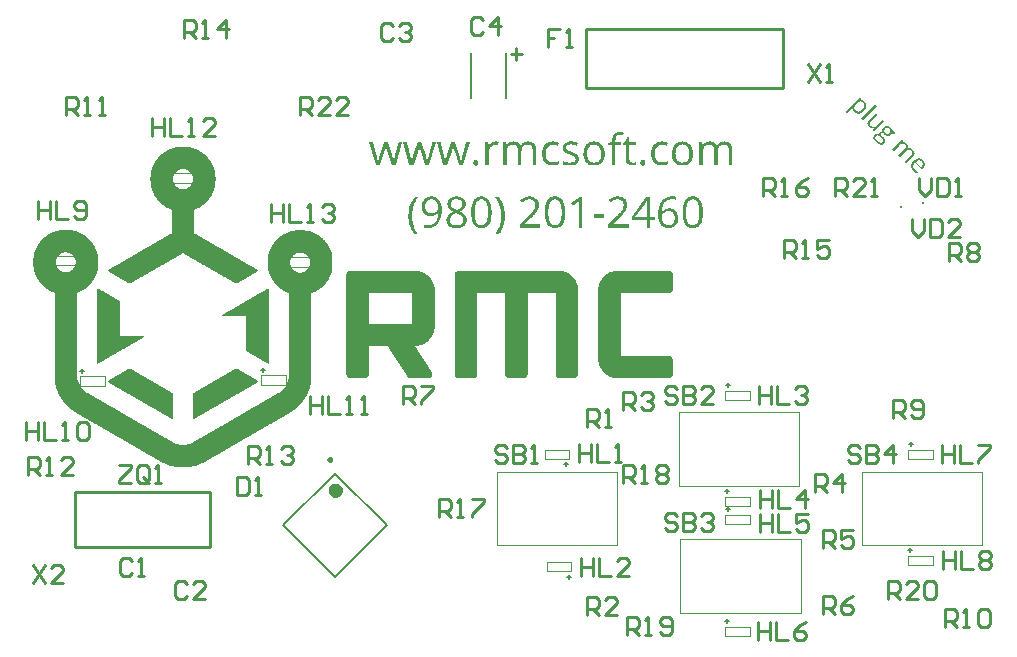
<source format=gto>
%FSTAX25Y25*%
%MOIN*%
%SFA1B1*%

%IPPOS*%
%ADD30C,0.001000*%
%ADD35C,0.009840*%
%ADD36C,0.023620*%
%ADD37C,0.003940*%
%ADD38C,0.007870*%
%ADD39C,0.010000*%
%LNvisitcardpcb-1*%
%LPD*%
G36*
X0219057Y0150991D02*
X0219258Y0150973D01*
X0219477Y0150955*
X0219677Y0150918*
X0219859Y0150864*
Y0149862*
X0219841*
X0219768Y0149898*
X0219659Y0149916*
X0219495Y0149953*
X0219313Y0149989*
X0219112Y0150007*
X0218875Y0150044*
X0218456*
X0218347Y0150026*
X0218201Y0150007*
X0218055Y0149989*
X0217691Y0149916*
X0217272Y0149789*
X0217072Y0149716*
X0216853Y0149607*
X0216652Y0149479*
X0216452Y0149351*
X021627Y0149188*
X0216088Y0149005*
X0216069Y0148987*
X0216051Y0148951*
X0216015Y0148896*
X0215942Y0148805*
X0215887Y0148696*
X0215814Y0148568*
X0215723Y0148404*
X021565Y0148204*
X0215559Y0148003*
X0215468Y0147766*
X0215395Y0147493*
X0215322Y0147202*
X0215249Y0146873*
X0215195Y0146527*
X0215158Y0146163*
X021514Y0145762*
X0215213*
X0215231Y014578*
X0215249Y0145817*
X0215304Y0145871*
X0215359Y0145963*
X021545Y0146054*
X0215541Y0146145*
X0215669Y0146254*
X0215814Y0146382*
X0215978Y0146491*
X021616Y01466*
X0216361Y0146691*
X021658Y0146801*
X0216816Y0146873*
X021709Y0146928*
X0217363Y0146965*
X0217673Y0146983*
X02178*
X021791Y0146965*
X0218019*
X0218146Y0146946*
X0218474Y0146873*
X0218821Y0146782*
X0219185Y0146618*
X0219531Y0146418*
X0219695Y0146272*
X0219859Y0146126*
X0219877Y0146108*
X0219896Y014609*
X0219932Y0146035*
X0219987Y0145981*
X0220041Y014589*
X0220114Y014578*
X022026Y0145525*
X0220406Y0145197*
X0220533Y0144815*
X0220624Y0144359*
X0220661Y0144104*
Y0143849*
Y0143831*
Y0143776*
Y0143703*
X0220643Y0143576*
Y0143448*
X0220606Y0143284*
X0220551Y0142938*
X0220442Y0142519*
X0220278Y01421*
X0220187Y01419*
X0220059Y0141699*
X0219932Y0141499*
X0219768Y0141316*
X021975Y0141298*
X0219732Y014128*
X0219677Y0141225*
X0219604Y0141171*
X0219513Y0141098*
X0219422Y0141025*
X0219294Y0140952*
X0219148Y0140861*
X0218802Y0140697*
X0218402Y0140551*
X0217928Y0140442*
X0217673Y0140424*
X0217399Y0140405*
X0217254*
X0217144Y0140424*
X0216999Y0140442*
X0216853Y0140478*
X0216488Y0140551*
X0216088Y0140697*
X0215869Y0140788*
X0215669Y0140916*
X021545Y0141043*
X0215249Y0141207*
X0215049Y0141389*
X0214867Y0141608*
X0214849Y0141626*
X021483Y0141663*
X0214776Y0141735*
X0214721Y0141827*
X0214648Y0141954*
X0214575Y01421*
X0214484Y0142282*
X0214411Y0142482*
X021432Y0142701*
X0214229Y0142956*
X0214156Y0143229*
X0214083Y0143521*
X0214029Y0143849*
X0213974Y0144195*
X0213956Y014456*
X0213938Y0144942*
Y0144979*
Y014507*
Y0145234*
X0213956Y0145434*
X0213974Y0145689*
X0213992Y0145981*
X0214029Y0146309*
X0214083Y0146655*
X0214229Y0147384*
X021432Y0147766*
X021443Y0148149*
X0214557Y0148513*
X0214721Y014886*
X0214903Y0149206*
X0215104Y0149497*
X0215122Y0149515*
X0215158Y014957*
X0215231Y0149643*
X0215322Y0149734*
X021545Y0149843*
X0215596Y0149971*
X0215778Y0150117*
X0215978Y0150262*
X0216215Y015039*
X021647Y0150536*
X0216762Y0150663*
X0217072Y0150773*
X0217418Y0150864*
X0217782Y0150937*
X0218183Y0150991*
X0218602Y015101*
X0218875*
X0219057Y0150991*
G37*
G36*
X0153318Y0163112D02*
X015341Y0163094D01*
X015361Y0163021*
X0153719Y0162966*
X015381Y0162875*
X0153829Y0162857*
X0153847Y0162838*
X0153883Y0162784*
X0153938Y0162693*
X0153974Y0162602*
X0154011Y0162474*
X0154029Y0162328*
X0154047Y0162164*
Y0162146*
Y0162092*
X0154029Y0162*
X0154011Y0161909*
X0153956Y0161672*
X0153883Y0161563*
X015381Y0161454*
X0153792Y0161435*
X0153774Y0161417*
X0153719Y0161381*
X0153646Y0161344*
X0153555Y016129*
X0153446Y0161253*
X0153318Y0161235*
X0153173Y0161217*
X0153118*
X0153045Y0161235*
X0152954Y0161253*
X0152772Y0161308*
X0152663Y0161363*
X0152571Y0161435*
X0152553Y0161454*
X0152535Y0161472*
X0152498Y0161527*
X0152462Y0161618*
X0152407Y0161709*
X0152371Y0161836*
X0152353Y0161982*
X0152334Y0162164*
Y0162183*
Y0162237*
X0152353Y0162328*
X0152371Y0162438*
X0152426Y0162656*
X015248Y0162784*
X0152553Y0162875*
X0152571Y0162893*
X015259Y0162911*
X0152644Y0162948*
X0152717Y0163003*
X0152808Y0163057*
X0152899Y0163094*
X0153027Y0163112*
X0153173Y016313*
X0153245*
X0153318Y0163112*
G37*
G36*
X013878Y0150973D02*
X0139035Y0150937D01*
X0139309Y0150882*
X0139618Y0150773*
X0139928Y0150645*
X0140238Y0150463*
X0140256*
X0140274Y0150445*
X0140365Y0150354*
X0140511Y0150244*
X0140693Y0150062*
X0140894Y0149843*
X0141094Y014957*
X0141295Y0149242*
X0141458Y0148878*
Y014886*
X0141477Y0148823*
X0141495Y0148768*
X0141531Y0148696*
X014155Y0148604*
X0141586Y0148477*
X0141622Y0148349*
X0141677Y0148185*
X014175Y0147839*
X0141805Y014742*
X0141859Y0146965*
X0141877Y0146455*
Y0146436*
Y0146382*
Y0146309*
Y0146199*
X0141859Y0146054*
X0141841Y014589*
X0141823Y0145707*
X0141805Y0145507*
X0141732Y0145052*
X0141622Y0144541*
X0141495Y0143995*
X0141295Y014343*
X0141039Y0142865*
X014073Y0142318*
X0140548Y0142063*
X0140365Y0141808*
X0140147Y0141571*
X013991Y0141353*
X0139637Y0141152*
X0139363Y014097*
X0139072Y0140806*
X0138744Y0140661*
X0138398Y0140551*
X0138015Y0140478*
X0137614Y0140424*
X0137195Y0140405*
X0136904*
X0136721Y0140424*
X0136521Y0140442*
X0136302Y014046*
X0136102Y0140497*
X0135901Y0140551*
Y0141553*
X013592*
X0135993Y0141517*
X013612Y0141499*
X0136266Y0141462*
X0136466Y0141426*
X0136685Y0141408*
X0136922Y0141371*
X0137341*
X013745Y0141389*
X0137596Y0141408*
X013776Y0141426*
X0138124Y0141499*
X0138543Y0141626*
X0138762Y0141717*
X0138962Y0141808*
X0139181Y0141936*
X0139381Y0142063*
X0139564Y0142227*
X0139728Y014241*
X0139746Y0142428*
X0139764Y0142464*
X01398Y0142519*
X0139873Y014261*
X0139928Y0142719*
X0140001Y0142847*
X0140092Y0143011*
X0140183Y0143193*
X0140256Y0143412*
X0140347Y0143649*
X014042Y0143904*
X0140493Y0144195*
X0140566Y0144523*
X014062Y0144851*
X0140657Y0145215*
X0140675Y0145616*
X0140584*
X0140566Y0145598*
X0140511Y0145525*
X0140438Y0145416*
X0140311Y0145288*
X0140165Y0145143*
X0140001Y0144997*
X0139782Y0144851*
X0139564Y0144724*
X0139527Y0144705*
X0139454Y0144687*
X0139327Y0144632*
X0139145Y0144578*
X0138926Y0144523*
X0138689Y0144487*
X0138416Y014445*
X0138124Y0144432*
X0137997*
X0137906Y014445*
X0137778*
X0137651Y0144468*
X0137341Y0144541*
X0136995Y0144632*
X013663Y0144778*
X0136284Y0144979*
X013612Y0145088*
X0135956Y0145234*
Y0145252*
X013592Y014527*
X0135883Y0145325*
X0135828Y0145379*
X0135774Y0145471*
X0135701Y014558*
X0135555Y0145835*
X0135409Y0146163*
X0135282Y0146546*
X0135191Y0147001*
X0135173Y0147256*
X0135154Y0147529*
Y0147548*
Y0147602*
Y0147675*
X0135173Y0147803*
X0135191Y014793*
X0135209Y0148094*
X0135264Y014844*
X0135373Y014886*
X0135537Y0149279*
X0135628Y0149479*
X0135756Y0149679*
X0135883Y014988*
X0136047Y0150062*
X0136065Y015008*
X0136084Y0150099*
X0136138Y0150153*
X0136211Y0150208*
X0136302Y0150281*
X0136411Y0150354*
X0136685Y0150536*
X0137013Y0150718*
X0137432Y0150864*
X0137887Y0150973*
X0138142Y0150991*
X0138416Y015101*
X0138598*
X013878Y0150973*
G37*
G36*
X0196009Y0143885D02*
X0192547D01*
Y014496*
X0196009*
Y0143885*
G37*
G36*
X0209017Y0163112D02*
X0209108Y0163094D01*
X0209309Y0163021*
X0209418Y0162966*
X0209509Y0162875*
X0209527Y0162857*
X0209545Y0162838*
X0209582Y0162784*
X0209636Y0162693*
X0209673Y0162602*
X0209709Y0162474*
X0209728Y0162328*
X0209746Y0162164*
Y0162146*
Y0162092*
X0209728Y0162*
X0209709Y0161909*
X0209655Y0161672*
X0209582Y0161563*
X0209509Y0161454*
X0209491Y0161435*
X0209472Y0161417*
X0209418Y0161381*
X0209345Y0161344*
X0209254Y016129*
X0209144Y0161253*
X0209017Y0161235*
X0208871Y0161217*
X0208817*
X0208744Y0161235*
X0208653Y0161253*
X020847Y0161308*
X0208361Y0161363*
X020827Y0161435*
X0208252Y0161454*
X0208233Y0161472*
X0208197Y0161527*
X0208161Y0161618*
X0208106Y0161709*
X0208069Y0161836*
X0208051Y0161982*
X0208033Y0162164*
Y0162183*
Y0162237*
X0208051Y0162328*
X0208069Y0162438*
X0208124Y0162656*
X0208179Y0162784*
X0208252Y0162875*
X020827Y0162893*
X0208288Y0162911*
X0208343Y0162948*
X0208416Y0163003*
X0208507Y0163057*
X0208598Y0163094*
X0208725Y0163112*
X0208871Y016313*
X0208944*
X0209017Y0163112*
G37*
G36*
X0222354Y016927D02*
X0222481Y0169252D01*
X0222645Y0169234*
X022301Y0169161*
X0223429Y0169015*
X0223629Y0168942*
X0223848Y0168833*
X0224067Y0168705*
X0224267Y016856*
X0224467Y0168396*
X022465Y0168195*
X0224668Y0168177*
X0224686Y016814*
X0224741Y0168086*
X0224796Y0167995*
X0224868Y0167885*
X0224959Y0167758*
X0225051Y0167612*
X0225142Y016743*
X0225215Y0167229*
X0225306Y0167011*
X0225397Y0166774*
X022547Y0166519*
X0225524Y0166227*
X0225579Y0165936*
X0225597Y0165608*
X0225615Y016528*
Y0165262*
Y0165189*
Y0165098*
X0225597Y016497*
X0225579Y0164806*
X0225561Y0164624*
X0225542Y0164424*
X0225488Y0164205*
X0225378Y0163731*
X0225215Y0163239*
X0225105Y0163003*
X0224978Y0162766*
X0224814Y0162529*
X022465Y0162328*
X0224632Y016231*
X0224613Y0162292*
X0224559Y0162237*
X0224467Y0162164*
X0224376Y0162092*
X0224267Y0162*
X0224121Y0161891*
X0223976Y01618*
X0223793Y0161709*
X0223593Y01616*
X0223374Y0161508*
X0223137Y0161435*
X0222882Y0161363*
X0222627Y0161326*
X0222336Y016129*
X0222026Y0161272*
X0221844*
X0221662Y016129*
X0221407Y0161326*
X0221115Y0161381*
X0220805Y0161472*
X0220496Y0161581*
X0220186Y0161745*
X0220149Y0161764*
X0220058Y0161836*
X0219913Y0161946*
X021973Y016211*
X021953Y016231*
X021933Y0162547*
X0219129Y016282*
X0218947Y0163148*
Y0163166*
X0218929Y0163185*
X021891Y0163239*
X0218874Y0163312*
X0218801Y0163494*
X0218728Y016375*
X0218655Y0164077*
X0218583Y0164424*
X0218528Y0164843*
X021851Y016528*
Y0165298*
Y0165371*
Y0165462*
X0218528Y016559*
X0218546Y0165754*
X0218564Y0165936*
X0218583Y0166136*
X0218637Y0166355*
X0218746Y0166829*
X021891Y0167321*
X021902Y0167576*
X0219147Y0167794*
X0219293Y0168031*
X0219457Y0168232*
X0219475Y016825*
X0219494Y0168286*
X0219548Y0168323*
X0219639Y0168396*
X021973Y0168468*
X021984Y016856*
X0219985Y0168669*
X0220149Y016876*
X0220313Y0168851*
X0220514Y016896*
X0220732Y0169052*
X0220969Y0169124*
X0221224Y0169197*
X0221479Y0169252*
X0221771Y016927*
X0222081Y0169288*
X0222245*
X0222354Y016927*
G37*
G36*
X0126499Y0161417D02*
X0125096D01*
X0123674Y0165936*
Y0165954*
X0123656Y0166027*
X012362Y0166155*
X0123565Y0166337*
X0123529Y0166446*
X0123492Y0166592*
X0123456Y0166738*
X0123419Y016692*
X0123365Y0167102*
X012331Y0167321*
X0123255Y0167576*
X0123182Y0167831*
X0123128*
Y0167813*
X012311Y0167776*
X0123091Y0167721*
X0123073Y016763*
X0123055Y0167521*
X0123019Y0167412*
X0122964Y016712*
X0122873Y0166829*
X01228Y0166501*
X0122709Y0166191*
X0122636Y0165918*
X0121178Y0161417*
X0119812*
X0117698Y0169143*
X0118937*
Y0169106*
X0118974Y0169015*
X011901Y0168869*
X0119065Y0168669*
X011912Y0168414*
X0119192Y016814*
X0119265Y0167831*
X0119356Y0167503*
X0119538Y0166774*
X0119721Y0166045*
X011983Y0165681*
X0119903Y0165335*
X0119994Y0165007*
X0120067Y0164697*
Y0164679*
X0120085Y0164624*
X0120103Y0164551*
X012014Y016446*
X0120158Y0164332*
X0120194Y0164187*
X0120267Y0163877*
X0120358Y0163531*
X0120431Y0163203*
X0120486Y0162893*
X0120504Y0162766*
X0120522Y0162656*
X0120577*
Y0162674*
X0120595Y0162729*
X0120614Y016282*
X0120632Y016293*
X0120668Y0163094*
X0120705Y0163258*
X0120759Y0163476*
X0120814Y0163695*
Y0163731*
X012085Y0163804*
X0120887Y0163914*
X0120923Y0164059*
X0121014Y0164387*
X0121069Y0164551*
X0121124Y0164697*
X0122545Y0169143*
X012382*
X0125205Y0164697*
Y0164679*
X0125223Y0164642*
X0125241Y0164588*
X012526Y0164497*
X0125296Y0164387*
X0125332Y0164278*
X0125424Y0163986*
X0125496Y0163677*
X0125588Y016333*
X0125661Y0162984*
X0125733Y0162656*
X0125788*
Y0162674*
Y0162711*
X0125806Y0162766*
X0125824Y0162857*
X0125843Y0162966*
X0125861Y0163094*
X0125897Y0163258*
X0125934Y016344*
Y0163476*
X0125952Y0163531*
X012597Y0163604*
X0126007Y0163713*
X0126043Y0163877*
X0126098Y0164096*
X0126171Y0164351*
X0126243Y0164679*
X0126353Y0165061*
X0126408Y016528*
X0126462Y0165535*
X0126535Y016579*
X0126608Y0166063*
X0126681Y0166373*
X0126772Y0166701*
X0126863Y0167047*
X0126954Y0167412*
X0127063Y0167813*
X0127173Y0168232*
X0127282Y0168669*
X012741Y0169143*
X012863*
X0126499Y0161417*
G37*
G36*
X0192892Y016927D02*
X019302Y0169252D01*
X0193184Y0169234*
X0193548Y0169161*
X0193967Y0169015*
X0194168Y0168942*
X0194386Y0168833*
X0194605Y0168705*
X0194805Y016856*
X0195006Y0168396*
X0195188Y0168195*
X0195206Y0168177*
X0195224Y016814*
X0195279Y0168086*
X0195334Y0167995*
X0195407Y0167885*
X0195498Y0167758*
X0195589Y0167612*
X019568Y016743*
X0195753Y0167229*
X0195844Y0167011*
X0195935Y0166774*
X0196008Y0166519*
X0196063Y0166227*
X0196117Y0165936*
X0196135Y0165608*
X0196154Y016528*
Y0165262*
Y0165189*
Y0165098*
X0196135Y016497*
X0196117Y0164806*
X0196099Y0164624*
X0196081Y0164424*
X0196026Y0164205*
X0195917Y0163731*
X0195753Y0163239*
X0195643Y0163003*
X0195516Y0162766*
X0195352Y0162529*
X0195188Y0162328*
X019517Y016231*
X0195151Y0162292*
X0195097Y0162237*
X0195006Y0162164*
X0194915Y0162092*
X0194805Y0162*
X019466Y0161891*
X0194514Y01618*
X0194332Y0161709*
X0194131Y01616*
X0193913Y0161508*
X0193676Y0161435*
X0193421Y0161363*
X0193166Y0161326*
X0192874Y016129*
X0192564Y0161272*
X0192382*
X01922Y016129*
X0191945Y0161326*
X0191653Y0161381*
X0191344Y0161472*
X0191034Y0161581*
X0190724Y0161745*
X0190688Y0161764*
X0190596Y0161836*
X0190451Y0161946*
X0190269Y016211*
X0190068Y016231*
X0189868Y0162547*
X0189667Y016282*
X0189485Y0163148*
Y0163166*
X0189467Y0163185*
X0189449Y0163239*
X0189412Y0163312*
X0189339Y0163494*
X0189267Y016375*
X0189194Y0164077*
X0189121Y0164424*
X0189066Y0164843*
X0189048Y016528*
Y0165298*
Y0165371*
Y0165462*
X0189066Y016559*
X0189084Y0165754*
X0189102Y0165936*
X0189121Y0166136*
X0189175Y0166355*
X0189285Y0166829*
X0189449Y0167321*
X0189558Y0167576*
X0189685Y0167794*
X0189831Y0168031*
X0189995Y0168232*
X0190014Y016825*
X0190032Y0168286*
X0190086Y0168323*
X0190178Y0168396*
X0190269Y0168468*
X0190378Y016856*
X0190524Y0168669*
X0190688Y016876*
X0190852Y0168851*
X0191052Y016896*
X0191271Y0169052*
X0191507Y0169124*
X0191763Y0169197*
X0192018Y0169252*
X0192309Y016927*
X0192619Y0169288*
X0192783*
X0192892Y016927*
G37*
G36*
X0204371Y0169143D02*
X0206612D01*
Y0168232*
X0204371*
Y0163677*
Y016364*
Y0163567*
X0204389Y016344*
X0204407Y0163276*
X0204444Y0163112*
X0204517Y016293*
X020459Y0162766*
X0204699Y0162602*
X0204717Y0162583*
X0204753Y0162547*
X0204826Y0162492*
X0204936Y0162419*
X0205063Y0162346*
X0205227Y0162292*
X0205409Y0162255*
X020561Y0162237*
X020581*
X0205992Y0162255*
X0206211Y0162274*
X0206229*
X0206266Y0162292*
X0206375Y016231*
X0206521Y0162328*
X0206667Y0162365*
Y0161472*
X020663Y0161454*
X0206521Y0161435*
X0206339Y0161381*
X0206102Y0161344*
X0206083*
X0206047Y0161326*
X0205974*
X0205883Y0161308*
X0205664Y016129*
X0205428Y0161272*
X0205336*
X0205227Y016129*
X0205081Y0161308*
X0204918Y0161344*
X0204717Y0161399*
X0204517Y0161472*
X0204316Y0161563*
X0204098Y0161691*
X0203897Y0161855*
X0203715Y0162037*
X0203533Y0162255*
X0203387Y0162529*
X0203278Y0162838*
X0203205Y0163203*
X0203187Y0163622*
Y0168232*
X0202093*
Y0168778*
X0203187Y016927*
X0203678Y0170928*
X0204371*
Y0169143*
G37*
G36*
X0211296Y0143995D02*
X0212826D01*
Y0142938*
X0211296*
Y0140551*
X0210166*
Y0142938*
X0205156*
Y0143958*
X0210057Y0150918*
X0211296*
Y0143995*
G37*
G36*
X0146997Y0150991D02*
X0147107D01*
X0147252Y0150973*
X014758Y0150918*
X0147927Y0150846*
X0148309Y0150718*
X0148674Y0150554*
X0149002Y0150335*
X014902*
X0149038Y0150299*
X0149129Y0150208*
X0149257Y0150062*
X0149421Y0149862*
X0149566Y0149607*
X0149694Y0149297*
X0149785Y0148932*
X0149821Y014875*
Y0148531*
Y0148495*
Y0148404*
X0149803Y0148258*
X0149767Y0148076*
X0149712Y0147857*
X0149621Y014762*
X0149512Y0147365*
X0149348Y0147129*
X0149329Y014711*
X0149257Y0147019*
X0149147Y014691*
X0148983Y0146764*
X0148783Y0146582*
X014851Y01464*
X0148218Y0146199*
X0147854Y0145999*
X0147872*
X0147908Y0145981*
X0147963Y0145944*
X0148054Y014589*
X0148273Y014578*
X0148546Y0145616*
X0148838Y0145416*
X0149129Y0145215*
X0149402Y0144979*
X0149621Y0144724*
X0149639Y0144687*
X0149712Y0144614*
X0149803Y0144468*
X0149894Y0144286*
X0150004Y0144068*
X0150076Y0143813*
X0150149Y0143521*
X0150168Y0143211*
Y0143193*
Y0143157*
Y0143084*
X0150149Y0142993*
Y0142883*
X0150113Y0142756*
X0150058Y0142464*
X0149949Y0142136*
X0149785Y014179*
X0149676Y0141626*
X0149566Y0141462*
X0149421Y0141298*
X0149257Y0141152*
X0149238*
X014922Y0141116*
X0149165Y014108*
X0149093Y0141043*
X0149002Y0140989*
X0148892Y0140916*
X0148765Y0140843*
X0148619Y0140788*
X0148273Y0140642*
X0147854Y0140515*
X0147362Y0140442*
X0146815Y0140405*
X0146651*
X0146542Y0140424*
X0146396*
X014625Y0140442*
X0145868Y0140497*
X0145467Y0140588*
X0145048Y0140697*
X0144629Y0140879*
X0144264Y0141116*
X0144246*
X0144228Y0141152*
X0144137Y0141244*
X0143991Y0141426*
X0143827Y0141644*
X0143663Y0141936*
X0143535Y01423*
X0143426Y0142701*
X0143408Y0142938*
X014339Y0143175*
Y0143193*
Y0143248*
X0143408Y0143339*
X0143426Y0143466*
X0143463Y0143612*
X0143499Y0143794*
X0143572Y0143976*
X0143663Y0144177*
X0143772Y0144396*
X0143918Y0144632*
X0144082Y0144851*
X0144301Y0145088*
X0144538Y0145307*
X0144829Y0145525*
X0145157Y0145726*
X014554Y0145926*
X0145521*
X0145503Y0145944*
X0145449Y0145981*
X0145376Y0146017*
X0145212Y0146126*
X0145011Y0146272*
X0144774Y0146455*
X0144538Y0146655*
X0144319Y0146873*
X0144137Y014711*
X0144119Y0147147*
X0144064Y014722*
X0144009Y0147347*
X0143936Y0147529*
X0143845Y0147748*
X0143791Y0147985*
X0143736Y0148258*
X0143718Y014855*
Y0148568*
Y0148604*
Y0148659*
X0143736Y0148732*
X0143754Y0148932*
X0143827Y0149188*
X0143918Y0149479*
X0144064Y014977*
X0144264Y0150062*
X0144392Y0150208*
X0144538Y0150335*
X0144556*
X0144574Y0150372*
X0144629Y015039*
X0144683Y0150445*
X0144884Y0150554*
X0145139Y0150681*
X0145449Y0150791*
X0145831Y01509*
X0146268Y0150973*
X014676Y015101*
X0146906*
X0146997Y0150991*
G37*
G36*
X0155287Y015101D02*
X0155433Y0150991D01*
X0155597Y0150955*
X0155962Y0150864*
X015618Y0150791*
X0156381Y01507*
X0156599Y015059*
X01568Y0150445*
X0157018Y0150299*
X0157219Y0150117*
X0157401Y0149898*
X0157565Y0149661*
X0157583Y0149643*
X0157601Y0149607*
X0157638Y0149515*
X0157711Y0149406*
X0157765Y014926*
X0157838Y0149096*
X0157929Y0148896*
X0158002Y0148659*
X0158093Y0148386*
X0158166Y0148094*
X0158239Y0147766*
X0158312Y014742*
X0158367Y0147037*
X0158403Y0146618*
X0158421Y0146181*
X015844Y0145707*
Y0145671*
Y0145598*
Y0145452*
X0158421Y014527*
Y0145052*
X0158403Y0144796*
X0158367Y0144505*
X015833Y0144213*
X0158239Y0143558*
X0158093Y0142902*
X0157984Y0142574*
X0157875Y0142264*
X0157747Y0141972*
X0157601Y0141717*
X0157583Y0141699*
X0157565Y0141663*
X015751Y014159*
X0157437Y0141517*
X0157346Y0141408*
X0157237Y0141298*
X0157109Y0141189*
X0156964Y0141061*
X01568Y0140934*
X0156599Y0140824*
X0156399Y0140715*
X0156162Y0140606*
X0155907Y0140533*
X0155634Y014046*
X0155324Y0140424*
X0155014Y0140405*
X0154941*
X015485Y0140424*
X0154741*
X0154595Y0140442*
X0154449Y0140478*
X0154085Y0140569*
X0153884Y0140642*
X0153666Y0140733*
X0153465Y0140843*
X0153247Y014097*
X0153046Y0141134*
X0152846Y0141316*
X0152664Y0141517*
X0152482Y0141754*
Y0141772*
X0152445Y0141808*
X0152409Y01419*
X0152354Y0142009*
X0152281Y0142155*
X0152208Y0142318*
X0152135Y0142519*
X0152062Y0142756*
X0151971Y0143011*
X0151899Y0143321*
X0151826Y014363*
X0151753Y0143995*
X0151698Y0144377*
X0151662Y0144796*
X0151643Y0145234*
X0151625Y0145707*
Y0145744*
Y0145835*
Y0145963*
X0151643Y0146145*
Y0146382*
X0151662Y0146637*
X0151698Y014691*
X0151734Y014722*
X0151826Y0147876*
X0151971Y0148531*
X0152081Y014886*
X015219Y0149169*
X0152318Y0149461*
X0152463Y0149716*
X0152482Y0149734*
X01525Y014977*
X0152554Y0149843*
X0152627Y0149916*
X0152718Y0150026*
X0152828Y0150135*
X0152955Y0150244*
X0153101Y0150372*
X0153265Y0150499*
X0153447Y0150609*
X0153666Y0150718*
X0153903Y0150827*
X015414Y01509*
X0154413Y0150973*
X0154704Y015101*
X0155014Y0151028*
X0155178*
X0155287Y015101*
G37*
G36*
X0133952Y0150846D02*
X0133934Y0150809D01*
X0133879Y0150736*
X0133806Y0150627*
X0133715Y0150499*
X0133624Y0150354*
X0133514Y0150171*
X0133405Y0149971*
X0133278Y014977*
X013315Y0149534*
X0132895Y0149023*
X0132658Y0148459*
X013244Y0147857*
Y0147839*
X0132421Y0147784*
X0132385Y0147693*
X0132367Y0147584*
X013233Y0147438*
X0132276Y0147256*
X0132239Y0147056*
X0132185Y0146837*
X013213Y01466*
X0132093Y0146327*
X0132002Y0145762*
X0131948Y0145161*
X0131929Y0144523*
Y0144505*
Y014445*
Y0144359*
Y0144232*
X0131948Y0144086*
X0131966Y0143904*
Y0143703*
X0132002Y0143485*
X013202Y0143229*
X0132057Y0142974*
X0132148Y014241*
X0132276Y0141827*
X013244Y0141225*
Y0141207*
X0132458Y0141152*
X0132494Y0141061*
X0132531Y0140952*
X0132585Y0140806*
X0132658Y0140642*
X0132731Y014046*
X0132822Y014026*
X0133041Y0139804*
X0133296Y0139312*
X0133606Y0138784*
X0133952Y0138274*
X0132822*
X0132804Y0138292*
X0132786Y0138328*
X0132731Y0138401*
X0132658Y0138492*
X0132567Y0138602*
X0132458Y0138747*
X0132349Y0138893*
X0132239Y0139075*
X0132112Y0139276*
X0131984Y0139476*
X0131711Y013995*
X0131456Y0140478*
X0131237Y0141061*
Y014108*
X0131219Y0141134*
X0131182Y0141225*
X0131146Y0141335*
X0131109Y0141499*
X0131073Y0141663*
X0131018Y0141863*
X0130964Y01421*
X0130909Y0142337*
X0130873Y014261*
X0130781Y0143193*
X0130709Y0143831*
X013069Y0144505*
Y0144523*
Y0144596*
Y0144687*
X0130709Y0144815*
Y0144979*
X0130727Y0145179*
X0130745Y0145398*
X0130763Y0145635*
X0130781Y014589*
X0130818Y0146163*
X0130927Y0146764*
X0131055Y0147365*
X0131237Y0147985*
Y0148003*
X0131255Y0148058*
X0131292Y0148149*
X0131346Y0148258*
X0131401Y0148404*
X0131474Y0148568*
X0131547Y014875*
X0131638Y0148969*
X0131857Y0149406*
X013213Y0149898*
X0132458Y015039*
X0132822Y0150864*
X013397*
X0133952Y0150846*
G37*
G36*
X0160753D02*
X016079Y0150809D01*
X0160826Y0150736*
X0160899Y0150645*
X016099Y0150536*
X01611Y015039*
X0161209Y0150226*
X0161318Y0150044*
X0161446Y0149843*
X0161573Y0149625*
X0161847Y0149133*
X0162102Y0148586*
X016232Y0147985*
Y0147967*
X0162339Y0147912*
X0162375Y0147821*
X0162411Y0147712*
X0162448Y0147548*
X0162503Y0147365*
X0162539Y0147165*
X0162594Y0146946*
X0162648Y0146691*
X0162703Y0146418*
X0162776Y0145835*
X0162849Y0145197*
X0162867Y0144505*
Y0144487*
Y0144414*
Y0144323*
Y0144195*
X0162849Y0144031*
X016283Y0143831*
Y0143612*
X0162794Y0143375*
X0162776Y014312*
X0162739Y0142847*
X016263Y0142264*
X0162503Y0141644*
X016232Y0141043*
Y0141025*
X0162302Y014097*
X0162266Y0140897*
X0162211Y014077*
X0162156Y0140642*
X0162102Y0140478*
X0162011Y0140296*
X0161919Y0140096*
X0161701Y0139677*
X0161428Y0139203*
X01611Y0138729*
X0160735Y0138274*
X0159606*
X0159624Y0138292*
X0159642Y0138328*
X0159697Y0138401*
X015977Y0138511*
X0159842Y0138638*
X0159952Y0138784*
X0160043Y0138948*
X016017Y0139148*
X016028Y0139349*
X0160407Y0139567*
X0160644Y0140077*
X0160881Y0140624*
X01611Y0141207*
Y0141225*
X0161118Y014128*
X0161154Y0141371*
X0161191Y014148*
X0161227Y0141644*
X0161264Y0141808*
X0161318Y0142009*
X0161373Y0142227*
X0161409Y0142464*
X0161464Y0142738*
X0161555Y0143284*
X016161Y0143904*
X0161628Y0144523*
Y0144541*
Y0144596*
Y0144687*
Y0144815*
X016161Y0144979*
Y0145143*
X0161592Y0145361*
X0161573Y014558*
X0161537Y0145835*
X0161501Y014609*
X0161409Y0146655*
X0161282Y0147256*
X0161118Y0147857*
Y0147876*
X01611Y014793*
X0161063Y0148021*
X0161027Y0148131*
X0160972Y0148276*
X0160899Y014844*
X0160826Y0148641*
X0160735Y0148841*
X0160517Y0149315*
X0160261Y0149825*
X0159952Y0150335*
X0159587Y0150864*
X0160735*
X0160753Y0150846*
G37*
G36*
X017983Y015101D02*
X0179975Y0150991D01*
X018014Y0150955*
X0180504Y0150864*
X0180723Y0150791*
X0180923Y01507*
X0181142Y015059*
X0181342Y0150445*
X0181561Y0150299*
X0181761Y0150117*
X0181943Y0149898*
X0182107Y0149661*
X0182125Y0149643*
X0182144Y0149607*
X018218Y0149515*
X0182253Y0149406*
X0182308Y014926*
X0182381Y0149096*
X0182472Y0148896*
X0182545Y0148659*
X0182636Y0148386*
X0182709Y0148094*
X0182781Y0147766*
X0182854Y014742*
X0182909Y0147037*
X0182945Y0146618*
X0182964Y0146181*
X0182982Y0145707*
Y0145671*
Y0145598*
Y0145452*
X0182964Y014527*
Y0145052*
X0182945Y0144796*
X0182909Y0144505*
X0182872Y0144213*
X0182781Y0143558*
X0182636Y0142902*
X0182526Y0142574*
X0182417Y0142264*
X018229Y0141972*
X0182144Y0141717*
X0182125Y0141699*
X0182107Y0141663*
X0182053Y014159*
X018198Y0141517*
X0181889Y0141408*
X0181779Y0141298*
X0181652Y0141189*
X0181506Y0141061*
X0181342Y0140934*
X0181142Y0140824*
X0180941Y0140715*
X0180704Y0140606*
X0180449Y0140533*
X0180176Y014046*
X0179866Y0140424*
X0179557Y0140405*
X0179484*
X0179393Y0140424*
X0179283*
X0179137Y0140442*
X0178992Y0140478*
X0178627Y0140569*
X0178427Y0140642*
X0178208Y0140733*
X0178008Y0140843*
X0177789Y014097*
X0177589Y0141134*
X0177388Y0141316*
X0177206Y0141517*
X0177024Y0141754*
Y0141772*
X0176988Y0141808*
X0176951Y01419*
X0176896Y0142009*
X0176823Y0142155*
X0176751Y0142318*
X0176678Y0142519*
X0176605Y0142756*
X0176514Y0143011*
X0176441Y0143321*
X0176368Y014363*
X0176295Y0143995*
X017624Y0144377*
X0176204Y0144796*
X0176186Y0145234*
X0176168Y0145707*
Y0145744*
Y0145835*
Y0145963*
X0176186Y0146145*
Y0146382*
X0176204Y0146637*
X017624Y014691*
X0176277Y014722*
X0176368Y0147876*
X0176514Y0148531*
X0176623Y014886*
X0176732Y0149169*
X017686Y0149461*
X0177006Y0149716*
X0177024Y0149734*
X0177042Y014977*
X0177097Y0149843*
X017717Y0149916*
X0177261Y0150026*
X017737Y0150135*
X0177498Y0150244*
X0177643Y0150372*
X0177807Y0150499*
X017799Y0150609*
X0178208Y0150718*
X0178445Y0150827*
X0178682Y01509*
X0178955Y0150973*
X0179247Y015101*
X0179557Y0151028*
X017972*
X017983Y015101*
G37*
G36*
X0188739Y0140551D02*
X0187592D01*
Y0147894*
Y0147912*
Y014793*
Y0147985*
Y0148058*
Y0148222*
X018761Y0148459*
Y0148714*
X0187628Y0149005*
X0187664Y0149625*
X0187628Y0149607*
X0187555Y0149534*
X0187446Y0149424*
X0187318Y0149315*
X01873*
X0187264Y0149279*
X0187191Y0149206*
X0187045Y0149078*
X0186954Y0149005*
X0186826Y0148914*
X0186699Y0148805*
X0186535Y0148677*
X0186353Y0148513*
X0186152Y0148349*
X0185915Y0148167*
X0185642Y0147949*
X0185022Y014875*
X0187756Y0150864*
X0188739*
Y0140551*
G37*
G36*
X0200783Y0150991D02*
X020091D01*
X0201038Y0150973*
X0201366Y0150918*
X020173Y0150827*
X0202113Y01507*
X0202477Y0150517*
X0202805Y0150262*
X0202823*
X0202842Y0150226*
X0202933Y0150135*
X0203079Y0149953*
X0203224Y0149734*
X020337Y0149443*
X0203516Y0149096*
X0203607Y0148714*
X0203643Y0148495*
Y0148258*
Y014824*
Y0148222*
Y0148167*
Y0148094*
X0203607Y0147894*
X020357Y0147639*
X0203516Y0147347*
X0203407Y0147019*
X0203279Y0146673*
X0203097Y0146309*
Y0146291*
X0203079Y0146272*
X0203042Y0146218*
X0202987Y0146145*
X0202933Y0146054*
X0202842Y0145926*
X020275Y0145799*
X0202641Y0145653*
X0202496Y0145489*
X020235Y0145307*
X0202186Y0145106*
X0202004Y0144887*
X0201785Y0144669*
X0201566Y0144432*
X0201311Y0144177*
X0201038Y0143904*
X0198779Y0141699*
Y0141644*
X0204081*
Y0140551*
X0197303*
Y0141553*
X0200017Y0144286*
X0200036Y0144305*
X0200072Y0144341*
X0200127Y0144414*
X0200218Y0144487*
X0200437Y0144705*
X0200692Y0144979*
X0200965Y014527*
X0201238Y0145562*
X0201475Y0145835*
X0201566Y0145963*
X0201657Y0146072*
X0201676Y014609*
X020173Y0146163*
X0201803Y0146272*
X0201876Y01464*
X0201985Y0146564*
X0202076Y0146728*
X0202168Y0146928*
X020224Y014711*
X0202259Y0147129*
X0202277Y0147202*
X0202313Y0147311*
X020235Y0147438*
X0202386Y0147602*
X0202404Y0147784*
X0202441Y0147985*
Y0148204*
Y0148222*
Y014824*
Y0148331*
X0202423Y0148495*
X0202386Y0148677*
X0202313Y0148878*
X0202222Y0149096*
X0202095Y0149315*
X0201931Y0149515*
X0201912Y0149534*
X0201839Y0149588*
X020173Y0149679*
X0201585Y014977*
X0201384Y0149843*
X0201147Y0149934*
X0200874Y0149989*
X0200564Y0150007*
X0200455*
X0200327Y0149989*
X0200163*
X0199981Y0149953*
X0199762Y0149916*
X0199544Y0149862*
X0199325Y0149789*
X0199307Y014977*
X0199234Y0149752*
X0199107Y0149698*
X0198961Y0149607*
X0198779Y0149515*
X019856Y014937*
X0198323Y0149206*
X0198068Y0149023*
X0197449Y0149807*
X0197467Y0149825*
X0197521Y0149862*
X0197594Y0149916*
X0197704Y0149989*
X0197831Y015008*
X0197995Y015019*
X0198159Y0150299*
X0198378Y0150408*
X0198596Y0150517*
X0198833Y0150627*
X0199362Y0150827*
X0199635Y01509*
X0199926Y0150955*
X0200236Y0150991*
X0200546Y015101*
X0200692*
X0200783Y0150991*
G37*
G36*
X0225744Y015101D02*
X022589Y0150991D01*
X0226054Y0150955*
X0226418Y0150864*
X0226637Y0150791*
X0226837Y01507*
X0227056Y015059*
X0227256Y0150445*
X0227475Y0150299*
X0227676Y0150117*
X0227858Y0149898*
X0228022Y0149661*
X022804Y0149643*
X0228058Y0149607*
X0228095Y0149515*
X0228167Y0149406*
X0228222Y014926*
X0228295Y0149096*
X0228386Y0148896*
X0228459Y0148659*
X022855Y0148386*
X0228623Y0148094*
X0228696Y0147766*
X0228769Y014742*
X0228823Y0147037*
X022886Y0146618*
X0228878Y0146181*
X0228896Y0145707*
Y0145671*
Y0145598*
Y0145452*
X0228878Y014527*
Y0145052*
X022886Y0144796*
X0228823Y0144505*
X0228787Y0144213*
X0228696Y0143558*
X022855Y0142902*
X0228441Y0142574*
X0228331Y0142264*
X0228204Y0141972*
X0228058Y0141717*
X022804Y0141699*
X0228022Y0141663*
X0227967Y014159*
X0227894Y0141517*
X0227803Y0141408*
X0227694Y0141298*
X0227566Y0141189*
X022742Y0141061*
X0227256Y0140934*
X0227056Y0140824*
X0226856Y0140715*
X0226619Y0140606*
X0226364Y0140533*
X022609Y014046*
X0225781Y0140424*
X0225471Y0140405*
X0225398*
X0225307Y0140424*
X0225198*
X0225052Y0140442*
X0224906Y0140478*
X0224542Y0140569*
X0224341Y0140642*
X0224123Y0140733*
X0223922Y0140843*
X0223704Y014097*
X0223503Y0141134*
X0223303Y0141316*
X022312Y0141517*
X0222938Y0141754*
Y0141772*
X0222902Y0141808*
X0222865Y01419*
X0222811Y0142009*
X0222738Y0142155*
X0222665Y0142318*
X0222592Y0142519*
X0222519Y0142756*
X0222428Y0143011*
X0222355Y0143321*
X0222282Y014363*
X022221Y0143995*
X0222155Y0144377*
X0222118Y0144796*
X02221Y0145234*
X0222082Y0145707*
Y0145744*
Y0145835*
Y0145963*
X02221Y0146145*
Y0146382*
X0222118Y0146637*
X0222155Y014691*
X0222191Y014722*
X0222282Y0147876*
X0222428Y0148531*
X0222537Y014886*
X0222647Y0149169*
X0222774Y0149461*
X022292Y0149716*
X0222938Y0149734*
X0222956Y014977*
X0223011Y0149843*
X0223084Y0149916*
X0223175Y0150026*
X0223285Y0150135*
X0223412Y0150244*
X0223558Y0150372*
X0223722Y0150499*
X0223904Y0150609*
X0224123Y0150718*
X0224359Y0150827*
X0224596Y01509*
X022487Y0150973*
X0225161Y015101*
X0225471Y0151028*
X0225635*
X0225744Y015101*
G37*
G36*
X0171376Y0150991D02*
X0171503D01*
X0171631Y0150973*
X0171959Y0150918*
X0172323Y0150827*
X0172706Y01507*
X017307Y0150517*
X0173398Y0150262*
X0173416*
X0173435Y0150226*
X0173526Y0150135*
X0173671Y0149953*
X0173817Y0149734*
X0173963Y0149443*
X0174109Y0149096*
X01742Y0148714*
X0174236Y0148495*
Y0148258*
Y014824*
Y0148222*
Y0148167*
Y0148094*
X01742Y0147894*
X0174163Y0147639*
X0174109Y0147347*
X0173999Y0147019*
X0173872Y0146673*
X017369Y0146309*
Y0146291*
X0173671Y0146272*
X0173635Y0146218*
X017358Y0146145*
X0173526Y0146054*
X0173435Y0145926*
X0173344Y0145799*
X0173234Y0145653*
X0173088Y0145489*
X0172943Y0145307*
X0172779Y0145106*
X0172596Y0144887*
X0172378Y0144669*
X0172159Y0144432*
X0171904Y0144177*
X0171631Y0143904*
X0169371Y0141699*
Y0141644*
X0174673*
Y0140551*
X0167896*
Y0141553*
X017061Y0144286*
X0170629Y0144305*
X0170665Y0144341*
X017072Y0144414*
X0170811Y0144487*
X0171029Y0144705*
X0171285Y0144979*
X0171558Y014527*
X0171831Y0145562*
X0172068Y0145835*
X0172159Y0145963*
X017225Y0146072*
X0172268Y014609*
X0172323Y0146163*
X0172396Y0146272*
X0172469Y01464*
X0172578Y0146564*
X0172669Y0146728*
X017276Y0146928*
X0172833Y014711*
X0172852Y0147129*
X017287Y0147202*
X0172906Y0147311*
X0172943Y0147438*
X0172979Y0147602*
X0172997Y0147784*
X0173034Y0147985*
Y0148204*
Y0148222*
Y014824*
Y0148331*
X0173015Y0148495*
X0172979Y0148677*
X0172906Y0148878*
X0172815Y0149096*
X0172687Y0149315*
X0172524Y0149515*
X0172505Y0149534*
X0172432Y0149588*
X0172323Y0149679*
X0172177Y014977*
X0171977Y0149843*
X017174Y0149934*
X0171467Y0149989*
X0171157Y0150007*
X0171048*
X017092Y0149989*
X0170756*
X0170574Y0149953*
X0170355Y0149916*
X0170137Y0149862*
X0169918Y0149789*
X01699Y014977*
X0169827Y0149752*
X01697Y0149698*
X0169554Y0149607*
X0169371Y0149515*
X0169153Y014937*
X0168916Y0149206*
X0168661Y0149023*
X0168041Y0149807*
X016806Y0149825*
X0168114Y0149862*
X0168187Y0149916*
X0168297Y0149989*
X0168424Y015008*
X0168588Y015019*
X0168752Y0150299*
X0168971Y0150408*
X0169189Y0150517*
X0169426Y0150627*
X0169955Y0150827*
X0170228Y01509*
X0170519Y0150955*
X0170829Y0150991*
X0171139Y015101*
X0171285*
X0171376Y0150991*
G37*
G36*
X0287003Y0178212D02*
X028487Y0176079D01*
X0284862Y0176072*
X0284855Y0176064*
X0284808Y0176017*
X0284746Y017594*
X0284669Y0175832*
X0284599Y0175716*
X028453Y0175584*
X0284476Y0175453*
X0284453Y0175306*
Y0175291*
X028446Y0175237*
X0284468Y0175167*
X0284499Y0175075*
X0284545Y0174951*
X0284615Y0174819*
X0284708Y017468*
X0284839Y0174533*
X0284847Y0174526*
X0284862Y017451*
X0284885Y0174487*
X0284932Y0174456*
X0285032Y0174371*
X0285164Y0174286*
X0285318Y0174193*
X0285488Y0174116*
X0285674Y017407*
X0285867Y0174062*
X028589Y017407*
X028596Y0174077*
X0286068Y0174108*
X0286207Y0174155*
X0286284Y0174201*
X0286377Y0174248*
X0286477Y0174302*
X028657Y0174363*
X0286678Y0174441*
X0286794Y0174526*
X028691Y0174626*
X0287026Y0174742*
X028875Y0176466*
X0289244Y0175971*
X0285967Y0172694*
X0285558Y0173104*
X0285921Y0173606*
X028589Y0173637*
X0285875*
X0285828Y0173621*
X0285743Y0173614*
X0285643Y0173606*
X0285527Y0173614*
X0285396Y0173621*
X0285249Y0173645*
X0285102Y0173683*
X0285079Y0173691*
X028504Y0173714*
X0284963Y0173745*
X0284862Y0173799*
X0284746Y0173869*
X028463Y0173954*
X0284491Y0174062*
X028436Y0174178*
X0284352Y0174186*
X0284337Y0174201*
X0284306Y0174232*
X0284267Y0174286*
X0284221Y0174332*
X0284167Y0174402*
X0284058Y0174557*
X0283943Y0174734*
X0283842Y0174928*
X0283765Y0175144*
X0283734Y017536*
Y0175391*
X0283741Y0175461*
X0283765Y0175577*
X0283811Y0175731*
X0283881Y0175909*
X0283989Y017611*
X0284066Y0176218*
X0284151Y0176334*
X0284236Y017645*
X0284352Y0176566*
X0286501Y0178715*
X0287003Y0178212*
G37*
G36*
X0290342Y0174503D02*
X0290458Y0174479D01*
X029062Y0174425*
X0290806Y0174348*
X0291006Y017424*
X0291223Y0174085*
X0291447Y0173892*
X0291462Y0173877*
X0291493Y0173846*
X029154Y0173799*
X0291594Y017373*
X0291656Y0173652*
X0291725Y0173567*
X0291849Y0173366*
X0292985Y017223*
X0292668Y0171913*
X0291988Y0172454*
Y0172439*
Y0172424*
X0291973Y0172377*
X0291965Y0172323*
X0291949Y0172261*
X0291926Y0172192*
X0291857Y0172029*
X0291849Y0172022*
X0291833Y0171991*
X0291818Y0171944*
X0291787Y0171882*
X0291733Y0171813*
X0291687Y0171736*
X0291547Y0171581*
X029154Y0171573*
X0291524Y0171558*
X0291501Y0171535*
X0291462Y0171511*
X0291362Y0171426*
X0291231Y0171342*
X0291076Y0171264*
X0290883Y0171195*
X0290674Y0171156*
X0290566Y0171141*
X029045Y0171148*
X0290419*
X0290342Y0171164*
X0290226Y0171187*
X0290079Y0171241*
X0289894Y0171318*
X0289693Y0171426*
X0289484Y0171573*
X0289267Y0171759*
X028926Y0171767*
X0289244Y0171782*
X0289213Y0171813*
X0289175Y0171852*
X0289097Y0171944*
X0289013Y017206*
X0288989Y0172068*
X0288935Y0172076*
X0288843Y0172091*
X0288742Y0172099*
X0288618*
X0288495Y0172083*
X0288379Y0172029*
X028827Y0171952*
X0288263Y0171944*
X0288247Y0171929*
X0288232Y0171898*
X0288209Y0171859*
X028817Y0171759*
X0288162Y0171705*
X0288178Y0171643*
X0288186Y0171635*
X0288193Y0171612*
X0288216Y0171573*
X028824Y0171519*
X0288286Y0171457*
X0288332Y017138*
X0288402Y0171295*
X0288495Y0171202*
X0289074Y0170623*
X0289082Y0170615*
X0289097Y0170599*
X0289128Y0170569*
X0289159Y0170538*
X0289198Y0170484*
X0289244Y0170422*
X0289345Y017029*
X0289453Y0170136*
X0289546Y016995*
X0289623Y0169765*
X0289662Y0169572*
X0289669Y0169548*
Y0169487*
X0289662Y0169386*
X0289646Y0169263*
X02896Y0169123*
X0289538Y0168969*
X0289438Y0168807*
X0289306Y0168644*
X0289299Y0168637*
X0289283Y0168621*
X0289252Y016859*
X0289206Y0168559*
X0289152Y016852*
X0289097Y0168482*
X0288943Y0168389*
X028875Y0168304*
X0288649Y0168265*
X0288541Y016825*
X0288417Y0168235*
X0288294Y0168219*
X0288162Y0168227*
X0288031Y016825*
X0288023Y0168258*
X0287992*
X0287961Y0168273*
X0287907Y0168281*
X0287838Y0168304*
X028776Y0168335*
X0287668Y0168381*
X0287575Y0168428*
X0287459Y0168482*
X0287335Y0168559*
X0287212Y0168637*
X0287073Y0168729*
X0286926Y016883*
X0286787Y0168953*
X0286632Y0169077*
X0286477Y0169232*
X028647Y0169239*
X0286447Y0169263*
X0286416Y0169293*
X0286377Y0169348*
X0286323Y0169402*
X0286269Y0169471*
X0286145Y0169626*
X0286014Y0169819*
X028589Y017002*
X028579Y0170244*
X0285728Y017046*
X028572Y0170484*
Y0170561*
Y0170669*
X0285736Y0170808*
X0285759Y017097*
X0285821Y0171141*
X0285921Y0171318*
X0285991Y0171403*
X028606Y0171488*
X0286076Y0171504*
X0286114Y0171543*
X0286176Y0171589*
X0286261Y0171643*
X0286369Y0171705*
X0286485Y0171759*
X0286617Y0171798*
X0286764Y0171821*
X0286779*
X0286833Y0171813*
X028691*
X0287018Y0171798*
X0287142Y0171767*
X0287281Y017172*
X0287436Y0171658*
X028759Y0171566*
X0287583Y0171573*
Y0171604*
X0287567Y0171635*
Y0171682*
X0287552Y0171805*
X028756Y0171952*
X0287567Y017196*
Y0171991*
X0287583Y0172022*
X0287606Y0172076*
X028766Y0172192*
X0287706Y0172254*
X0287753Y0172315*
X028776Y0172323*
X0287784Y0172346*
X028783Y0172377*
X0287876Y0172408*
X0288Y0172485*
X0288077Y0172516*
X0288162Y0172539*
X0288178*
X0288201Y0172547*
X0288255Y0172555*
X0288317*
X0288402Y0172547*
X0288502Y0172539*
X0288611Y0172524*
X0288726Y0172501*
Y0172516*
X0288711Y0172563*
X028868Y017264*
X0288665Y0172733*
X0288642Y0172849*
X0288634Y017298*
X0288642Y0173127*
X0288665Y0173274*
X0288672Y0173297*
X0288688Y0173343*
X0288719Y0173421*
X0288757Y0173521*
X0288811Y0173637*
X0288881Y0173753*
X0288974Y0173877*
X0289082Y0174*
X028909Y0174008*
X0289105Y0174023*
X0289136Y0174054*
X0289182Y0174085*
X0289221Y0174124*
X0289283Y017417*
X028943Y0174271*
X02896Y0174363*
X0289793Y0174448*
X0290002Y0174503*
X0290234Y0174518*
X0290265*
X0290342Y0174503*
G37*
G36*
X0170882Y016927D02*
X0170992D01*
X0171119Y0169252*
X0171411Y0169197*
X0171721Y0169124*
X0172049Y0168997*
X0172358Y0168833*
X0172632Y0168614*
X0172668Y0168578*
X0172741Y0168487*
X0172832Y0168323*
X017296Y0168086*
X0173087Y0167794*
X0173142Y0167612*
X0173178Y0167412*
X0173233Y0167193*
X0173251Y0166974*
X0173287Y0166719*
Y0166446*
Y0161417*
X0172122*
Y0166428*
Y0166446*
Y0166464*
Y0166574*
X0172103Y0166738*
X0172067Y0166956*
X017203Y0167175*
X0171958Y0167412*
X0171848Y016763*
X0171721Y0167813*
X0171702Y0167831*
X0171648Y0167885*
X0171557Y0167958*
X0171429Y0168049*
X0171247Y016814*
X0171046Y0168213*
X0170791Y0168268*
X01705Y0168286*
X0170391*
X0170318Y0168268*
X0170135Y016825*
X016988Y0168213*
X0169625Y0168122*
X0169352Y0168013*
X0169097Y0167867*
X0168878Y0167649*
X016886Y0167612*
X0168805Y0167539*
X0168714Y0167375*
X0168623Y0167175*
X0168514Y0166902*
X0168441Y0166574*
X0168368Y0166173*
X016835Y0165717*
Y0161417*
X0167184*
Y0166428*
Y0166446*
Y0166464*
Y0166574*
X0167166Y0166738*
X0167129Y0166956*
X0167093Y0167175*
X016702Y0167412*
X0166911Y016763*
X0166783Y0167813*
X0166765Y0167831*
X016671Y0167885*
X0166619Y0167958*
X0166491Y0168049*
X0166309Y016814*
X0166109Y0168213*
X0165854Y0168268*
X0165562Y0168286*
X0165453*
X016538Y0168268*
X016518Y016825*
X0164943Y0168195*
X016467Y0168122*
X0164414Y0167995*
X0164159Y0167831*
X0163941Y0167612*
X0163923Y0167576*
X0163868Y0167485*
X0163777Y0167321*
X0163686Y0167102*
X0163594Y0166792*
X0163558Y0166628*
X0163503Y0166428*
X0163485Y0166209*
X0163449Y016599*
X0163431Y0165735*
Y0165462*
Y0161417*
X0162264*
Y0169143*
X0163212*
X0163394Y0168086*
X0163467*
X0163485Y0168104*
X0163522Y0168177*
X0163594Y0168286*
X0163704Y0168414*
X0163831Y0168541*
X0163995Y0168687*
X0164178Y0168833*
X0164396Y016896*
X0164433Y0168979*
X0164506Y0169015*
X0164633Y016907*
X0164797Y0169124*
X0164997Y0169179*
X0165216Y0169234*
X0165471Y016927*
X0165744Y0169288*
X0165908*
X0166036Y016927*
X0166182Y0169252*
X0166346Y0169216*
X0166728Y0169124*
X0166929Y0169052*
X0167129Y016896*
X016733Y0168851*
X0167512Y0168723*
X0167694Y0168578*
X0167858Y0168396*
X0168004Y0168195*
X0168113Y0167958*
X0168168*
X0168186Y0167995*
X0168241Y0168068*
X0168314Y0168177*
X0168423Y0168305*
X0168569Y0168468*
X0168733Y0168632*
X0168933Y0168778*
X016917Y0168924*
X0169206Y0168942*
X0169279Y0168979*
X0169425Y0169033*
X0169607Y0169106*
X0169826Y0169179*
X0170081Y0169234*
X0170354Y016927*
X0170664Y0169288*
X0170791*
X0170882Y016927*
G37*
G36*
X0286864Y0181118D02*
X0282204Y0176458D01*
X0281709Y0176953*
X0286369Y0181613*
X0286864Y0181118*
G37*
G36*
X0201273Y0172459D02*
X0201456Y017244D01*
X0201656Y0172422*
X0201911Y0172368*
X0202185Y0172313*
X0202476Y0172222*
X0202185Y0171293*
X0202148Y0171311*
X0202075Y0171329*
X0201948Y0171365*
X0201784Y0171402*
X0201601Y0171438*
X0201401Y0171475*
X0201219Y0171511*
X0200909*
X02008Y0171493*
X0200654Y0171457*
X020049Y0171402*
X0200326Y0171311*
X020018Y0171202*
X0200034Y0171056*
X0200016Y0171037*
X019998Y0170965*
X0199943Y0170873*
X0199889Y017071*
X0199816Y0170527*
X0199779Y0170272*
X0199743Y0169999*
X0199725Y0169653*
Y0169143*
X0201693*
Y016825*
X0199725*
Y0161417*
X0198559*
Y016825*
X0197174*
Y016876*
X0198559Y0169197*
Y0169616*
Y0169653*
Y0169744*
X0198577Y016989*
X0198595Y0170072*
X0198632Y0170272*
X0198686Y0170527*
X0198759Y0170782*
X0198868Y0171056*
X0198996Y0171311*
X019916Y0171566*
X019936Y0171821*
X0199597Y017204*
X0199889Y0172222*
X0200217Y0172349*
X0200599Y017244*
X0201037Y0172477*
X0201146*
X0201273Y0172459*
G37*
G36*
X0300961Y0163652D02*
X0301054Y0163636D01*
X0301154Y0163628*
X0301262Y0163613*
X0301502Y0163543*
X0301757Y0163443*
X0301881Y0163365*
X0302012Y016328*
X0302136Y0163188*
X0302267Y0163072*
X0302275Y0163064*
X0302298Y0163041*
X0302329Y016301*
X030236Y0162964*
X0302406Y0162902*
X030246Y0162832*
X0302569Y0162662*
X0302677Y0162461*
X0302769Y0162229*
X03028Y0162106*
X0302824Y0161974*
X0302831Y0161828*
Y0161688*
Y0161673*
Y0161658*
X0302824Y0161619*
X0302816Y0161565*
X03028Y0161487*
X0302785Y016141*
X0302762Y0161325*
X0302731Y0161217*
X0302692Y0161117*
X0302638Y0161001*
X0302522Y0160761*
X0302352Y0160514*
X0302252Y0160382*
X0302128Y0160259*
X0301819Y0159949*
X0299562Y0162206*
X0299554Y0162198*
X0299539Y0162183*
X0299508Y0162152*
X0299477Y0162106*
X0299431Y0162044*
X0299384Y0161982*
X0299268Y0161835*
X0299168Y0161658*
X029906Y0161457*
X029899Y0161248*
X0298959Y0161031*
Y0161001*
X0298967Y0160931*
X0298983Y0160823*
X0299013Y0160684*
X0299075Y0160514*
X029916Y0160336*
X0299284Y016015*
X0299446Y0159957*
X0299454Y0159949*
X0299469Y0159934*
X02995Y0159903*
X0299539Y0159864*
X0299593Y0159826*
X0299655Y0159779*
X029981Y0159656*
X0299995Y0159517*
X0300211Y0159378*
X0300451Y0159246*
X0300714Y0159123*
X0300273Y0158682*
X0300258*
X0300211Y0158713*
X0300142Y0158736*
X0300049Y0158782*
X0299941Y0158829*
X0299833Y0158891*
X0299608Y0159022*
X0299601Y015903*
X0299562Y0159053*
X02995Y0159099*
X0299431Y0159153*
X0299338Y0159231*
X0299237Y0159316*
X0299122Y0159416*
X0298998Y015954*
X029899Y0159547*
X0298967Y0159571*
X0298928Y0159609*
X0298882Y0159671*
X0298836Y0159733*
X0298766Y0159818*
X0298704Y0159911*
X0298635Y0160011*
X0298503Y0160251*
X0298449Y0160382*
X0298395Y0160514*
X0298349Y0160668*
X029831Y0160815*
X0298295Y016097*
X0298287Y0161132*
Y0161147*
X0298295Y0161171*
Y0161217*
X029831Y0161279*
X0298318Y0161348*
X0298333Y0161441*
X0298364Y0161549*
X0298395Y0161658*
X0298442Y0161781*
X0298496Y0161913*
X0298565Y0162044*
X0298635Y0162191*
X0298727Y016233*
X0298836Y0162484*
X0298959Y0162624*
X0299098Y0162778*
X0299106Y0162786*
X0299137Y0162817*
X0299176Y0162855*
X0299237Y0162902*
X0299315Y0162964*
X02994Y0163033*
X0299493Y016311*
X0299601Y0163188*
X0299848Y0163342*
X0300126Y0163481*
X0300281Y0163543*
X0300435Y016359*
X0300582Y0163628*
X0300745Y0163652*
X030076*
X0300783Y0163659*
X0300891*
X0300961Y0163652*
G37*
G36*
X0236292Y016927D02*
X0236402D01*
X0236529Y0169252*
X0236821Y0169197*
X023713Y0169124*
X0237458Y0168997*
X0237768Y0168833*
X0238041Y0168614*
X0238078Y0168578*
X0238151Y0168487*
X0238242Y0168323*
X0238369Y0168086*
X0238497Y0167794*
X0238552Y0167612*
X0238588Y0167412*
X0238643Y0167193*
X0238661Y0166974*
X0238697Y0166719*
Y0166446*
Y0161417*
X0237531*
Y0166428*
Y0166446*
Y0166464*
Y0166574*
X0237513Y0166738*
X0237477Y0166956*
X023744Y0167175*
X0237367Y0167412*
X0237258Y016763*
X023713Y0167813*
X0237112Y0167831*
X0237057Y0167885*
X0236966Y0167958*
X0236839Y0168049*
X0236657Y016814*
X0236456Y0168213*
X0236201Y0168268*
X023591Y0168286*
X02358*
X0235728Y0168268*
X0235545Y016825*
X023529Y0168213*
X0235035Y0168122*
X0234762Y0168013*
X0234507Y0167867*
X0234288Y0167649*
X023427Y0167612*
X0234215Y0167539*
X0234124Y0167375*
X0234033Y0167175*
X0233924Y0166902*
X0233851Y0166574*
X0233778Y0166173*
X023376Y0165717*
Y0161417*
X0232594*
Y0166428*
Y0166446*
Y0166464*
Y0166574*
X0232575Y0166738*
X0232539Y0166956*
X0232503Y0167175*
X023243Y0167412*
X023232Y016763*
X0232193Y0167813*
X0232175Y0167831*
X023212Y0167885*
X0232029Y0167958*
X0231901Y0168049*
X0231719Y016814*
X0231519Y0168213*
X0231264Y0168268*
X0230972Y0168286*
X0230863*
X023079Y0168268*
X0230589Y016825*
X0230353Y0168195*
X0230079Y0168122*
X0229824Y0167995*
X0229569Y0167831*
X022935Y0167612*
X0229332Y0167576*
X0229278Y0167485*
X0229187Y0167321*
X0229095Y0167102*
X0229004Y0166792*
X0228968Y0166628*
X0228913Y0166428*
X0228895Y0166209*
X0228858Y016599*
X022884Y0165735*
Y0165462*
Y0161417*
X0227674*
Y0169143*
X0228622*
X0228804Y0168086*
X0228877*
X0228895Y0168104*
X0228931Y0168177*
X0229004Y0168286*
X0229114Y0168414*
X0229241Y0168541*
X0229405Y0168687*
X0229587Y0168833*
X0229806Y016896*
X0229842Y0168979*
X0229915Y0169015*
X0230043Y016907*
X0230207Y0169124*
X0230407Y0169179*
X0230626Y0169234*
X0230881Y016927*
X0231154Y0169288*
X0231318*
X0231446Y016927*
X0231592Y0169252*
X0231755Y0169216*
X0232138Y0169124*
X0232339Y0169052*
X0232539Y016896*
X0232739Y0168851*
X0232922Y0168723*
X0233104Y0168578*
X0233268Y0168396*
X0233414Y0168195*
X0233523Y0167958*
X0233577*
X0233596Y0167995*
X023365Y0168068*
X0233723Y0168177*
X0233833Y0168305*
X0233978Y0168468*
X0234142Y0168632*
X0234343Y0168778*
X023458Y0168924*
X0234616Y0168942*
X0234689Y0168979*
X0234835Y0169033*
X0235017Y0169106*
X0235236Y0169179*
X0235491Y0169234*
X0235764Y016927*
X0236074Y0169288*
X0236201*
X0236292Y016927*
G37*
G36*
X0295651Y0169564D02*
X0295281Y0169038D01*
X0295311Y0169007*
X0295327*
X0295373Y0169023*
X029545Y0169038*
X0295551Y0169046*
X0295659*
X0295791Y0169038*
X029593Y0169023*
X0296076Y0168984*
X02961Y0168976*
X0296146Y0168961*
X0296223Y016893*
X0296316Y0168884*
X0296424Y0168822*
X029654Y0168752*
X0296664Y016866*
X0296788Y0168551*
X0296795Y0168544*
X0296818Y016852*
X0296857Y0168482*
X0296903Y016842*
X0296958Y0168351*
X0297012Y0168265*
X0297135Y0168064*
X0297189Y0167949*
X0297236Y0167825*
X0297274Y0167694*
X0297298Y0167562*
X0297313Y0167423*
X0297305Y0167276*
X0297282Y0167129*
X0297228Y0166982*
X0297251Y0166959*
X0297274Y0166967*
X0297328Y0166975*
X0297406Y016699*
X0297506Y0166998*
X0297638Y0167006*
X0297777*
X0297924Y0166982*
X0298086Y0166944*
X0298109Y0166936*
X0298155Y0166921*
X029824Y0166882*
X0298349Y0166836*
X0298472Y0166774*
X0298604Y0166689*
X0298735Y0166588*
X0298874Y0166465*
X0298882Y0166457*
X0298898Y0166442*
X0298928Y0166411*
X0298959Y0166364*
X0299006Y0166318*
X0299052Y0166256*
X0299152Y0166109*
X0299253Y0165947*
X0299338Y0165754*
X02994Y0165553*
X0299423Y0165344*
Y0165313*
X0299415Y0165244*
X0299384Y0165135*
X0299338Y0164981*
X0299268Y0164803*
X0299214Y0164703*
X0299145Y0164602*
X0299075Y0164486*
X029899Y0164386*
X0298898Y0164262*
X0298781Y0164146*
X0296648Y0162013*
X0296154Y0162508*
X0298279Y0164633*
X0298287Y0164641*
X0298295Y0164648*
X0298341Y0164695*
X0298403Y0164772*
X029848Y016488*
X0298557Y0164989*
X0298627Y016512*
X0298673Y0165259*
X0298696Y016539*
Y0165406*
Y0165452*
X0298689Y0165522*
X0298673Y0165615*
X0298635Y0165731*
X0298581Y0165846*
X0298496Y0165978*
X029838Y0166109*
X0298372Y0166117*
X0298357Y0166132*
X0298333Y0166156*
X0298295Y0166179*
X029821Y0166248*
X0298086Y0166341*
X0297939Y0166411*
X0297777Y016648*
X0297607Y0166526*
X0297421*
X0297398Y0166519*
X0297344Y0166511*
X0297236Y016648*
X0297112Y0166434*
X029695Y0166364*
X029678Y0166256*
X0296579Y0166117*
X0296378Y0165931*
X0294554Y0164108*
X0294059Y0164602*
X0296185Y0166727*
X0296192Y0166735*
X02962Y0166743*
X0296247Y0166789*
X0296308Y0166867*
X0296386Y0166975*
X0296463Y0167083*
X0296533Y0167214*
X0296579Y0167353*
X0296602Y0167485*
Y01675*
Y0167547*
X0296594Y0167616*
X0296579Y0167709*
X029654Y0167825*
X0296486Y0167941*
X0296401Y0168072*
X0296285Y0168204*
X0296277Y0168211*
X0296262Y0168227*
X0296239Y016825*
X02962Y0168273*
X0296107Y0168351*
X0295984Y0168428*
X0295837Y0168513*
X0295675Y0168567*
X0295497Y0168605*
X0295311*
X0295288Y0168598*
X0295226Y0168582*
X0295118Y0168551*
X0294987Y0168497*
X0294817Y0168405*
X0294732Y0168351*
X0294623Y0168289*
X0294523Y0168204*
X0294415Y0168126*
X0294299Y0168026*
X0294183Y016791*
X0292467Y0166194*
X0291973Y0166689*
X029525Y0169966*
X0295651Y0169564*
G37*
G36*
X0148982Y0161417D02*
X0147579D01*
X0146158Y0165936*
Y0165954*
X014614Y0166027*
X0146103Y0166155*
X0146049Y0166337*
X0146012Y0166446*
X0145976Y0166592*
X0145939Y0166738*
X0145903Y016692*
X0145848Y0167102*
X0145794Y0167321*
X0145739Y0167576*
X0145666Y0167831*
X0145611*
Y0167813*
X0145593Y0167776*
X0145575Y0167721*
X0145557Y016763*
X0145538Y0167521*
X0145502Y0167412*
X0145447Y016712*
X0145356Y0166829*
X0145283Y0166501*
X0145192Y0166191*
X0145119Y0165918*
X0143662Y0161417*
X0142295*
X0140182Y0169143*
X0141421*
Y0169106*
X0141457Y0169015*
X0141494Y0168869*
X0141548Y0168669*
X0141603Y0168414*
X0141676Y016814*
X0141749Y0167831*
X014184Y0167503*
X0142022Y0166774*
X0142204Y0166045*
X0142314Y0165681*
X0142386Y0165335*
X0142478Y0165007*
X014255Y0164697*
Y0164679*
X0142569Y0164624*
X0142587Y0164551*
X0142623Y016446*
X0142641Y0164332*
X0142678Y0164187*
X0142751Y0163877*
X0142842Y0163531*
X0142915Y0163203*
X014297Y0162893*
X0142988Y0162766*
X0143006Y0162656*
X0143061*
Y0162674*
X0143079Y0162729*
X0143097Y016282*
X0143115Y016293*
X0143152Y0163094*
X0143188Y0163258*
X0143243Y0163476*
X0143297Y0163695*
Y0163731*
X0143334Y0163804*
X014337Y0163914*
X0143407Y0164059*
X0143498Y0164387*
X0143552Y0164551*
X0143607Y0164697*
X0145028Y0169143*
X0146304*
X0147688Y0164697*
Y0164679*
X0147707Y0164642*
X0147725Y0164588*
X0147743Y0164497*
X014778Y0164387*
X0147816Y0164278*
X0147907Y0163986*
X014798Y0163677*
X0148071Y016333*
X0148144Y0162984*
X0148217Y0162656*
X0148272*
Y0162674*
Y0162711*
X014829Y0162766*
X0148308Y0162857*
X0148326Y0162966*
X0148344Y0163094*
X0148381Y0163258*
X0148417Y016344*
Y0163476*
X0148435Y0163531*
X0148454Y0163604*
X014849Y0163713*
X0148527Y0163877*
X0148581Y0164096*
X0148654Y0164351*
X0148727Y0164679*
X0148836Y0165061*
X0148891Y016528*
X0148946Y0165535*
X0149019Y016579*
X0149091Y0166063*
X0149164Y0166373*
X0149255Y0166701*
X0149346Y0167047*
X0149438Y0167412*
X0149547Y0167813*
X0149656Y0168232*
X0149766Y0168669*
X0149893Y0169143*
X0151114*
X0148982Y0161417*
G37*
G36*
X013774D02*
X0136337D01*
X0134916Y0165936*
Y0165954*
X0134898Y0166027*
X0134862Y0166155*
X0134807Y0166337*
X0134771Y0166446*
X0134734Y0166592*
X0134698Y0166738*
X0134661Y016692*
X0134607Y0167102*
X0134552Y0167321*
X0134497Y0167576*
X0134424Y0167831*
X013437*
Y0167813*
X0134351Y0167776*
X0134333Y0167721*
X0134315Y016763*
X0134297Y0167521*
X013426Y0167412*
X0134206Y016712*
X0134115Y0166829*
X0134042Y0166501*
X0133951Y0166191*
X0133878Y0165918*
X013242Y0161417*
X0131054*
X012894Y0169143*
X0130179*
Y0169106*
X0130216Y0169015*
X0130252Y0168869*
X0130307Y0168669*
X0130361Y0168414*
X0130434Y016814*
X0130507Y0167831*
X0130598Y0167503*
X013078Y0166774*
X0130963Y0166045*
X0131072Y0165681*
X0131145Y0165335*
X0131236Y0165007*
X0131309Y0164697*
Y0164679*
X0131327Y0164624*
X0131345Y0164551*
X0131381Y016446*
X01314Y0164332*
X0131436Y0164187*
X0131509Y0163877*
X01316Y0163531*
X0131673Y0163203*
X0131728Y0162893*
X0131746Y0162766*
X0131764Y0162656*
X0131819*
Y0162674*
X0131837Y0162729*
X0131855Y016282*
X0131874Y016293*
X013191Y0163094*
X0131946Y0163258*
X0132001Y0163476*
X0132056Y0163695*
Y0163731*
X0132092Y0163804*
X0132129Y0163914*
X0132165Y0164059*
X0132256Y0164387*
X0132311Y0164551*
X0132365Y0164697*
X0133787Y0169143*
X0135062*
X0136447Y0164697*
Y0164679*
X0136465Y0164642*
X0136483Y0164588*
X0136501Y0164497*
X0136538Y0164387*
X0136574Y0164278*
X0136665Y0163986*
X0136738Y0163677*
X0136829Y016333*
X0136902Y0162984*
X0136975Y0162656*
X013703*
Y0162674*
Y0162711*
X0137048Y0162766*
X0137066Y0162857*
X0137084Y0162966*
X0137103Y0163094*
X0137139Y0163258*
X0137176Y016344*
Y0163476*
X0137194Y0163531*
X0137212Y0163604*
X0137248Y0163713*
X0137285Y0163877*
X0137339Y0164096*
X0137412Y0164351*
X0137485Y0164679*
X0137595Y0165061*
X0137649Y016528*
X0137704Y0165535*
X0137777Y016579*
X013785Y0166063*
X0137923Y0166373*
X0138014Y0166701*
X0138105Y0167047*
X0138196Y0167412*
X0138305Y0167813*
X0138415Y0168232*
X0138524Y0168669*
X0138651Y0169143*
X0139872*
X013774Y0161417*
G37*
G36*
X0281632Y0183584D02*
X0281253Y0183066D01*
X0281276Y0183043*
X0281299Y0183051*
X0281353Y0183058*
X0281554*
X0281686Y0183066*
X0281825Y0183051*
X0281972Y0183027*
X0282111Y0182981*
X0282134Y0182973*
X028218Y0182958*
X028225Y0182919*
X0282343Y0182873*
X0282451Y0182811*
X0282575Y0182734*
X028269Y0182633*
X0282814Y0182525*
X0282822Y0182517*
X0282845Y0182494*
X0282876Y0182463*
X0282915Y0182409*
X0282961Y0182347*
X0283015Y0182278*
X0283131Y01821*
X0283239Y0181883*
X0283286Y018176*
X0283332Y0181636*
X0283355Y0181505*
X0283378Y0181358*
Y0181219*
X0283371Y0181072*
Y0181056*
X0283363Y0181033*
X0283355Y0180995*
X028334Y0180933*
X0283324Y0180856*
X0283301Y0180771*
X028327Y0180678*
X0283224Y018057*
X028317Y0180454*
X0283108Y018033*
X0283038Y0180199*
X0282953Y0180052*
X028286Y0179913*
X0282745Y0179766*
X0282621Y0179611*
X0282474Y0179464*
X0282466Y0179457*
X0282435Y0179426*
X0282397Y0179387*
X0282335Y0179341*
X0282265Y0179271*
X028218Y0179202*
X0282072Y0179124*
X0281964Y0179047*
X0281724Y0178885*
X0281446Y0178746*
X028116Y017863*
X0280998Y0178591*
X0280851Y0178568*
X0280774*
X028072Y017856*
X028065Y0178568*
X0280565Y0178576*
X028038Y0178606*
X0280148Y0178668*
X0279908Y0178769*
X0279784Y0178831*
X0279653Y0178916*
X0279537Y0179016*
X0279414Y0179124*
X0279398Y017914*
X0279359Y0179178*
X0279305Y0179248*
X0279236Y0179333*
X0279158Y0179441*
X0279081Y0179549*
X0279004Y0179689*
X0278942Y0179828*
Y0179843*
X0278919Y0179897*
X0278896Y0179967*
X027888Y0180075*
X0278857Y0180191*
X0278849Y0180322*
Y0180477*
X0278865Y0180631*
X0278826Y018067*
X0278811Y0180655*
X0278787Y0180616*
X0278741Y0180554*
X0278672Y0180469*
X0278594Y0180392*
X0278509Y0180291*
X0278324Y018009*
X0276971Y0178738*
X0276477Y0179233*
X028123Y0183986*
X0281632Y0183584*
G37*
G36*
X0160187Y016927D02*
X0160333D01*
X0160497Y0169252*
X0160807Y0169197*
X0160643Y0168122*
X0160625*
X016057Y016814*
X0160479Y0168159*
X016037Y0168177*
X0160096Y0168213*
X0159805Y0168232*
X0159714*
X0159641Y0168213*
X0159477Y0168195*
X015924Y016814*
X0158985Y0168049*
X015873Y0167904*
X0158438Y0167721*
X0158183Y0167466*
X0158147Y016743*
X0158074Y0167321*
X0157983Y0167157*
X0157855Y0166938*
X0157728Y0166665*
X0157637Y0166337*
X0157564Y0165972*
X0157527Y0165553*
Y0161417*
X0156361*
Y0169143*
X0157327*
X0157454Y0167703*
X0157509*
X0157527Y016774*
X0157582Y0167831*
X0157673Y0167958*
X01578Y016814*
X0157946Y0168323*
X0158128Y0168523*
X0158329Y0168705*
X0158548Y0168869*
X0158584Y0168887*
X0158657Y0168942*
X0158784Y0168997*
X0158948Y0169088*
X0159149Y0169161*
X0159368Y0169216*
X0159623Y016927*
X0159878Y0169288*
X016006*
X0160187Y016927*
G37*
G36*
X0215576D02*
X021574Y0169252D01*
X0215922Y0169234*
X0216341Y0169161*
X021636*
X0216432Y0169143*
X0216542Y0169106*
X0216669Y016907*
X0216943Y0168979*
X0217088Y0168924*
X0217216Y0168869*
X0216852Y0167885*
X0216833*
X0216779Y0167904*
X0216706Y016794*
X0216597Y0167976*
X0216487Y0168013*
X0216341Y0168049*
X0216013Y016814*
X0215995*
X0215941Y0168159*
X0215849Y0168177*
X021574Y0168195*
X0215485Y0168232*
X0215194Y016825*
X0215084*
X0214975Y0168232*
X0214829Y0168195*
X0214647Y0168159*
X0214446Y0168086*
X0214246Y0167995*
X0214028Y0167867*
X0213809Y0167703*
X021359Y0167521*
X021339Y0167266*
X0213208Y0166974*
X0213062Y0166628*
X0212952Y0166227*
X0212861Y0165754*
X0212843Y0165225*
Y0165207*
Y0165171*
Y0165098*
X0212861Y0164988*
Y0164879*
X021288Y0164733*
X0212916Y0164424*
X0212989Y0164059*
X021308Y0163713*
X0213226Y0163349*
X0213408Y0163039*
X0213444Y0163003*
X0213517Y016293*
X0213645Y0162802*
X0213845Y0162674*
X0214082Y0162529*
X0214374Y0162401*
X021472Y0162328*
X0215121Y0162292*
X0215285*
X0215485Y016231*
X021574Y0162346*
X0216032Y0162383*
X021636Y0162456*
X0216724Y0162565*
X0217107Y0162693*
Y0161672*
X021707Y0161654*
X0216961Y0161618*
X0216797Y0161545*
X0216578Y0161472*
X0216287Y0161399*
X0215959Y0161326*
X0215576Y016129*
X0215157Y0161272*
X0214993*
X0214884Y016129*
X0214738Y0161308*
X0214574Y0161326*
X0214191Y0161399*
X0213772Y0161527*
X0213335Y0161709*
X0213117Y0161818*
X0212916Y0161964*
X0212716Y016211*
X0212533Y0162292*
X0212515Y016231*
X0212497Y0162346*
X0212442Y0162401*
X0212388Y0162492*
X0212315Y0162583*
X0212242Y0162729*
X0212169Y0162875*
X0212078Y0163057*
X0211987Y0163239*
X0211914Y0163458*
X0211841Y0163713*
X0211768Y0163968*
X0211714Y016426*
X0211659Y0164551*
X0211641Y0164879*
X0211622Y0165225*
Y0165243*
Y0165316*
Y0165408*
X0211641Y0165553*
X0211659Y0165699*
X0211677Y0165899*
X0211695Y01661*
X0211732Y0166319*
X0211841Y016681*
X0212023Y0167302*
X0212114Y0167539*
X0212242Y0167776*
X0212388Y0168013*
X0212552Y0168213*
X021257Y0168232*
X0212588Y0168268*
X0212643Y0168305*
X0212734Y0168377*
X0212825Y0168468*
X0212934Y016856*
X021308Y0168651*
X0213244Y016876*
X0213426Y0168851*
X0213627Y0168942*
X0213845Y0169033*
X0214082Y0169124*
X0214337Y0169197*
X0214611Y0169234*
X021492Y016927*
X021523Y0169288*
X021543*
X0215576Y016927*
G37*
G36*
X0179227D02*
X0179391Y0169252D01*
X0179573Y0169234*
X0179992Y0169161*
X0180011*
X0180084Y0169143*
X0180193Y0169106*
X0180321Y016907*
X0180594Y0168979*
X0180739Y0168924*
X0180867Y0168869*
X0180503Y0167885*
X0180484*
X018043Y0167904*
X0180357Y016794*
X0180248Y0167976*
X0180138Y0168013*
X0179992Y0168049*
X0179665Y016814*
X0179646*
X0179592Y0168159*
X0179501Y0168177*
X0179391Y0168195*
X0179136Y0168232*
X0178845Y016825*
X0178735*
X0178626Y0168232*
X017848Y0168195*
X0178298Y0168159*
X0178098Y0168086*
X0177897Y0167995*
X0177679Y0167867*
X017746Y0167703*
X0177241Y0167521*
X0177041Y0167266*
X0176859Y0166974*
X0176713Y0166628*
X0176604Y0166227*
X0176513Y0165754*
X0176494Y0165225*
Y0165207*
Y0165171*
Y0165098*
X0176513Y0164988*
Y0164879*
X0176531Y0164733*
X0176567Y0164424*
X017664Y0164059*
X0176731Y0163713*
X0176877Y0163349*
X0177059Y0163039*
X0177095Y0163003*
X0177168Y016293*
X0177296Y0162802*
X0177496Y0162674*
X0177733Y0162529*
X0178025Y0162401*
X0178371Y0162328*
X0178772Y0162292*
X0178936*
X0179136Y016231*
X0179391Y0162346*
X0179683Y0162383*
X0180011Y0162456*
X0180375Y0162565*
X0180758Y0162693*
Y0161672*
X0180721Y0161654*
X0180612Y0161618*
X0180448Y0161545*
X0180229Y0161472*
X0179938Y0161399*
X017961Y0161326*
X0179227Y016129*
X0178808Y0161272*
X0178644*
X0178535Y016129*
X0178389Y0161308*
X0178225Y0161326*
X0177842Y0161399*
X0177424Y0161527*
X0176986Y0161709*
X0176768Y0161818*
X0176567Y0161964*
X0176367Y016211*
X0176184Y0162292*
X0176166Y016231*
X0176148Y0162346*
X0176093Y0162401*
X0176039Y0162492*
X0175966Y0162583*
X0175893Y0162729*
X017582Y0162875*
X0175729Y0163057*
X0175638Y0163239*
X0175565Y0163458*
X0175492Y0163713*
X0175419Y0163968*
X0175365Y016426*
X017531Y0164551*
X0175292Y0164879*
X0175274Y0165225*
Y0165243*
Y0165316*
Y0165408*
X0175292Y0165553*
X017531Y0165699*
X0175328Y0165899*
X0175346Y01661*
X0175383Y0166319*
X0175492Y016681*
X0175674Y0167302*
X0175766Y0167539*
X0175893Y0167776*
X0176039Y0168013*
X0176203Y0168213*
X0176221Y0168232*
X0176239Y0168268*
X0176294Y0168305*
X0176385Y0168377*
X0176476Y0168468*
X0176585Y016856*
X0176731Y0168651*
X0176895Y016876*
X0177077Y0168851*
X0177278Y0168942*
X0177496Y0169033*
X0177733Y0169124*
X0177988Y0169197*
X0178262Y0169234*
X0178571Y016927*
X0178881Y0169288*
X0179081*
X0179227Y016927*
G37*
G36*
X0185294D02*
X0185422D01*
X018575Y0169234*
X0186114Y0169161*
X0186533Y016907*
X0186971Y0168942*
X0187408Y0168778*
X0186989Y0167813*
X0186971*
X0186934Y0167831*
X018688Y0167867*
X0186789Y0167885*
X0186697Y0167922*
X018657Y0167976*
X0186297Y0168068*
X0185969Y016814*
X0185623Y0168232*
X0185258Y0168286*
X0184894Y0168305*
X0184748*
X0184602Y0168286*
X018442Y0168268*
X018422Y0168232*
X0184019Y0168195*
X0183819Y0168122*
X0183636Y0168031*
X0183618Y0168013*
X0183564Y0167976*
X0183509Y0167922*
X0183436Y0167849*
X0183345Y016774*
X018329Y016763*
X0183236Y0167485*
X0183217Y0167321*
Y0167302*
Y0167266*
Y0167211*
X0183236Y0167138*
X0183272Y0166974*
X0183363Y0166792*
Y0166774*
X01834Y0166756*
X0183491Y0166665*
X0183655Y0166519*
X0183873Y0166373*
X0183892*
X0183946Y0166337*
X0184037Y0166282*
X0184183Y0166227*
X0184365Y0166155*
X0184602Y0166045*
X0184894Y0165936*
X018524Y0165808*
X0185258*
X0185294Y016579*
X0185367Y0165754*
X0185459Y0165717*
X0185568Y0165681*
X0185695Y0165626*
X0185987Y0165499*
X0186297Y0165335*
X0186588Y0165171*
X0186861Y016497*
X0186989Y0164879*
X018708Y0164788*
X0187098Y016477*
X0187153Y0164697*
X0187244Y0164588*
X0187335Y0164442*
X0187408Y016426*
X0187499Y0164041*
X0187554Y0163786*
X0187572Y0163513*
Y0163494*
Y0163458*
Y0163403*
X0187554Y016333*
X0187536Y0163148*
X0187481Y0162911*
X0187372Y0162638*
X0187226Y0162365*
X0187044Y0162092*
X0186916Y0161964*
X018677Y0161855*
X0186734Y0161836*
X0186679Y01618*
X0186625Y0161764*
X0186442Y0161672*
X0186187Y0161563*
X0185859Y0161454*
X0185477Y0161363*
X0185021Y016129*
X0184511Y0161272*
X0184256*
X0184128Y016129*
X0183983*
X0183636Y0161326*
X0183254Y0161381*
X0182853Y0161472*
X018247Y0161581*
X0182124Y0161745*
Y0162857*
X0182142Y0162838*
X0182215Y0162802*
X0182325Y0162747*
X018247Y0162693*
X0182653Y016262*
X0182853Y0162547*
X0183072Y0162474*
X0183308Y0162401*
X0183345*
X0183418Y0162383*
X0183545Y0162346*
X0183709Y0162328*
X0183892Y0162292*
X0184092Y0162255*
X0184547Y0162237*
X0184693*
X0184857Y0162255*
X0185058Y0162274*
X0185294Y016231*
X0185531Y0162365*
X018575Y0162438*
X018595Y0162529*
X0185969Y0162547*
X0186023Y0162583*
X0186114Y0162656*
X0186205Y0162747*
X0186278Y0162875*
X018637Y0163021*
X0186424Y0163203*
X0186442Y0163421*
Y016344*
Y0163494*
X0186424Y0163585*
X0186388Y0163677*
X0186351Y0163804*
X0186278Y0163932*
X0186169Y0164059*
X0186041Y0164187*
X0186023Y0164205*
X0185969Y0164241*
X0185859Y0164314*
X0185714Y0164405*
X0185513Y0164515*
X018524Y0164642*
X0184912Y0164788*
X0184529Y0164952*
X0184511*
X0184475Y016497*
X018442Y0164988*
X0184347Y0165025*
X0184165Y0165098*
X0183928Y0165189*
X0183691Y0165298*
X0183436Y0165408*
X0183199Y0165535*
X0182999Y0165644*
X0182981Y0165663*
X0182926Y0165699*
X0182835Y0165772*
X0182744Y0165845*
X0182525Y0166063*
X0182416Y0166191*
X0182325Y0166337*
Y0166355*
X0182288Y016641*
X0182252Y0166482*
X0182215Y0166592*
X0182179Y0166719*
X0182142Y0166883*
X0182124Y0167066*
X0182106Y0167248*
Y0167266*
Y0167284*
X0182124Y0167394*
X0182142Y0167576*
X0182197Y0167776*
X0182288Y0168013*
X0182434Y0168268*
X0182616Y0168505*
X0182871Y0168723*
X0182908Y0168742*
X0183017Y0168815*
X0183181Y0168906*
X0183418Y0169015*
X0183728Y0169106*
X0184074Y0169197*
X0184493Y016927*
X0184967Y0169288*
X0185185*
X0185294Y016927*
G37*
%LNvisitcardpcb-2*%
%LPC*%
G36*
X0217454Y0146054D02*
X0217345D01*
X0217217Y0146035*
X0217072Y0146017*
X0216889Y0145981*
X0216689Y0145944*
X0216488Y0145871*
X0216288Y014578*
X021627Y0145762*
X0216197Y0145726*
X0216106Y0145671*
X0215978Y0145598*
X0215851Y0145489*
X0215705Y0145379*
X0215577Y0145234*
X021545Y014507*
X0215432Y0145052*
X0215395Y0144997*
X0215359Y0144906*
X0215304Y0144778*
X0215231Y0144632*
X0215195Y0144468*
X0215158Y0144286*
X021514Y0144104*
Y0144068*
Y0143976*
X0215158Y0143849*
X0215177Y0143667*
X0215213Y0143466*
X0215249Y0143229*
X0215322Y0142993*
X0215413Y0142756*
X0215432Y0142738*
X0215468Y0142647*
X0215541Y0142537*
X0215632Y014241*
X0215741Y0142246*
X0215869Y0142082*
X0216033Y0141918*
X0216215Y0141772*
X0216233Y0141754*
X0216306Y0141717*
X0216416Y0141663*
X0216561Y014159*
X0216725Y0141517*
X0216926Y0141462*
X0217163Y0141426*
X0217399Y0141408*
X0217491*
X0217563Y0141426*
X0217746Y0141444*
X0217964Y014148*
X0218219Y0141553*
X0218474Y0141663*
X0218729Y0141827*
X0218948Y0142027*
X0218966Y0142063*
X0219039Y0142155*
X021913Y01423*
X0219221Y0142501*
X0219331Y0142756*
X0219404Y0143066*
X0219477Y014343*
X0219495Y0143849*
Y0143867*
Y0143904*
Y014394*
Y0144013*
X0219477Y0144195*
X021944Y0144432*
X0219367Y0144687*
X0219276Y014496*
X0219148Y0145215*
X0218985Y0145452*
X0218966Y0145471*
X0218894Y0145544*
X0218766Y0145635*
X0218602Y0145762*
X0218383Y0145871*
X0218128Y0145963*
X0217818Y0146035*
X0217454Y0146054*
G37*
G36*
X0138416Y0150007D02*
X0138325D01*
X0138252Y0149989*
X0138069Y0149971*
X0137833Y0149934*
X0137578Y0149843*
X0137322Y0149734*
X0137067Y014957*
X0136849Y0149351*
X0136831Y0149315*
X0136758Y0149224*
X0136685Y0149078*
X0136575Y0148878*
X0136484Y0148623*
X0136393Y0148313*
X013632Y0147949*
X0136302Y0147548*
Y0147529*
Y0147511*
Y0147457*
Y0147384*
X0136339Y0147202*
X0136375Y0146965*
X013643Y014671*
X0136521Y0146436*
X0136648Y0146181*
X0136812Y0145944*
X0136831Y0145926*
X0136904Y0145853*
X0137031Y0145762*
X0137195Y0145671*
X0137414Y0145562*
X0137687Y0145471*
X0137997Y0145398*
X0138361Y0145379*
X013847*
X0138598Y0145398*
X0138744Y0145416*
X0138926Y0145434*
X0139126Y0145489*
X0139327Y0145544*
X0139527Y0145635*
X0139545Y0145653*
X0139618Y0145689*
X0139709Y0145744*
X0139837Y0145817*
X0139983Y0145926*
X0140128Y0146035*
X0140256Y0146181*
X0140384Y0146345*
X0140402Y0146363*
X0140438Y0146418*
X0140475Y0146509*
X0140548Y0146637*
X0140602Y0146782*
X0140639Y0146946*
X0140675Y014711*
X0140693Y0147293*
Y0147329*
Y014742*
X0140675Y0147548*
X0140657Y014773*
X014062Y0147949*
X0140566Y0148167*
X0140493Y0148404*
X0140402Y0148641*
X0140384Y0148677*
X0140347Y014875*
X0140274Y014886*
X0140183Y0149005*
X0140074Y0149169*
X0139928Y0149333*
X0139764Y0149497*
X0139582Y0149643*
X0139564Y0149661*
X0139491Y0149698*
X0139381Y0149752*
X0139254Y0149825*
X0139072Y0149898*
X0138871Y0149953*
X0138653Y0149989*
X0138416Y0150007*
G37*
G36*
X0222044Y0168286D02*
X0221935D01*
X0221862Y0168268*
X0221643Y016825*
X0221407Y0168195*
X0221115Y0168104*
X0220824Y0167958*
X022055Y0167776*
X0220313Y0167521*
X0220295Y0167485*
X0220222Y0167375*
X0220131Y0167211*
X0220022Y0166956*
X0219913Y0166647*
X0219821Y0166264*
X0219748Y0165808*
X021973Y016528*
Y0165262*
Y0165207*
Y0165134*
X0219748Y0165043*
Y0164916*
X0219767Y016477*
X0219803Y0164442*
X0219876Y0164077*
X0219985Y0163713*
X0220113Y0163349*
X0220313Y0163021*
X022035Y0162984*
X0220423Y0162893*
X0220568Y0162784*
X0220751Y0162638*
X0221006Y0162492*
X0221297Y0162383*
X0221662Y0162292*
X0222062Y0162255*
X0222172*
X0222245Y0162274*
X0222463Y0162292*
X0222718Y0162346*
X0222992Y0162438*
X0223283Y0162583*
X0223556Y0162766*
X0223793Y0163021*
X0223812Y0163057*
X0223885Y0163166*
X0223976Y0163349*
X0224103Y0163585*
X0224212Y0163914*
X0224304Y0164296*
X0224376Y0164752*
X0224395Y016528*
Y0165298*
Y0165353*
Y0165426*
Y0165517*
X0224376Y0165644*
X0224358Y016579*
X0224322Y0166118*
X0224249Y0166482*
X022414Y0166847*
X0223994Y0167211*
X0223793Y0167521*
X0223775Y0167558*
X0223684Y0167649*
X0223556Y0167758*
X0223356Y0167904*
X0223119Y0168049*
X022281Y0168159*
X0222463Y016825*
X0222044Y0168286*
G37*
G36*
X0192582D02*
X0192473D01*
X01924Y0168268*
X0192182Y016825*
X0191945Y0168195*
X0191653Y0168104*
X0191362Y0167958*
X0191088Y0167776*
X0190852Y0167521*
X0190833Y0167485*
X0190761Y0167375*
X0190669Y0167211*
X019056Y0166956*
X0190451Y0166647*
X019036Y0166264*
X0190287Y0165808*
X0190269Y016528*
Y0165262*
Y0165207*
Y0165134*
X0190287Y0165043*
Y0164916*
X0190305Y016477*
X0190341Y0164442*
X0190414Y0164077*
X0190524Y0163713*
X0190651Y0163349*
X0190852Y0163021*
X0190888Y0162984*
X0190961Y0162893*
X0191107Y0162784*
X0191289Y0162638*
X0191544Y0162492*
X0191835Y0162383*
X01922Y0162292*
X0192601Y0162255*
X019271*
X0192783Y0162274*
X0193002Y0162292*
X0193257Y0162346*
X019353Y0162438*
X0193822Y0162583*
X0194095Y0162766*
X0194332Y0163021*
X019435Y0163057*
X0194423Y0163166*
X0194514Y0163349*
X0194641Y0163585*
X0194751Y0163914*
X0194842Y0164296*
X0194915Y0164752*
X0194933Y016528*
Y0165298*
Y0165353*
Y0165426*
Y0165517*
X0194915Y0165644*
X0194896Y016579*
X019486Y0166118*
X0194787Y0166482*
X0194678Y0166847*
X0194532Y0167211*
X0194332Y0167521*
X0194313Y0167558*
X0194222Y0167649*
X0194095Y0167758*
X0193894Y0167904*
X0193658Y0168049*
X0193348Y0168159*
X0193002Y016825*
X0192582Y0168286*
G37*
G36*
X0210239Y0149679D02*
X0210184D01*
X0210166Y0149643*
X021013Y014957*
X0210057Y0149443*
X0209984Y0149297*
X0209875Y0149115*
X0209765Y0148932*
X0209656Y014875*
X0209547Y0148568*
X0206322Y0143995*
X0210166*
Y0147402*
Y014742*
Y0147457*
Y0147511*
Y0147584*
Y0147675*
Y0147784*
X0210184Y0148076*
Y0148404*
X0210203Y0148787*
X0210221Y0149224*
X0210239Y0149679*
G37*
G36*
X014676Y0150062D02*
X0146615D01*
X0146451Y0150044*
X014625Y0150007*
X0146032Y0149953*
X0145795Y014988*
X0145558Y014977*
X0145358Y0149625*
X0145339Y0149607*
X0145285Y0149552*
X0145194Y0149461*
X0145121Y0149333*
X014503Y0149169*
X0144939Y0148969*
X0144884Y014875*
X0144866Y0148495*
Y0148459*
Y0148386*
X0144884Y0148258*
X014492Y0148112*
X0144975Y014793*
X0145048Y0147748*
X0145139Y0147548*
X0145285Y0147365*
X0145303Y0147347*
X0145376Y0147293*
X0145485Y0147202*
X0145631Y0147074*
X014585Y0146946*
X0146123Y0146782*
X0146451Y0146618*
X0146833Y0146455*
X0146852*
X014687Y0146473*
X0146924Y0146491*
X0146997Y0146527*
X0147179Y0146618*
X014738Y0146728*
X0147617Y0146855*
X0147854Y0147001*
X0148072Y0147165*
X0148255Y0147347*
X0148273Y0147365*
X0148327Y0147438*
X0148382Y0147529*
X0148473Y0147675*
X0148546Y0147839*
X0148601Y014804*
X0148655Y0148258*
X0148674Y0148495*
Y0148531*
Y0148604*
X0148655Y014875*
X0148619Y0148896*
X0148546Y0149078*
X0148455Y0149279*
X0148327Y0149461*
X0148163Y0149625*
X0148145Y0149643*
X0148072Y0149698*
X0147963Y014977*
X0147799Y0149843*
X0147599Y0149916*
X0147362Y0149989*
X014707Y0150044*
X014676Y0150062*
G37*
G36*
X0146542Y0145452D02*
X0146524D01*
X0146487Y0145434*
X0146451Y0145416*
X0146378Y0145379*
X0146177Y0145288*
X0145959Y0145161*
X0145704Y0145015*
X0145449Y0144833*
X0145212Y0144651*
X0145011Y014445*
X0144993Y0144432*
X0144939Y0144359*
X0144866Y0144232*
X0144774Y0144086*
X0144683Y0143885*
X0144611Y0143667*
X0144556Y0143412*
X0144538Y0143138*
Y014312*
Y0143102*
X0144556Y0142993*
X0144574Y0142847*
X0144611Y0142647*
X0144683Y0142446*
X0144793Y0142209*
X014492Y0142009*
X0145121Y0141808*
X0145157Y014179*
X014523Y0141735*
X0145376Y0141663*
X0145558Y014159*
X0145795Y0141499*
X0146068Y0141426*
X0146396Y0141371*
X0146779Y0141353*
X0146961*
X0147143Y0141371*
X014738Y0141408*
X0147635Y014148*
X0147908Y0141553*
X0148182Y0141681*
X0148418Y0141845*
X0148437Y0141863*
X014851Y0141936*
X0148601Y0142045*
X014871Y0142191*
X0148819Y0142391*
X014891Y0142628*
X0148983Y0142883*
X0149002Y0143193*
Y0143229*
Y0143302*
X0148965Y0143448*
X0148929Y0143612*
X0148874Y0143794*
X0148765Y0143995*
X0148637Y0144213*
X0148455Y0144414*
X0148437Y0144432*
X0148346Y0144505*
X0148218Y0144614*
X0148018Y0144742*
X0147744Y0144906*
X0147416Y014507*
X0147234Y0145161*
X0147016Y014527*
X0146797Y0145361*
X0146542Y0145452*
G37*
G36*
X0155014Y0150007D02*
X0154905D01*
X0154832Y0149989*
X0154631Y0149953*
X0154376Y014988*
X0154103Y0149752*
X015383Y014957*
X0153684Y0149461*
X0153557Y0149333*
X0153447Y0149169*
X0153338Y0148987*
Y0148969*
X015332Y0148932*
X0153283Y0148878*
X0153265Y0148787*
X015321Y0148677*
X0153174Y014855*
X0153119Y0148386*
X0153083Y0148204*
X0153028Y0147985*
X0152973Y014773*
X0152937Y0147475*
X0152901Y0147165*
X0152864Y0146855*
X0152828Y0146491*
X015281Y0146108*
Y0145707*
Y0145689*
Y0145616*
Y0145489*
Y0145343*
X0152828Y0145161*
X0152846Y0144942*
Y0144705*
X0152882Y014445*
X0152937Y0143922*
X0153028Y0143375*
X0153101Y0143102*
X0153156Y0142865*
X0153247Y0142628*
X0153338Y0142428*
Y014241*
X0153356Y0142391*
X0153447Y0142264*
X0153575Y01421*
X0153739Y0141918*
X0153976Y0141735*
X0154267Y0141571*
X0154613Y0141444*
X0154814Y0141426*
X0155014Y0141408*
X0155123*
X0155215Y0141426*
X0155415Y0141462*
X015567Y0141535*
X0155943Y0141663*
X0156089Y0141754*
X0156235Y0141845*
X0156362Y0141972*
X015649Y01421*
X0156599Y0142264*
X0156709Y0142446*
Y0142464*
X0156727Y0142501*
X0156763Y0142555*
X01568Y0142647*
X0156836Y0142756*
X0156873Y0142902*
X0156927Y0143047*
X0156982Y0143248*
X0157018Y0143466*
X0157073Y0143703*
X0157109Y0143958*
X0157164Y0144268*
X0157182Y0144578*
X0157219Y0144924*
X0157237Y0145307*
Y0145707*
Y0145726*
Y0145799*
Y0145926*
Y0146072*
X0157219Y0146254*
Y0146473*
X0157201Y0146691*
X0157164Y0146946*
X0157109Y0147475*
X0157018Y0148021*
X0156891Y0148531*
X01568Y0148768*
X0156709Y0148969*
Y0148987*
X015669Y0149005*
X0156654Y014906*
X0156617Y0149133*
X015649Y0149297*
X0156308Y0149497*
X0156071Y0149679*
X0155779Y0149843*
X0155615Y0149916*
X0155433Y0149971*
X0155233Y0149989*
X0155014Y0150007*
G37*
G36*
X0179557D02*
X0179447D01*
X0179374Y0149989*
X0179174Y0149953*
X0178919Y014988*
X0178646Y0149752*
X0178372Y014957*
X0178226Y0149461*
X0178099Y0149333*
X017799Y0149169*
X017788Y0148987*
Y0148969*
X0177862Y0148932*
X0177826Y0148878*
X0177807Y0148787*
X0177753Y0148677*
X0177716Y014855*
X0177662Y0148386*
X0177625Y0148204*
X017757Y0147985*
X0177516Y014773*
X0177479Y0147475*
X0177443Y0147165*
X0177407Y0146855*
X017737Y0146491*
X0177352Y0146108*
Y0145707*
Y0145689*
Y0145616*
Y0145489*
Y0145343*
X017737Y0145161*
X0177388Y0144942*
Y0144705*
X0177425Y014445*
X0177479Y0143922*
X017757Y0143375*
X0177643Y0143102*
X0177698Y0142865*
X0177789Y0142628*
X017788Y0142428*
Y014241*
X0177899Y0142391*
X017799Y0142264*
X0178117Y01421*
X0178281Y0141918*
X0178518Y0141735*
X0178809Y0141571*
X0179156Y0141444*
X0179356Y0141426*
X0179557Y0141408*
X0179666*
X0179757Y0141426*
X0179957Y0141462*
X0180212Y0141535*
X0180486Y0141663*
X0180631Y0141754*
X0180777Y0141845*
X0180905Y0141972*
X0181032Y01421*
X0181142Y0142264*
X0181251Y0142446*
Y0142464*
X0181269Y0142501*
X0181306Y0142555*
X0181342Y0142647*
X0181378Y0142756*
X0181415Y0142902*
X018147Y0143047*
X0181524Y0143248*
X0181561Y0143466*
X0181615Y0143703*
X0181652Y0143958*
X0181706Y0144268*
X0181725Y0144578*
X0181761Y0144924*
X0181779Y0145307*
Y0145707*
Y0145726*
Y0145799*
Y0145926*
Y0146072*
X0181761Y0146254*
Y0146473*
X0181743Y0146691*
X0181706Y0146946*
X0181652Y0147475*
X0181561Y0148021*
X0181433Y0148531*
X0181342Y0148768*
X0181251Y0148969*
Y0148987*
X0181233Y0149005*
X0181196Y014906*
X018116Y0149133*
X0181032Y0149297*
X018085Y0149497*
X0180613Y0149679*
X0180322Y0149843*
X0180158Y0149916*
X0179975Y0149971*
X0179775Y0149989*
X0179557Y0150007*
G37*
G36*
X0225471D02*
X0225362D01*
X0225289Y0149989*
X0225088Y0149953*
X0224833Y014988*
X022456Y0149752*
X0224287Y014957*
X0224141Y0149461*
X0224013Y0149333*
X0223904Y0149169*
X0223795Y0148987*
Y0148969*
X0223776Y0148932*
X022374Y0148878*
X0223722Y0148787*
X0223667Y0148677*
X0223631Y014855*
X0223576Y0148386*
X022354Y0148204*
X0223485Y0147985*
X022343Y014773*
X0223394Y0147475*
X0223357Y0147165*
X0223321Y0146855*
X0223285Y0146491*
X0223266Y0146108*
Y0145707*
Y0145689*
Y0145616*
Y0145489*
Y0145343*
X0223285Y0145161*
X0223303Y0144942*
Y0144705*
X0223339Y014445*
X0223394Y0143922*
X0223485Y0143375*
X0223558Y0143102*
X0223612Y0142865*
X0223704Y0142628*
X0223795Y0142428*
Y014241*
X0223813Y0142391*
X0223904Y0142264*
X0224031Y01421*
X0224196Y0141918*
X0224432Y0141735*
X0224724Y0141571*
X022507Y0141444*
X0225271Y0141426*
X0225471Y0141408*
X022558*
X0225671Y0141426*
X0225872Y0141462*
X0226127Y0141535*
X02264Y0141663*
X0226546Y0141754*
X0226692Y0141845*
X0226819Y0141972*
X0226947Y01421*
X0227056Y0142264*
X0227165Y0142446*
Y0142464*
X0227184Y0142501*
X022722Y0142555*
X0227256Y0142647*
X0227293Y0142756*
X0227329Y0142902*
X0227384Y0143047*
X0227439Y0143248*
X0227475Y0143466*
X022753Y0143703*
X0227566Y0143958*
X0227621Y0144268*
X0227639Y0144578*
X0227676Y0144924*
X0227694Y0145307*
Y0145707*
Y0145726*
Y0145799*
Y0145926*
Y0146072*
X0227676Y0146254*
Y0146473*
X0227657Y0146691*
X0227621Y0146946*
X0227566Y0147475*
X0227475Y0148021*
X0227347Y0148531*
X0227256Y0148768*
X0227165Y0148969*
Y0148987*
X0227147Y0149005*
X0227111Y014906*
X0227074Y0149133*
X0226947Y0149297*
X0226764Y0149497*
X0226528Y0149679*
X0226236Y0149843*
X0226072Y0149916*
X022589Y0149971*
X022569Y0149989*
X0225471Y0150007*
G37*
G36*
X0290326Y01739D02*
X0290265D01*
X0290187Y0173884*
X0290094Y0173853*
X0289986Y0173807*
X0289863Y0173745*
X0289723Y0173652*
X0289584Y0173529*
X0289569Y0173513*
X028953Y0173475*
X0289476Y0173405*
X0289414Y0173312*
X0289353Y0173204*
X0289299Y0173073*
X0289267Y0172949*
X0289252Y017281*
Y0172794*
X0289267Y0172748*
X0289283Y0172671*
X0289314Y0172578*
X028936Y017247*
X0289422Y0172346*
X0289507Y017223*
X0289623Y0172099*
X0289631Y0172091*
X0289654Y0172068*
X02897Y0172037*
X0289747Y0171991*
X0289816Y0171952*
X0289894Y0171906*
X0289979Y0171867*
X0290071Y0171821*
X0290179Y017179*
X0290288Y0171774*
X0290411*
X0290527Y0171782*
X0290659Y0171821*
X029079Y0171875*
X0290921Y017196*
X0291053Y0172076*
X0291061Y0172083*
X0291084Y0172107*
X0291115Y0172153*
X0291161Y0172199*
X02912Y0172269*
X0291246Y0172346*
X0291293Y0172439*
X0291331Y0172539*
X0291362Y0172648*
X0291385Y0172764*
Y0172887*
X029137Y0173011*
X0291331Y0173142*
X0291269Y0173281*
X0291184Y0173413*
X0291061Y0173552*
X0291045Y0173567*
X0291006Y0173606*
X0290929Y0173668*
X0290837Y017373*
X0290728Y0173792*
X0290605Y0173838*
X0290465Y0173884*
X0290326Y01739*
G37*
G36*
X0287196Y0171295D02*
X0287134D01*
X0287065Y0171287*
X0286988Y0171272*
X0286887Y0171233*
X0286779Y0171187*
X0286663Y0171117*
X0286547Y0171017*
X0286532Y0171001*
X0286501Y017097*
X028647Y0170909*
X0286423Y0170831*
X0286385Y0170746*
X0286354Y0170638*
X0286338Y0170515*
X0286362Y0170383*
Y0170368*
X0286377Y0170321*
X0286408Y0170244*
X0286454Y0170151*
X0286524Y0170035*
X0286609Y0169904*
X0286725Y0169757*
X0286864Y0169603*
X0286872Y0169595*
X0286895Y0169572*
X0286926Y0169541*
X0286964Y0169502*
X0287026Y0169456*
X028708Y0169402*
X0287235Y0169278*
X0287405Y0169154*
X0287598Y0169038*
X0287791Y0168938*
X0287977Y0168876*
X0288Y0168868*
X0288054Y0168861*
X0288147*
X0288263Y0168853*
X0288387Y0168868*
X0288526Y0168915*
X0288649Y0168976*
X0288781Y0169077*
X0288796Y0169093*
X0288827Y0169123*
X0288866Y0169177*
X0288904Y0169247*
X0288951Y0169324*
X0288982Y0169417*
X0288997Y016951*
X0288989Y016961*
Y0169626*
X0288974Y0169657*
X0288943Y0169719*
X0288904Y0169804*
X0288835Y0169904*
X0288742Y0170028*
X0288618Y0170167*
X0288472Y0170329*
X0287876Y0170924*
X0287861Y017094*
X0287822Y0170978*
X0287753Y0171032*
X0287668Y0171102*
X028756Y0171164*
X0287451Y0171226*
X0287328Y0171272*
X0287196Y0171295*
G37*
G36*
X0300953Y0163025D02*
X0300938D01*
X0300868Y0163018*
X0300776Y0163002*
X0300644Y0162964*
X0300497Y0162909*
X0300335Y016284*
X0300157Y016274*
X0299972Y01626*
X0301688Y0160885*
X0301695Y0160892*
X0301711Y0160908*
X0301734Y0160931*
X0301765Y0160962*
X0301842Y0161055*
X0301927Y0161171*
X0302012Y0161317*
X0302097Y0161464*
X0302159Y0161634*
X030219Y0161804*
Y016182*
Y0161882*
X0302182Y0161967*
X0302167Y016209*
X0302128Y0162222*
X0302066Y0162361*
X0301981Y0162508*
X030185Y0162654*
X0301842Y0162662*
X0301834Y016267*
X0301811Y0162693*
X030178Y0162724*
X0301695Y0162778*
X0301587Y0162855*
X0301456Y0162925*
X0301309Y0162979*
X0301131Y0163018*
X0300953Y0163025*
G37*
G36*
X02815Y0182618D02*
X0281315D01*
X0281292Y018261*
X0281222Y0182602*
X0281121Y0182563*
X0280982Y0182517*
X028082Y0182432*
X0280627Y0182316*
X0280426Y0182162*
X028031Y0182061*
X0280194Y0181961*
X0280086Y0181852*
X0280078Y0181845*
X0280055Y0181822*
X0280016Y0181783*
X0279978Y0181729*
X0279924Y0181675*
X027987Y0181605*
X027973Y0181435*
X0279591Y018125*
X0279475Y0181041*
X0279375Y0180832*
X0279352Y0180732*
X0279328Y0180631*
X0279321Y0180608*
X0279328Y0180539*
X0279336Y0180438*
X0279359Y0180307*
X0279406Y0180152*
X0279491Y0179974*
X0279607Y0179797*
X0279769Y0179604*
X0279777Y0179596*
X0279784Y0179588*
X0279808Y0179565*
X0279846Y0179542*
X0279931Y0179472*
X0280055Y017941*
X0280202Y0179341*
X028038Y0179287*
X0280565Y0179271*
X0280665Y0179263*
X0280774Y0179279*
X0280782Y0179287*
X0280797*
X0280836Y0179294*
X0280874Y0179302*
X028099Y0179341*
X0281145Y0179402*
X0281323Y0179488*
X0281523Y0179611*
X0281748Y0179773*
X0281972Y0179982*
X0281979Y017999*
X0282003Y0180013*
X0282033Y0180044*
X0282072Y0180083*
X0282119Y0180145*
X0282165Y0180206*
X0282289Y0180361*
X0282404Y0180539*
X028252Y0180732*
X0282613Y0180948*
X028266Y0181165*
X0282667Y0181172*
Y0181188*
Y0181265*
Y0181373*
X028266Y0181505*
X0282613Y0181659*
X0282551Y0181829*
X0282459Y0181999*
X0282397Y0182092*
X0282319Y0182169*
X0282312Y0182177*
X0282296Y0182193*
X0282273Y0182216*
X0282227Y0182247*
X0282134Y0182324*
X028201Y0182417*
X0281856Y0182494*
X0281686Y0182571*
X02815Y0182618*
G37*
%LNvisitcardpcb-3*%
%LPD*%
G54D30*
X0200006Y0126215D02*
X0217306D01*
X0199206Y0126115D02*
X0217706D01*
X0198806Y0126015D02*
X0217906D01*
X0198506Y0125915D02*
X0218006D01*
X0198206Y0125815D02*
X0218106D01*
X0197906Y0125715D02*
X0218206D01*
X0197706Y0125615D02*
X0218306D01*
X0197506Y0125515D02*
X0218406D01*
X0197306Y0125415D02*
X0218406D01*
X0197206Y0125315D02*
X0218506D01*
X0197006Y0125215D02*
X0218506D01*
X0196806Y0125115D02*
X0218506D01*
X0196706Y0125015D02*
X0218506D01*
X0196606Y0124915D02*
X0218506D01*
X0196406Y0124815D02*
X0218606D01*
X0196306Y0124715D02*
X0218606D01*
X0196206Y0124615D02*
X0218606D01*
X0196106Y0124515D02*
X0218606D01*
X0196006Y0124415D02*
X0218606D01*
X0195906Y0124315D02*
X0218606D01*
X0195806Y0124215D02*
X0218606D01*
X0195706Y0124115D02*
X0218606D01*
X0195606Y0124015D02*
X0218606D01*
X0195506Y0123915D02*
X0218606D01*
X0195406Y0123815D02*
X0218606D01*
X0195406Y0123715D02*
X0218606D01*
X0195306Y0123615D02*
X0218606D01*
X0195206Y0123515D02*
X0218606D01*
X0195106Y0123415D02*
X0218606D01*
X0195106Y0123315D02*
X0218606D01*
X0195006Y0123215D02*
X0218606D01*
X0194906Y0123115D02*
X0218606D01*
X0194906Y0123015D02*
X0218606D01*
X0194806Y0122915D02*
X0218606D01*
X0194806Y0122815D02*
X0218606D01*
X0194706Y0122715D02*
X0218606D01*
X0194706Y0122615D02*
X0218606D01*
X0194606Y0122515D02*
X0218606D01*
X0194606Y0122415D02*
X0218606D01*
X0194506Y0122315D02*
X0218606D01*
X0194506Y0122215D02*
X0218606D01*
X0194406Y0122115D02*
X0218606D01*
X0194406Y0122015D02*
X0218606D01*
X0194406Y0121915D02*
X0218606D01*
X0194306Y0121815D02*
X0218606D01*
X0194306Y0121715D02*
X0218606D01*
X0194306Y0121615D02*
X0218606D01*
X0194206Y0121515D02*
X0218606D01*
X0194206Y0121415D02*
X0218606D01*
X0194206Y0121315D02*
X0218606D01*
X0194106Y0121215D02*
X0218606D01*
X0194106Y0121115D02*
X0218606D01*
X0194106Y0121015D02*
X0218606D01*
X0194106Y0120915D02*
X0218606D01*
X0194106Y0120815D02*
X0218606D01*
X0194006Y0120715D02*
X0218606D01*
X0194006Y0120615D02*
X0218606D01*
X0194006Y0120515D02*
X0218606D01*
X0194006Y0120415D02*
X0218606D01*
X0194006Y0120315D02*
X0218506D01*
X0194006Y0120215D02*
X0218506D01*
X0194006Y0120115D02*
X0218506D01*
X0194006Y0120015D02*
X0218506D01*
X0194006Y0119915D02*
X0218506D01*
X0194006Y0119815D02*
X0218406D01*
X0194006Y0119715D02*
X0218306D01*
X0194006Y0119615D02*
X0218306D01*
X0194006Y0119515D02*
X0218206D01*
X0194006Y0119415D02*
X0218106D01*
X0194006Y0119315D02*
X0218006D01*
X0194006Y0119215D02*
X0217806D01*
X0194006Y0119115D02*
X0217606D01*
X0194006Y0119015D02*
X0201206D01*
X0194006Y0118915D02*
X0201206D01*
X0194006Y0118815D02*
X0201206D01*
X0194006Y0118715D02*
X0201206D01*
X0194006Y0118615D02*
X0201206D01*
X0194006Y0118515D02*
X0201206D01*
X0194006Y0118415D02*
X0201206D01*
X0194006Y0118315D02*
X0201206D01*
X0194006Y0118215D02*
X0201206D01*
X0194006Y0118115D02*
X0201206D01*
X0194006Y0118015D02*
X0201206D01*
X0194006Y0117915D02*
X0201206D01*
X0194006Y0117815D02*
X0201206D01*
X0194006Y0117715D02*
X0201206D01*
X0194006Y0117615D02*
X0201206D01*
X0194006Y0117515D02*
X0201206D01*
X0194006Y0117415D02*
X0201206D01*
X0194006Y0117315D02*
X0201206D01*
X0194006Y0117215D02*
X0201206D01*
X0194006Y0117115D02*
X0201206D01*
X0194006Y0117015D02*
X0201206D01*
X0194006Y0116915D02*
X0201206D01*
X0194006Y0116815D02*
X0201206D01*
X0194006Y0116715D02*
X0201206D01*
X0194006Y0116615D02*
X0201206D01*
X0194006Y0116515D02*
X0201206D01*
X0194006Y0116415D02*
X0201206D01*
X0194006Y0116315D02*
X0201206D01*
X0194006Y0116215D02*
X0201206D01*
X0194006Y0116115D02*
X0201206D01*
X0194006Y0116015D02*
X0201206D01*
X0194006Y0115915D02*
X0201206D01*
X0194006Y0115815D02*
X0201206D01*
X0194006Y0115715D02*
X0201206D01*
X0194006Y0115615D02*
X0201206D01*
X0194006Y0115515D02*
X0201206D01*
X0194006Y0115415D02*
X0201206D01*
X0194006Y0115315D02*
X0201206D01*
X0194006Y0115215D02*
X0201206D01*
X0194006Y0115115D02*
X0201206D01*
X0194006Y0115015D02*
X0201206D01*
X0194006Y0114915D02*
X0201206D01*
X0194006Y0114815D02*
X0201206D01*
X0194006Y0114715D02*
X0201206D01*
X0194006Y0114615D02*
X0201206D01*
X0194006Y0114515D02*
X0201206D01*
X0194006Y0114415D02*
X0201206D01*
X0194006Y0114315D02*
X0201206D01*
X0194006Y0114215D02*
X0201206D01*
X0194006Y0114115D02*
X0201206D01*
X0194006Y0114015D02*
X0201206D01*
X0194006Y0113915D02*
X0201206D01*
X0194006Y0113815D02*
X0201206D01*
X0194006Y0113715D02*
X0201206D01*
X0194006Y0113615D02*
X0201206D01*
X0194006Y0113515D02*
X0201206D01*
X0194006Y0113415D02*
X0201206D01*
X0194006Y0113315D02*
X0201206D01*
X0194006Y0113215D02*
X0201206D01*
X0194006Y0113115D02*
X0201206D01*
X0194006Y0113015D02*
X0201206D01*
X0194006Y0112915D02*
X0201206D01*
X0194006Y0112815D02*
X0201206D01*
X0194006Y0112715D02*
X0201206D01*
X0194006Y0112615D02*
X0201206D01*
X0194006Y0112515D02*
X0201206D01*
X0194006Y0112415D02*
X0201206D01*
X0194006Y0112315D02*
X0201206D01*
X0194006Y0112215D02*
X0201206D01*
X0194006Y0112115D02*
X0201206D01*
X0194006Y0112015D02*
X0201206D01*
X0194006Y0111915D02*
X0201206D01*
X0194006Y0111815D02*
X0201206D01*
X0194006Y0111715D02*
X0201206D01*
X0194006Y0111615D02*
X0201206D01*
X0194006Y0111515D02*
X0201206D01*
X0194006Y0111415D02*
X0201206D01*
X0194006Y0111315D02*
X0201206D01*
X0194006Y0111215D02*
X0201206D01*
X0194006Y0111115D02*
X0201206D01*
X0194006Y0111015D02*
X0201206D01*
X0194006Y0110915D02*
X0201206D01*
X0194006Y0110815D02*
X0201206D01*
X0194006Y0110715D02*
X0201206D01*
X0194006Y0110615D02*
X0201206D01*
X0194006Y0110515D02*
X0201206D01*
X0194006Y0110415D02*
X0201206D01*
X0194006Y0110315D02*
X0201206D01*
X0194006Y0110215D02*
X0201206D01*
X0194006Y0110115D02*
X0201206D01*
X0194006Y0110015D02*
X0201206D01*
X0194006Y0109915D02*
X0201206D01*
X0194006Y0109815D02*
X0201206D01*
X0194006Y0109715D02*
X0201206D01*
X0194006Y0109615D02*
X0201206D01*
X0194006Y0109515D02*
X0201206D01*
X0194006Y0109415D02*
X0201206D01*
X0194006Y0109315D02*
X0201206D01*
X0194006Y0109215D02*
X0201206D01*
X0194006Y0109115D02*
X0201206D01*
X0194006Y0109015D02*
X0201206D01*
X0194006Y0108915D02*
X0201206D01*
X0194006Y0108815D02*
X0201206D01*
X0194006Y0108715D02*
X0201206D01*
X0194006Y0108615D02*
X0201206D01*
X0194006Y0108515D02*
X0201206D01*
X0194006Y0108415D02*
X0201206D01*
X0194006Y0108315D02*
X0201206D01*
X0194006Y0108215D02*
X0201206D01*
X0194006Y0108115D02*
X0201206D01*
X0194006Y0108015D02*
X0201206D01*
X0194006Y0107915D02*
X0201206D01*
X0194006Y0107815D02*
X0201206D01*
X0194006Y0107715D02*
X0201206D01*
X0194006Y0107615D02*
X0201206D01*
X0194006Y0107515D02*
X0201206D01*
X0194006Y0107415D02*
X0201206D01*
X0194006Y0107315D02*
X0201206D01*
X0194006Y0107215D02*
X0201206D01*
X0194006Y0107115D02*
X0201206D01*
X0194006Y0107015D02*
X0201206D01*
X0194006Y0106915D02*
X0201206D01*
X0194006Y0106815D02*
X0201206D01*
X0194006Y0106715D02*
X0201206D01*
X0194006Y0106615D02*
X0201206D01*
X0194006Y0106515D02*
X0201206D01*
X0194006Y0106415D02*
X0201206D01*
X0194006Y0106315D02*
X0201206D01*
X0194006Y0106215D02*
X0201206D01*
X0194006Y0106115D02*
X0201206D01*
X0194006Y0106015D02*
X0201206D01*
X0194006Y0105915D02*
X0201206D01*
X0194006Y0105815D02*
X0201206D01*
X0194006Y0105715D02*
X0201206D01*
X0194006Y0105615D02*
X0201206D01*
X0194006Y0105515D02*
X0201206D01*
X0194006Y0105415D02*
X0201206D01*
X0194006Y0105315D02*
X0201206D01*
X0194006Y0105215D02*
X0201206D01*
X0194006Y0105115D02*
X0201206D01*
X0194006Y0105015D02*
X0201206D01*
X0194006Y0104915D02*
X0201206D01*
X0194006Y0104815D02*
X0201206D01*
X0194006Y0104715D02*
X0201206D01*
X0194006Y0104615D02*
X0201206D01*
X0194006Y0104515D02*
X0201206D01*
X0194006Y0104415D02*
X0201206D01*
X0194006Y0104315D02*
X0201206D01*
X0194006Y0104215D02*
X0201206D01*
X0194006Y0104115D02*
X0201206D01*
X0194006Y0104015D02*
X0201206D01*
X0194006Y0103915D02*
X0201206D01*
X0194006Y0103815D02*
X0201206D01*
X0194006Y0103715D02*
X0201206D01*
X0194006Y0103615D02*
X0201206D01*
X0194006Y0103515D02*
X0201206D01*
X0194006Y0103415D02*
X0201206D01*
X0194006Y0103315D02*
X0201206D01*
X0194006Y0103215D02*
X0201206D01*
X0194006Y0103115D02*
X0201206D01*
X0194006Y0103015D02*
X0201206D01*
X0194006Y0102915D02*
X0201206D01*
X0194006Y0102815D02*
X0201206D01*
X0194006Y0102715D02*
X0201206D01*
X0194006Y0102615D02*
X0201206D01*
X0194006Y0102515D02*
X0201206D01*
X0194006Y0102415D02*
X0201206D01*
X0194006Y0102315D02*
X0201206D01*
X0194006Y0102215D02*
X0201206D01*
X0194006Y0102115D02*
X0201206D01*
X0194006Y0102015D02*
X0201206D01*
X0194006Y0101915D02*
X0201206D01*
X0194006Y0101815D02*
X0201206D01*
X0194006Y0101715D02*
X0201206D01*
X0194006Y0101615D02*
X0201206D01*
X0194006Y0101515D02*
X0201206D01*
X0194006Y0101415D02*
X0201206D01*
X0194006Y0101315D02*
X0201206D01*
X0194006Y0101215D02*
X0201206D01*
X0194006Y0101115D02*
X0201206D01*
X0194006Y0101015D02*
X0201206D01*
X0194006Y0100915D02*
X0201206D01*
X0194006Y0100815D02*
X0201206D01*
X0194006Y0100715D02*
X0201206D01*
X0194006Y0100615D02*
X0201206D01*
X0194006Y0100515D02*
X0201206D01*
X0194006Y0100415D02*
X0201206D01*
X0194006Y0100315D02*
X0201206D01*
X0194006Y0100215D02*
X0201206D01*
X0194006Y0100115D02*
X0201206D01*
X0194006Y0100015D02*
X0201206D01*
X0194006Y0099915D02*
X0201206D01*
X0194006Y0099815D02*
X0201206D01*
X0194006Y0099715D02*
X0201206D01*
X0194006Y0099615D02*
X0201206D01*
X0194006Y0099515D02*
X0201206D01*
X0194006Y0099415D02*
X0201206D01*
X0194006Y0099315D02*
X0201206D01*
X0194006Y0099215D02*
X0201206D01*
X0194006Y0099115D02*
X0201206D01*
X0194006Y0099015D02*
X0201206D01*
X0194006Y0098915D02*
X0201206D01*
X0194006Y0098815D02*
X0201206D01*
X0194006Y0098715D02*
X0201206D01*
X0194006Y0098615D02*
X0201206D01*
X0194006Y0098515D02*
X0201206D01*
X0194006Y0098415D02*
X0201206D01*
X0194006Y0098315D02*
X0201206D01*
X0194006Y0098215D02*
X0201206D01*
X0194006Y0098115D02*
X0201206D01*
X0194006Y0098015D02*
X0201206D01*
X0194006Y0097915D02*
X0201206D01*
X0194006Y0097815D02*
X0201206D01*
X0194006Y0097715D02*
X0217606D01*
X0194006Y0097615D02*
X0217806D01*
X0194006Y0097515D02*
X0218006D01*
X0194006Y0097415D02*
X0218106D01*
X0194006Y0097315D02*
X0218206D01*
X0194006Y0097215D02*
X0218306D01*
X0194006Y0097115D02*
X0218306D01*
X0194006Y0097015D02*
X0218406D01*
X0194006Y0096915D02*
X0218506D01*
X0194006Y0096815D02*
X0218506D01*
X0194006Y0096715D02*
X0218506D01*
X0194006Y0096615D02*
X0218506D01*
X0194006Y0096515D02*
X0218506D01*
X0194006Y0096415D02*
X0218606D01*
X0194006Y0096315D02*
X0218606D01*
X0194006Y0096215D02*
X0218606D01*
X0194006Y0096115D02*
X0218606D01*
X0194106Y0096015D02*
X0218606D01*
X0194106Y0095915D02*
X0218606D01*
X0194106Y0095815D02*
X0218606D01*
X0194106Y0095715D02*
X0218606D01*
X0194106Y0095615D02*
X0218606D01*
X0194206Y0095515D02*
X0218606D01*
X0194206Y0095415D02*
X0218606D01*
X0194206Y0095315D02*
X0218606D01*
X0194306Y0095215D02*
X0218606D01*
X0194306Y0095115D02*
X0218606D01*
X0194306Y0095015D02*
X0218606D01*
X0194406Y0094915D02*
X0218606D01*
X0194406Y0094815D02*
X0218606D01*
X0194406Y0094715D02*
X0218606D01*
X0194506Y0094615D02*
X0218606D01*
X0194506Y0094515D02*
X0218606D01*
X0194606Y0094415D02*
X0218606D01*
X0194606Y0094315D02*
X0218606D01*
X0194706Y0094215D02*
X0218606D01*
X0194806Y0094015D02*
X0218606D01*
X0194806Y0093915D02*
X0218606D01*
X0194906Y0093715D02*
X0218606D01*
X0195006Y0093615D02*
X0218606D01*
X0195106Y0093515D02*
X0218606D01*
X0195106Y0093415D02*
X0218606D01*
X0195206Y0093315D02*
X0218606D01*
X0195306Y0093215D02*
X0218606D01*
X0195306Y0093115D02*
X0218606D01*
X0195406Y0093015D02*
X0218606D01*
X0195506Y0092915D02*
X0218606D01*
X0195606Y0092815D02*
X0218606D01*
X0195706Y0092715D02*
X0218606D01*
X0195806Y0092615D02*
X0218606D01*
X0195906Y0092515D02*
X0218606D01*
X0196006Y0092415D02*
X0218606D01*
X0196106Y0092315D02*
X0218606D01*
X0196206Y0092215D02*
X0218606D01*
X0196406Y0092015D02*
X0218606D01*
X0196606Y0091915D02*
X0218506D01*
X0196706Y0091815D02*
X0218506D01*
X0196806Y0091715D02*
X0218506D01*
X0197006Y0091615D02*
X0218506D01*
X0197206Y0091515D02*
X0218506D01*
X0197306Y0091415D02*
X0218406D01*
X0197506Y0091315D02*
X0218406D01*
X0197706Y0091215D02*
X0218306D01*
X0197906Y0091115D02*
X0218206D01*
X0198206Y0091015D02*
X0218106D01*
X0198506Y0090915D02*
X0218006D01*
X0198806Y0090815D02*
X0217906D01*
X0199306Y0090715D02*
X0217706D01*
X0200106Y0090615D02*
X0217306D01*
X0194706Y0094115D02*
X0218606D01*
X0196306Y0092115D02*
X0218606D01*
X0194906Y0093815D02*
X0218606D01*
X0053969Y0167487D02*
X0056869D01*
X0053369Y0167387D02*
X0057469D01*
X0052869Y0167287D02*
X0057969D01*
X0052469Y0167187D02*
X0058369D01*
X0052169Y0167087D02*
X0058669D01*
X0051869Y0166987D02*
X0058969D01*
X0051569Y0166887D02*
X0059269D01*
X0051369Y0166787D02*
X0059469D01*
X0051069Y0166687D02*
X0059769D01*
X0050869Y0166587D02*
X0059969D01*
X0050669Y0166487D02*
X0060169D01*
X0050469Y0166387D02*
X0060369D01*
X0050269Y0166287D02*
X0060569D01*
X0050069Y0166187D02*
X0060769D01*
X0049969Y0166087D02*
X0060869D01*
X0049769Y0165987D02*
X0061069D01*
X0049569Y0165887D02*
X0061269D01*
X0049469Y0165787D02*
X0061369D01*
X0049269Y0165687D02*
X0061569D01*
X0049169Y0165587D02*
X0061669D01*
X0049069Y0165487D02*
X0061769D01*
X0048869Y0165387D02*
X0061969D01*
X0048769Y0165287D02*
X0062069D01*
X0048669Y0165187D02*
X0062169D01*
X0048469Y0165087D02*
X0062369D01*
X0048369Y0164987D02*
X0062469D01*
X0048269Y0164887D02*
X0062569D01*
X0048169Y0164787D02*
X0062669D01*
X0048069Y0164687D02*
X0062769D01*
X0047969Y0164587D02*
X0062869D01*
X0047869Y0164487D02*
X0062969D01*
X0047769Y0164387D02*
X0063069D01*
X0047669Y0164287D02*
X0063169D01*
X0047569Y0164187D02*
X0063269D01*
X0047469Y0164087D02*
X0063369D01*
X0047369Y0163987D02*
X0063469D01*
X0047269Y0163887D02*
X0063569D01*
X0047169Y0163787D02*
X0063669D01*
X0047169Y0163687D02*
X0063669D01*
X0047069Y0163587D02*
X0063769D01*
X0046969Y0163487D02*
X0063869D01*
X0046869Y0163387D02*
X0063969D01*
X0046769Y0163287D02*
X0063969D01*
X0046769Y0163187D02*
X0064069D01*
X0046669Y0163087D02*
X0064169D01*
X0046569Y0162987D02*
X0064269D01*
X0046569Y0162887D02*
X0064269D01*
X0046469Y0162787D02*
X0064369D01*
X0046369Y0162687D02*
X0064469D01*
X0046369Y0162587D02*
X0064469D01*
X0046269Y0162487D02*
X0064569D01*
X0046169Y0162387D02*
X0064669D01*
X0046169Y0162287D02*
X0064669D01*
X0046069Y0162187D02*
X0064769D01*
X0046069Y0162087D02*
X0064769D01*
X0045969Y0161987D02*
X0064869D01*
X0045969Y0161887D02*
X0064869D01*
X0045869Y0161787D02*
X0064969D01*
X0045869Y0161687D02*
X0064969D01*
X0045769Y0161587D02*
X0065069D01*
X0045769Y0161487D02*
X0065069D01*
X0045669Y0161387D02*
X0065169D01*
X0045669Y0161287D02*
X0065169D01*
X0045569Y0161187D02*
X0065269D01*
X0045569Y0161087D02*
X0065269D01*
X0045469Y0160987D02*
X0065369D01*
X0045469Y0160887D02*
X0065369D01*
X0045469Y0160787D02*
X0065369D01*
X0045369Y0160687D02*
X0065469D01*
X0045369Y0160587D02*
X0065469D01*
X0045369Y0160487D02*
X0065469D01*
X0045269Y0160387D02*
X0065569D01*
X0045269Y0160287D02*
X0054669D01*
X0056169D02*
X0065569D01*
X0045269Y0160187D02*
X0054269D01*
X0056569D02*
X0065569D01*
X0045169Y0160087D02*
X0054069D01*
X0056769D02*
X0065669D01*
X0045169Y0159987D02*
X0053869D01*
X0056969D02*
X0065669D01*
X0045169Y0159887D02*
X0053669D01*
X0057169D02*
X0065669D01*
X0045069Y0159787D02*
X0053469D01*
X0057369D02*
X0065769D01*
X0045069Y0159687D02*
X0053369D01*
X0057469D02*
X0065769D01*
X0045069Y0159587D02*
X0053269D01*
X0057569D02*
X0065769D01*
X0045069Y0159487D02*
X0053069D01*
X0057769D02*
X0065769D01*
X0044969Y0159387D02*
X0052969D01*
X0057869D02*
X0065869D01*
X0044969Y0159287D02*
X0052869D01*
X0057969D02*
X0065869D01*
X0044969Y0159187D02*
X0052769D01*
X0058069D02*
X0065869D01*
X0044969Y0159087D02*
X0052769D01*
X0058069D02*
X0065869D01*
X0044869Y0158987D02*
X0052669D01*
X0058169D02*
X0065969D01*
X0044869Y0158887D02*
X0052569D01*
X0058269D02*
X0065969D01*
X0044869Y0158787D02*
X0052469D01*
X0058369D02*
X0065969D01*
X0044869Y0158687D02*
X0052469D01*
X0058369D02*
X0065969D01*
X0044869Y0158587D02*
X0052369D01*
X0058469D02*
X0065969D01*
X0044869Y0158487D02*
X0052369D01*
X0058469D02*
X0065969D01*
X0044769Y0158387D02*
X0052269D01*
X0058569D02*
X0066069D01*
X0044769Y0158287D02*
X0052269D01*
X0058569D02*
X0066069D01*
X0044769Y0158187D02*
X0052169D01*
X0058669D02*
X0066069D01*
X0044769Y0158087D02*
X0052169D01*
X0058669D02*
X0066069D01*
X0044769Y0157987D02*
X0052069D01*
X0058769D02*
X0066069D01*
X0044769Y0157887D02*
X0052069D01*
X0058769D02*
X0066069D01*
X0044769Y0157787D02*
X0052069D01*
X0058769D02*
X0066069D01*
X0044769Y0157687D02*
X0052069D01*
X0058769D02*
X0066069D01*
X0044769Y0157587D02*
X0051969D01*
X0058869D02*
X0066069D01*
X0044769Y0157487D02*
X0051969D01*
X0058869D02*
X0066069D01*
X0044769Y0157387D02*
X0051969D01*
X0058869D02*
X0066069D01*
X0044669Y0157287D02*
X0051969D01*
X0058869D02*
X0066169D01*
X0044669Y0157187D02*
X0051969D01*
X0058869D02*
X0066169D01*
X0044669Y0157087D02*
X0051969D01*
X0058869D02*
X0066169D01*
X0044669Y0156987D02*
X0051969D01*
X0058869D02*
X0066169D01*
X0044669Y0156887D02*
X0051869D01*
X0058969D02*
X0066169D01*
X0044669Y0156787D02*
X0051969D01*
X0058869D02*
X0066169D01*
X0044669Y0156687D02*
X0051969D01*
X0058869D02*
X0066169D01*
X0044669Y0156587D02*
X0051969D01*
X0058869D02*
X0066169D01*
X0044669Y0156487D02*
X0051969D01*
X0058869D02*
X0066169D01*
X0044769Y0156387D02*
X0051969D01*
X0058869D02*
X0066069D01*
X0044769Y0156287D02*
X0051969D01*
X0058869D02*
X0066069D01*
X0044769Y0156187D02*
X0051969D01*
X0058869D02*
X0066069D01*
X0044769Y0156087D02*
X0051969D01*
X0058869D02*
X0066069D01*
X0044769Y0155987D02*
X0052069D01*
X0058769D02*
X0066069D01*
X0044769Y0155887D02*
X0052069D01*
X0058769D02*
X0066069D01*
X0044769Y0155787D02*
X0052069D01*
X0058769D02*
X0066069D01*
X0044769Y0155687D02*
X0052169D01*
X0058669D02*
X0066069D01*
X0044769Y0155587D02*
X0052169D01*
X0058669D02*
X0066069D01*
X0044769Y0155487D02*
X0052169D01*
X0058669D02*
X0066069D01*
X0044769Y0155387D02*
X0052269D01*
X0058569D02*
X0066069D01*
X0044869Y0155287D02*
X0052269D01*
X0058569D02*
X0065969D01*
X0044869Y0155187D02*
X0052369D01*
X0058469D02*
X0065969D01*
X0044869Y0155087D02*
X0052469D01*
X0058369D02*
X0065969D01*
X0044869Y0154987D02*
X0052469D01*
X0058369D02*
X0065969D01*
X0044869Y0154887D02*
X0052569D01*
X0058269D02*
X0065969D01*
X0044869Y0154787D02*
X0052669D01*
X0058169D02*
X0065969D01*
X0044969Y0154687D02*
X0052669D01*
X0058169D02*
X0065869D01*
X0044969Y0154587D02*
X0052769D01*
X0058069D02*
X0065869D01*
X0044969Y0154487D02*
X0052869D01*
X0057969D02*
X0065869D01*
X0044969Y0154387D02*
X0052969D01*
X0057869D02*
X0065869D01*
X0044969Y0154287D02*
X0053069D01*
X0057769D02*
X0065769D01*
X0045069Y0154187D02*
X0053169D01*
X0057669D02*
X0065769D01*
X0045069Y0154087D02*
X0053369D01*
X0057469D02*
X0065769D01*
X0045069Y0153987D02*
X0053469D01*
X0057369D02*
X0065769D01*
X0045169Y0153887D02*
X0053669D01*
X0057169D02*
X0065669D01*
X0045169Y0153787D02*
X0053769D01*
X0057069D02*
X0065669D01*
X0045169Y0153687D02*
X0053969D01*
X0056869D02*
X0065669D01*
X0045169Y0153587D02*
X0054269D01*
X0056569D02*
X0065669D01*
X0045269Y0153487D02*
X0054569D01*
X0056269D02*
X0065569D01*
X0045269Y0153387D02*
X0055169D01*
X0055669D02*
X0065569D01*
X0045269Y0153287D02*
X0065569D01*
X0045369Y0153187D02*
X0065469D01*
X0045369Y0153087D02*
X0065469D01*
X0045469Y0152987D02*
X0065369D01*
X0045469Y0152887D02*
X0065369D01*
X0045469Y0152787D02*
X0065369D01*
X0045569Y0152687D02*
X0065269D01*
X0045569Y0152587D02*
X0065269D01*
X0045669Y0152487D02*
X0065169D01*
X0045669Y0152387D02*
X0065169D01*
X0045769Y0152287D02*
X0065069D01*
X0045769Y0152187D02*
X0065069D01*
X0045869Y0152087D02*
X0064969D01*
X0045869Y0151987D02*
X0064969D01*
X0045969Y0151887D02*
X0064869D01*
X0045969Y0151787D02*
X0064869D01*
X0046069Y0151687D02*
X0064769D01*
X0046069Y0151587D02*
X0064769D01*
X0046169Y0151487D02*
X0064669D01*
X0046169Y0151387D02*
X0064669D01*
X0046269Y0151287D02*
X0064569D01*
X0046369Y0151187D02*
X0064469D01*
X0046369Y0151087D02*
X0064469D01*
X0046469Y0150987D02*
X0064369D01*
X0046569Y0150887D02*
X0064269D01*
X0046569Y0150787D02*
X0064269D01*
X0046669Y0150687D02*
X0064169D01*
X0046769Y0150587D02*
X0064069D01*
X0046769Y0150487D02*
X0064069D01*
X0046869Y0150387D02*
X0063969D01*
X0046969Y0150287D02*
X0063869D01*
X0047069Y0150187D02*
X0063769D01*
X0047069Y0150087D02*
X0063769D01*
X0047169Y0149987D02*
X0063669D01*
X0047269Y0149887D02*
X0063569D01*
X0047369Y0149787D02*
X0063469D01*
X0047469Y0149687D02*
X0063369D01*
X0047569Y0149587D02*
X0063269D01*
X0047669Y0149487D02*
X0063169D01*
X0047769Y0149387D02*
X0063069D01*
X0047869Y0149287D02*
X0062969D01*
X0047969Y0149187D02*
X0062869D01*
X0048069Y0149087D02*
X0062769D01*
X0048169Y0148987D02*
X0062669D01*
X0048269Y0148887D02*
X0062569D01*
X0048369Y0148787D02*
X0062469D01*
X0048469Y0148687D02*
X0062369D01*
X0048569Y0148587D02*
X0062269D01*
X0048769Y0148487D02*
X0062069D01*
X0048869Y0148387D02*
X0061969D01*
X0048969Y0148287D02*
X0061869D01*
X0049169Y0148187D02*
X0061669D01*
X0049269Y0148087D02*
X0061569D01*
X0049469Y0147987D02*
X0061369D01*
X0049569Y0147887D02*
X0061269D01*
X0049769Y0147787D02*
X0061069D01*
X0049869Y0147687D02*
X0060969D01*
X0050069Y0147587D02*
X0060769D01*
X0050269Y0147487D02*
X0060569D01*
X0050469Y0147387D02*
X0060369D01*
X0050669Y0147287D02*
X0060169D01*
X0050869Y0147187D02*
X0059969D01*
X0051069Y0147087D02*
X0059769D01*
X0051269Y0146987D02*
X0059569D01*
X0051569Y0146887D02*
X0059269D01*
X0051769Y0146787D02*
X0059069D01*
X0051769Y0146687D02*
X0059069D01*
X0051769Y0146587D02*
X0059069D01*
X0051769Y0146487D02*
X0059069D01*
X0051769Y0146387D02*
X0059069D01*
X0051769Y0146287D02*
X0059069D01*
X0051769Y0146187D02*
X0059069D01*
X0051769Y0146087D02*
X0059069D01*
X0051769Y0145987D02*
X0059069D01*
X0051769Y0145887D02*
X0059069D01*
X0051769Y0145787D02*
X0059069D01*
X0051769Y0145687D02*
X0059069D01*
X0051769Y0145587D02*
X0059069D01*
X0051769Y0145487D02*
X0059069D01*
X0051769Y0145387D02*
X0059069D01*
X0051769Y0145287D02*
X0059069D01*
X0051769Y0145187D02*
X0059069D01*
X0051769Y0145087D02*
X0059069D01*
X0051769Y0144987D02*
X0059069D01*
X0051769Y0144887D02*
X0059069D01*
X0051769Y0144787D02*
X0059069D01*
X0051769Y0144687D02*
X0059069D01*
X0051769Y0144587D02*
X0059069D01*
X0051769Y0144487D02*
X0059069D01*
X0051769Y0144387D02*
X0059069D01*
X0051769Y0144287D02*
X0059069D01*
X0051769Y0144187D02*
X0059069D01*
X0051769Y0144087D02*
X0059069D01*
X0051769Y0143987D02*
X0059069D01*
X0051769Y0143887D02*
X0059069D01*
X0051769Y0143787D02*
X0059069D01*
X0051769Y0143687D02*
X0059069D01*
X0051769Y0143587D02*
X0059069D01*
X0051769Y0143487D02*
X0059069D01*
X0051769Y0143387D02*
X0059069D01*
X0051769Y0143287D02*
X0059069D01*
X0051769Y0143187D02*
X0059069D01*
X0051769Y0143087D02*
X0059069D01*
X0051769Y0142987D02*
X0059069D01*
X0051769Y0142887D02*
X0059069D01*
X0051769Y0142787D02*
X0059069D01*
X0051769Y0142687D02*
X0059069D01*
X0051769Y0142587D02*
X0059069D01*
X0051769Y0142487D02*
X0059069D01*
X0051769Y0142387D02*
X0059069D01*
X0051769Y0142287D02*
X0059069D01*
X0051769Y0142187D02*
X0059069D01*
X0051769Y0142087D02*
X0059069D01*
X0051769Y0141987D02*
X0059069D01*
X0051769Y0141887D02*
X0059069D01*
X0051769Y0141787D02*
X0059069D01*
X0051769Y0141687D02*
X0059069D01*
X0051769Y0141587D02*
X0059069D01*
X0051769Y0141487D02*
X0059069D01*
X0051769Y0141387D02*
X0059069D01*
X0051769Y0141287D02*
X0059069D01*
X0051769Y0141187D02*
X0059069D01*
X0051769Y0141087D02*
X0059069D01*
X0051769Y0140987D02*
X0059069D01*
X0051769Y0140887D02*
X0059069D01*
X0051769Y0140787D02*
X0059069D01*
X0051769Y0140687D02*
X0059069D01*
X0051769Y0140587D02*
X0059069D01*
X0051769Y0140487D02*
X0059069D01*
X0051769Y0140387D02*
X0059069D01*
X0051769Y0140287D02*
X0059069D01*
X0051769Y0140187D02*
X0059069D01*
X0051769Y0140087D02*
X0059069D01*
X0051769Y0139987D02*
X0059069D01*
X0016269Y0139887D02*
X0016469D01*
X0051769D02*
X0059069D01*
X0014869Y0139787D02*
X0017869D01*
X0051769D02*
X0059069D01*
X0014169Y0139687D02*
X0018469D01*
X0051769D02*
X0059069D01*
X0093069D02*
X0095969D01*
X0013769Y0139587D02*
X0018869D01*
X0051769D02*
X0059069D01*
X0092469D02*
X0096569D01*
X0013369Y0139487D02*
X0019269D01*
X0051769D02*
X0059069D01*
X0091969D02*
X0097069D01*
X0013069Y0139387D02*
X0019569D01*
X0051769D02*
X0059069D01*
X0091569D02*
X0097369D01*
X0012769Y0139287D02*
X0019869D01*
X0051769D02*
X0059069D01*
X0091269D02*
X0097769D01*
X0012469Y0139187D02*
X0020169D01*
X0051769D02*
X0059069D01*
X0090969D02*
X0098069D01*
X0012269Y0139087D02*
X0020469D01*
X0051769D02*
X0059069D01*
X0090669D02*
X0098369D01*
X0011969Y0138987D02*
X0020669D01*
X0051769D02*
X0059069D01*
X0090469D02*
X0098569D01*
X0011769Y0138887D02*
X0020869D01*
X0051769D02*
X0059069D01*
X0090169D02*
X0098869D01*
X0011569Y0138787D02*
X0021069D01*
X0051769D02*
X0059069D01*
X0089969D02*
X0099069D01*
X0011369Y0138687D02*
X0021269D01*
X0051769D02*
X0059069D01*
X0089769D02*
X0099269D01*
X0011169Y0138587D02*
X0021469D01*
X0051569D02*
X0059269D01*
X0089569D02*
X0099469D01*
X0010969Y0138487D02*
X0021669D01*
X0051369D02*
X0059469D01*
X0089369D02*
X0099669D01*
X0010869Y0138387D02*
X0021869D01*
X0051269D02*
X0059569D01*
X0089169D02*
X0099869D01*
X0010669Y0138287D02*
X0021969D01*
X0051069D02*
X0059769D01*
X0089069D02*
X0099969D01*
X0010469Y0138187D02*
X0022169D01*
X0050869D02*
X0059969D01*
X0088869D02*
X0100169D01*
X0010369Y0138087D02*
X0022269D01*
X0050769D02*
X0060069D01*
X0088669D02*
X0100269D01*
X0010169Y0137987D02*
X0022469D01*
X0050569D02*
X0060269D01*
X0088569D02*
X0100469D01*
X0010069Y0137887D02*
X0022569D01*
X0050369D02*
X0060469D01*
X0088369D02*
X0100569D01*
X0009969Y0137787D02*
X0022769D01*
X0050169D02*
X0060669D01*
X0088269D02*
X0100769D01*
X0009769Y0137687D02*
X0022869D01*
X0050069D02*
X0060769D01*
X0088069D02*
X0100869D01*
X0009669Y0137587D02*
X0022969D01*
X0049869D02*
X0060969D01*
X0087969D02*
X0101069D01*
X0009569Y0137487D02*
X0023069D01*
X0049669D02*
X0061169D01*
X0087869D02*
X0101169D01*
X0009469Y0137387D02*
X0023269D01*
X0049469D02*
X0061369D01*
X0087769D02*
X0101269D01*
X0009269Y0137287D02*
X0023369D01*
X0049369D02*
X0061469D01*
X0087569D02*
X0101369D01*
X0009169Y0137187D02*
X0023469D01*
X0049169D02*
X0061669D01*
X0087469D02*
X0101469D01*
X0009069Y0137087D02*
X0023569D01*
X0048969D02*
X0061869D01*
X0087369D02*
X0101669D01*
X0008969Y0136987D02*
X0023669D01*
X0048769D02*
X0062069D01*
X0087269D02*
X0101769D01*
X0008869Y0136887D02*
X0023769D01*
X0048669D02*
X0062169D01*
X0087169D02*
X0101869D01*
X0008769Y0136787D02*
X0023869D01*
X0048469D02*
X0062369D01*
X0087069D02*
X0101969D01*
X0008669Y0136687D02*
X0023969D01*
X0048269D02*
X0062569D01*
X0086969D02*
X0102069D01*
X0008569Y0136587D02*
X0024069D01*
X0048169D02*
X0062669D01*
X0086869D02*
X0102169D01*
X0008469Y0136487D02*
X0024169D01*
X0047969D02*
X0062869D01*
X0086769D02*
X0102269D01*
X0008369Y0136387D02*
X0024269D01*
X0047769D02*
X0063069D01*
X0086669D02*
X0102369D01*
X0008269Y0136287D02*
X0024369D01*
X0047569D02*
X0063269D01*
X0086569D02*
X0102469D01*
X0008169Y0136187D02*
X0024469D01*
X0047469D02*
X0063369D01*
X0086469D02*
X0102569D01*
X0008169Y0136087D02*
X0024569D01*
X0047269D02*
X0063569D01*
X0086369D02*
X0102569D01*
X0008069Y0135987D02*
X0024669D01*
X0047069D02*
X0063769D01*
X0086269D02*
X0102669D01*
X0007969Y0135887D02*
X0024669D01*
X0046869D02*
X0063969D01*
X0086269D02*
X0102769D01*
X0007869Y0135787D02*
X0024769D01*
X0046769D02*
X0064069D01*
X0086169D02*
X0102869D01*
X0007769Y0135687D02*
X0024869D01*
X0046569D02*
X0064269D01*
X0086069D02*
X0102969D01*
X0007769Y0135587D02*
X0024969D01*
X0046369D02*
X0064469D01*
X0085969D02*
X0103069D01*
X0007669Y0135487D02*
X0024969D01*
X0046169D02*
X0064669D01*
X0085869D02*
X0103069D01*
X0007569Y0135387D02*
X0025069D01*
X0046069D02*
X0064769D01*
X0085869D02*
X0103169D01*
X0007469Y0135287D02*
X0025169D01*
X0045869D02*
X0064969D01*
X0085769D02*
X0103269D01*
X0007469Y0135187D02*
X0025169D01*
X0045669D02*
X0065169D01*
X0085669D02*
X0103269D01*
X0007369Y0135087D02*
X0025269D01*
X0045569D02*
X0065269D01*
X0085669D02*
X0103369D01*
X0007269Y0134987D02*
X0025369D01*
X0045369D02*
X0065469D01*
X0085569D02*
X0103469D01*
X0007269Y0134887D02*
X0025369D01*
X0045169D02*
X0065669D01*
X0085469D02*
X0103469D01*
X0007169Y0134787D02*
X0025469D01*
X0044969D02*
X0065869D01*
X0085469D02*
X0103569D01*
X0007169Y0134687D02*
X0025569D01*
X0044869D02*
X0065969D01*
X0085369D02*
X0103669D01*
X0007069Y0134587D02*
X0025569D01*
X0044669D02*
X0066169D01*
X0085269D02*
X0103669D01*
X0006969Y0134487D02*
X0025669D01*
X0044469D02*
X0066369D01*
X0085269D02*
X0103769D01*
X0006969Y0134387D02*
X0025669D01*
X0044269D02*
X0066569D01*
X0085169D02*
X0103869D01*
X0006869Y0134287D02*
X0025769D01*
X0044169D02*
X0066669D01*
X0085169D02*
X0103869D01*
X0006869Y0134187D02*
X0025769D01*
X0043969D02*
X0066869D01*
X0085069D02*
X0103969D01*
X0006769Y0134087D02*
X0025869D01*
X0043769D02*
X0067069D01*
X0085069D02*
X0103969D01*
X0006769Y0133987D02*
X0025869D01*
X0043669D02*
X0067269D01*
X0084969D02*
X0104069D01*
X0006669Y0133887D02*
X0025969D01*
X0043469D02*
X0067369D01*
X0084969D02*
X0104069D01*
X0006669Y0133787D02*
X0025969D01*
X0043269D02*
X0067569D01*
X0084869D02*
X0104169D01*
X0006569Y0133687D02*
X0026069D01*
X0043069D02*
X0067769D01*
X0084869D02*
X0104169D01*
X0006569Y0133587D02*
X0026069D01*
X0042969D02*
X0067869D01*
X0084769D02*
X0104269D01*
X0006469Y0133487D02*
X0026169D01*
X0042769D02*
X0068069D01*
X0084769D02*
X0104269D01*
X0006469Y0133387D02*
X0026169D01*
X0042569D02*
X0068269D01*
X0084669D02*
X0104369D01*
X0006469Y0133287D02*
X0026269D01*
X0042369D02*
X0068469D01*
X0084669D02*
X0104369D01*
X0006369Y0133187D02*
X0026269D01*
X0042269D02*
X0068569D01*
X0084569D02*
X0104369D01*
X0006369Y0133087D02*
X0026269D01*
X0042069D02*
X0068769D01*
X0084569D02*
X0104469D01*
X0006269Y0132987D02*
X0026369D01*
X0041869D02*
X0068969D01*
X0084569D02*
X0104469D01*
X0006269Y0132887D02*
X0026369D01*
X0041669D02*
X0069169D01*
X0084469D02*
X0104569D01*
X0006269Y0132787D02*
X0026469D01*
X0041569D02*
X0069269D01*
X0084469D02*
X0104569D01*
X0006169Y0132687D02*
X0026469D01*
X0041369D02*
X0069469D01*
X0084369D02*
X0104569D01*
X0006169Y0132587D02*
X0015569D01*
X0017069D02*
X0026469D01*
X0041169D02*
X0069669D01*
X0084369D02*
X0104669D01*
X0006169Y0132487D02*
X0015169D01*
X0017469D02*
X0026569D01*
X0041069D02*
X0069769D01*
X0084369D02*
X0093769D01*
X0095269D02*
X0104669D01*
X0006069Y0132387D02*
X0014969D01*
X0017669D02*
X0026569D01*
X0040869D02*
X0055369D01*
X0055469D02*
X0069969D01*
X0084269D02*
X0093369D01*
X0095569D02*
X0104669D01*
X0006069Y0132287D02*
X0014769D01*
X0017869D02*
X0026569D01*
X0040669D02*
X0055169D01*
X0055669D02*
X0070169D01*
X0084269D02*
X0093169D01*
X0095869D02*
X0104769D01*
X0006069Y0132187D02*
X0014569D01*
X0018069D02*
X0026569D01*
X0040469D02*
X0054969D01*
X0055869D02*
X0070369D01*
X0084269D02*
X0092969D01*
X0096069D02*
X0104769D01*
X0005969Y0132087D02*
X0014369D01*
X0018269D02*
X0026669D01*
X0040369D02*
X0054769D01*
X0056069D02*
X0070469D01*
X0084269D02*
X0092769D01*
X0096269D02*
X0104769D01*
X0005969Y0131987D02*
X0014269D01*
X0018369D02*
X0026669D01*
X0040169D02*
X0054669D01*
X0056169D02*
X0070669D01*
X0084169D02*
X0092569D01*
X0096469D02*
X0104869D01*
X0005969Y0131887D02*
X0014169D01*
X0018569D02*
X0026669D01*
X0039969D02*
X0054469D01*
X0056369D02*
X0070869D01*
X0084169D02*
X0092469D01*
X0096569D02*
X0104869D01*
X0005969Y0131787D02*
X0013969D01*
X0018669D02*
X0026769D01*
X0039769D02*
X0054269D01*
X0056569D02*
X0071069D01*
X0084169D02*
X0092369D01*
X0096669D02*
X0104869D01*
X0005869Y0131687D02*
X0013869D01*
X0018769D02*
X0026769D01*
X0039669D02*
X0054069D01*
X0056769D02*
X0071169D01*
X0084069D02*
X0092169D01*
X0096769D02*
X0104869D01*
X0005869Y0131587D02*
X0013769D01*
X0018869D02*
X0026769D01*
X0039469D02*
X0053969D01*
X0056869D02*
X0071369D01*
X0084069D02*
X0092069D01*
X0096969D02*
X0104969D01*
X0005869Y0131487D02*
X0013669D01*
X0018969D02*
X0026769D01*
X0039269D02*
X0053769D01*
X0057069D02*
X0071569D01*
X0084069D02*
X0091969D01*
X0097069D02*
X0104969D01*
X0005869Y0131387D02*
X0013669D01*
X0019069D02*
X0026869D01*
X0039069D02*
X0053569D01*
X0057269D02*
X0071769D01*
X0084069D02*
X0091869D01*
X0097069D02*
X0104969D01*
X0005869Y0131287D02*
X0013569D01*
X0019069D02*
X0026869D01*
X0038969D02*
X0053369D01*
X0057469D02*
X0071869D01*
X0084069D02*
X0091769D01*
X0097169D02*
X0104969D01*
X0005769Y0131187D02*
X0013469D01*
X0019169D02*
X0026869D01*
X0038769D02*
X0053269D01*
X0057569D02*
X0072069D01*
X0083969D02*
X0091769D01*
X0097269D02*
X0104969D01*
X0005769Y0131087D02*
X0013369D01*
X0019269D02*
X0026869D01*
X0038569D02*
X0053069D01*
X0057769D02*
X0072269D01*
X0083969D02*
X0091669D01*
X0097369D02*
X0105069D01*
X0005769Y0130987D02*
X0013369D01*
X0019269D02*
X0026869D01*
X0038469D02*
X0052869D01*
X0057969D02*
X0072369D01*
X0083969D02*
X0091569D01*
X0097469D02*
X0105069D01*
X0005769Y0130887D02*
X0013269D01*
X0019369D02*
X0026869D01*
X0038269D02*
X0052769D01*
X0058069D02*
X0072569D01*
X0083969D02*
X0091569D01*
X0097469D02*
X0105069D01*
X0005769Y0130787D02*
X0013269D01*
X0019469D02*
X0026969D01*
X0038069D02*
X0052569D01*
X0058269D02*
X0072769D01*
X0083969D02*
X0091469D01*
X0097569D02*
X0105069D01*
X0005769Y0130687D02*
X0013169D01*
X0019469D02*
X0026969D01*
X0037869D02*
X0052369D01*
X0058469D02*
X0072969D01*
X0083869D02*
X0091369D01*
X0097569D02*
X0105069D01*
X0005669Y0130587D02*
X0013169D01*
X0019569D02*
X0026969D01*
X0037769D02*
X0052169D01*
X0058669D02*
X0073069D01*
X0083869D02*
X0091369D01*
X0097669D02*
X0105069D01*
X0005669Y0130487D02*
X0013069D01*
X0019569D02*
X0026969D01*
X0037569D02*
X0052069D01*
X0058769D02*
X0073269D01*
X0083869D02*
X0091269D01*
X0097669D02*
X0105069D01*
X0005669Y0130387D02*
X0013069D01*
X0019569D02*
X0026969D01*
X0037369D02*
X0051869D01*
X0058969D02*
X0073469D01*
X0083869D02*
X0091269D01*
X0097769D02*
X0105069D01*
X0005669Y0130287D02*
X0012969D01*
X0019669D02*
X0026969D01*
X0037169D02*
X0051669D01*
X0059169D02*
X0073669D01*
X0083869D02*
X0091269D01*
X0097769D02*
X0105069D01*
X0005669Y0130187D02*
X0012969D01*
X0019669D02*
X0026969D01*
X0037069D02*
X0051469D01*
X0059369D02*
X0073769D01*
X0083869D02*
X0091169D01*
X0097769D02*
X0105069D01*
X0005669Y0130087D02*
X0012969D01*
X0019669D02*
X0026969D01*
X0036869D02*
X0051369D01*
X0059469D02*
X0073969D01*
X0083869D02*
X0091169D01*
X0097869D02*
X0105069D01*
X0005669Y0129987D02*
X0012969D01*
X0019769D02*
X0026969D01*
X0036669D02*
X0051169D01*
X0059669D02*
X0074169D01*
X0083869D02*
X0091169D01*
X0097869D02*
X0105069D01*
X0005669Y0129887D02*
X0012869D01*
X0019769D02*
X0026969D01*
X0036469D02*
X0050969D01*
X0059869D02*
X0074369D01*
X0083869D02*
X0091069D01*
X0097869D02*
X0105069D01*
X0005669Y0129787D02*
X0012869D01*
X0019769D02*
X0027069D01*
X0036369D02*
X0050769D01*
X0060069D02*
X0074469D01*
X0083869D02*
X0091069D01*
X0097969D02*
X0105069D01*
X0005669Y0129687D02*
X0012869D01*
X0019769D02*
X0027069D01*
X0036169D02*
X0050669D01*
X0060169D02*
X0074669D01*
X0083769D02*
X0091069D01*
X0097969D02*
X0105069D01*
X0005669Y0129587D02*
X0012869D01*
X0019769D02*
X0027069D01*
X0035969D02*
X0050469D01*
X0060369D02*
X0074869D01*
X0083769D02*
X0091069D01*
X0097969D02*
X0105069D01*
X0005669Y0129487D02*
X0012869D01*
X0019769D02*
X0027069D01*
X0035869D02*
X0050269D01*
X0060569D02*
X0074969D01*
X0083769D02*
X0091069D01*
X0097969D02*
X0105069D01*
X0005669Y0129387D02*
X0012869D01*
X0019869D02*
X0027069D01*
X0035669D02*
X0050169D01*
X0060669D02*
X0075169D01*
X0083769D02*
X0091069D01*
X0097969D02*
X0105069D01*
X0005669Y0129287D02*
X0012869D01*
X0019869D02*
X0027069D01*
X0035469D02*
X0049969D01*
X0060869D02*
X0075369D01*
X0083769D02*
X0090969D01*
X0097969D02*
X0105069D01*
X0005669Y0129187D02*
X0012869D01*
X0019869D02*
X0027069D01*
X0035269D02*
X0049769D01*
X0061069D02*
X0075569D01*
X0083769D02*
X0090969D01*
X0097969D02*
X0105069D01*
X0005669Y0129087D02*
X0012869D01*
X0019869D02*
X0027069D01*
X0035169D02*
X0049569D01*
X0061269D02*
X0075669D01*
X0083769D02*
X0090969D01*
X0097969D02*
X0105069D01*
X0005669Y0128987D02*
X0012869D01*
X0019869D02*
X0027069D01*
X0034969D02*
X0049469D01*
X0061369D02*
X0075869D01*
X0083769D02*
X0090969D01*
X0097969D02*
X0105069D01*
X0005669Y0128887D02*
X0012869D01*
X0019769D02*
X0027069D01*
X0034769D02*
X0049269D01*
X0061569D02*
X0076069D01*
X0083769D02*
X0090969D01*
X0097969D02*
X0105069D01*
X0005669Y0128787D02*
X0012869D01*
X0019769D02*
X0027069D01*
X0034569D02*
X0049069D01*
X0061769D02*
X0076269D01*
X0083769D02*
X0091069D01*
X0097969D02*
X0105069D01*
X0005669Y0128687D02*
X0012869D01*
X0019769D02*
X0027069D01*
X0034469D02*
X0048869D01*
X0061969D02*
X0076369D01*
X0083769D02*
X0091069D01*
X0097969D02*
X0105069D01*
X0005669Y0128587D02*
X0012869D01*
X0019769D02*
X0027069D01*
X0034269D02*
X0048769D01*
X0062069D02*
X0076569D01*
X0083769D02*
X0091069D01*
X0097969D02*
X0105069D01*
X0005669Y0128487D02*
X0012869D01*
X0019769D02*
X0026969D01*
X0034069D02*
X0048569D01*
X0062269D02*
X0076769D01*
X0083769D02*
X0091069D01*
X0097969D02*
X0105069D01*
X0005669Y0128387D02*
X0012969D01*
X0019769D02*
X0026969D01*
X0033969D02*
X0048369D01*
X0062469D02*
X0076869D01*
X0083769D02*
X0091069D01*
X0097969D02*
X0105069D01*
X0005669Y0128287D02*
X0012969D01*
X0019669D02*
X0026969D01*
X0033769D02*
X0048169D01*
X0062669D02*
X0077069D01*
X0083869D02*
X0091069D01*
X0097869D02*
X0105069D01*
X0005669Y0128187D02*
X0012969D01*
X0019669D02*
X0026969D01*
X0033569D02*
X0048069D01*
X0062769D02*
X0077269D01*
X0083869D02*
X0091169D01*
X0097869D02*
X0105069D01*
X0005669Y0128087D02*
X0012969D01*
X0019669D02*
X0026969D01*
X0033369D02*
X0047869D01*
X0062969D02*
X0077469D01*
X0083869D02*
X0091169D01*
X0097869D02*
X0105069D01*
X0005669Y0127987D02*
X0013069D01*
X0019569D02*
X0026969D01*
X0033269D02*
X0047669D01*
X0063169D02*
X0077569D01*
X0083869D02*
X0091169D01*
X0097869D02*
X0105069D01*
X0005669Y0127887D02*
X0013069D01*
X0019569D02*
X0026969D01*
X0033069D02*
X0047569D01*
X0063269D02*
X0077769D01*
X0083869D02*
X0091269D01*
X0097769D02*
X0105069D01*
X0005669Y0127787D02*
X0013169D01*
X0019569D02*
X0026969D01*
X0032869D02*
X0047369D01*
X0063469D02*
X0077969D01*
X0083869D02*
X0091269D01*
X0097769D02*
X0105069D01*
X0005769Y0127687D02*
X0013169D01*
X0019469D02*
X0026969D01*
X0032669D02*
X0047169D01*
X0063669D02*
X0078169D01*
X0083869D02*
X0091269D01*
X0097669D02*
X0105069D01*
X0005769Y0127587D02*
X0013269D01*
X0019469D02*
X0026969D01*
X0032569D02*
X0046969D01*
X0063869D02*
X0078269D01*
X0083869D02*
X0091369D01*
X0097669D02*
X0105069D01*
X0005769Y0127487D02*
X0013269D01*
X0019369D02*
X0026869D01*
X0032369D02*
X0046869D01*
X0063969D02*
X0078469D01*
X0083869D02*
X0091369D01*
X0097569D02*
X0105069D01*
X0005769Y0127387D02*
X0013369D01*
X0019269D02*
X0026869D01*
X0032169D02*
X0046669D01*
X0064169D02*
X0078669D01*
X0083969D02*
X0091469D01*
X0097569D02*
X0105069D01*
X0005769Y0127287D02*
X0013369D01*
X0019269D02*
X0026869D01*
X0031969D02*
X0046469D01*
X0064369D02*
X0078869D01*
X0083969D02*
X0091469D01*
X0097469D02*
X0105069D01*
X0005769Y0127187D02*
X0013469D01*
X0019169D02*
X0026869D01*
X0031869D02*
X0046269D01*
X0064569D02*
X0078969D01*
X0083969D02*
X0091569D01*
X0097469D02*
X0105069D01*
X0005869Y0127087D02*
X0013569D01*
X0019069D02*
X0026869D01*
X0031669D02*
X0046169D01*
X0064669D02*
X0079169D01*
X0083969D02*
X0091669D01*
X0097369D02*
X0105069D01*
X0005869Y0126987D02*
X0013669D01*
X0019069D02*
X0026869D01*
X0031469D02*
X0045969D01*
X0064869D02*
X0079369D01*
X0083969D02*
X0091669D01*
X0097269D02*
X0105069D01*
X0005869Y0126887D02*
X0013669D01*
X0018969D02*
X0026769D01*
X0031369D02*
X0045769D01*
X0065069D02*
X0079469D01*
X0083969D02*
X0091769D01*
X0097269D02*
X0104969D01*
X0005869Y0126787D02*
X0013769D01*
X0018869D02*
X0026769D01*
X0031169D02*
X0045569D01*
X0065269D02*
X0079669D01*
X0084069D02*
X0091869D01*
X0097169D02*
X0104969D01*
X0005869Y0126687D02*
X0013869D01*
X0018769D02*
X0026769D01*
X0030969D02*
X0045469D01*
X0065369D02*
X0079869D01*
X0084069D02*
X0091969D01*
X0097069D02*
X0104969D01*
X0005969Y0126587D02*
X0013969D01*
X0018669D02*
X0026769D01*
X0030769D02*
X0045269D01*
X0065569D02*
X0080069D01*
X0084069D02*
X0092069D01*
X0096969D02*
X0104969D01*
X0005969Y0126487D02*
X0014069D01*
X0018569D02*
X0026669D01*
X0030669D02*
X0045069D01*
X0065769D02*
X0080169D01*
X0084069D02*
X0092169D01*
X0096869D02*
X0104869D01*
X0005969Y0126387D02*
X0014269D01*
X0018369D02*
X0026669D01*
X0030469D02*
X0044969D01*
X0065869D02*
X0080369D01*
X0084169D02*
X0092269D01*
X0096769D02*
X0104869D01*
X0005969Y0126287D02*
X0014369D01*
X0018269D02*
X0026669D01*
X0030569D02*
X0044769D01*
X0066069D02*
X0080269D01*
X0084169D02*
X0092369D01*
X0096569D02*
X0104869D01*
X0006069Y0126187D02*
X0014569D01*
X0018069D02*
X0026669D01*
X0030769D02*
X0044569D01*
X0066269D02*
X0080069D01*
X0084169D02*
X0092569D01*
X0096469D02*
X0104869D01*
X0006069Y0126087D02*
X0014669D01*
X0017969D02*
X0026569D01*
X0030869D02*
X0044369D01*
X0066469D02*
X0079969D01*
X0084169D02*
X0092669D01*
X0096269D02*
X0104769D01*
X0006069Y0125987D02*
X0014969D01*
X0017769D02*
X0026569D01*
X0031069D02*
X0044269D01*
X0066569D02*
X0079769D01*
X0084269D02*
X0092869D01*
X0096169D02*
X0104769D01*
X0006169Y0125887D02*
X0015169D01*
X0017469D02*
X0026569D01*
X0031269D02*
X0044069D01*
X0066769D02*
X0079569D01*
X0084269D02*
X0093069D01*
X0095969D02*
X0104769D01*
X0006169Y0125787D02*
X0015469D01*
X0017169D02*
X0026469D01*
X0031369D02*
X0043869D01*
X0066969D02*
X0079469D01*
X0084269D02*
X0093369D01*
X0095669D02*
X0104669D01*
X0006169Y0125687D02*
X0016169D01*
X0016569D02*
X0026469D01*
X0031569D02*
X0043669D01*
X0067169D02*
X0079269D01*
X0084369D02*
X0093669D01*
X0095369D02*
X0104669D01*
X0006269Y0125587D02*
X0026469D01*
X0031769D02*
X0043569D01*
X0067269D02*
X0079069D01*
X0084369D02*
X0094169D01*
X0094869D02*
X0104669D01*
X0006269Y0125487D02*
X0026369D01*
X0031969D02*
X0043369D01*
X0067469D02*
X0078869D01*
X0084369D02*
X0104569D01*
X0006269Y0125387D02*
X0026369D01*
X0032069D02*
X0043169D01*
X0067669D02*
X0078769D01*
X0084469D02*
X0104569D01*
X0006369Y0125287D02*
X0026269D01*
X0032269D02*
X0043069D01*
X0067869D02*
X0078569D01*
X0084469D02*
X0104569D01*
X0006369Y0125187D02*
X0026269D01*
X0032469D02*
X0042869D01*
X0067969D02*
X0078369D01*
X0084469D02*
X0104469D01*
X0006469Y0125087D02*
X0026269D01*
X0032669D02*
X0042669D01*
X0068169D02*
X0078169D01*
X0084569D02*
X0104469D01*
X0006469Y0124987D02*
X0026169D01*
X0032769D02*
X0042469D01*
X0068369D02*
X0078069D01*
X0084569D02*
X0104469D01*
X0006469Y0124887D02*
X0026169D01*
X0032969D02*
X0042369D01*
X0068469D02*
X0077869D01*
X0084669D02*
X0104369D01*
X0006569Y0124787D02*
X0026069D01*
X0033169D02*
X0042169D01*
X0068669D02*
X0077669D01*
X0084669D02*
X0104369D01*
X0006569Y0124687D02*
X0026069D01*
X0033369D02*
X0041969D01*
X0068869D02*
X0077469D01*
X0084769D02*
X0104269D01*
X0006669Y0124587D02*
X0025969D01*
X0033469D02*
X0041769D01*
X0069069D02*
X0077369D01*
X0084769D02*
X0104269D01*
X0006669Y0124487D02*
X0025969D01*
X0033669D02*
X0041669D01*
X0069169D02*
X0077169D01*
X0084769D02*
X0104169D01*
X0006769Y0124387D02*
X0025969D01*
X0033869D02*
X0041469D01*
X0069369D02*
X0076969D01*
X0084869D02*
X0104169D01*
X0006769Y0124287D02*
X0025869D01*
X0033969D02*
X0041269D01*
X0069569D02*
X0076869D01*
X0084869D02*
X0104069D01*
X0006869Y0124187D02*
X0025769D01*
X0034169D02*
X0041069D01*
X0069769D02*
X0076669D01*
X0084969D02*
X0104069D01*
X0006869Y0124087D02*
X0025769D01*
X0034369D02*
X0040969D01*
X0069869D02*
X0076469D01*
X0084969D02*
X0103969D01*
X0006969Y0123987D02*
X0025669D01*
X0034569D02*
X0040769D01*
X0070069D02*
X0076269D01*
X0085069D02*
X0103969D01*
X0006969Y0123887D02*
X0025669D01*
X0034669D02*
X0040569D01*
X0070269D02*
X0076169D01*
X0085169D02*
X0103869D01*
X0007069Y0123787D02*
X0025569D01*
X0034869D02*
X0040469D01*
X0070469D02*
X0075969D01*
X0085169D02*
X0103869D01*
X0007169Y0123687D02*
X0025569D01*
X0035069D02*
X0040269D01*
X0070569D02*
X0075769D01*
X0085269D02*
X0103769D01*
X0007169Y0123587D02*
X0025469D01*
X0035269D02*
X0040069D01*
X0070769D02*
X0075569D01*
X0085269D02*
X0103769D01*
X0007269Y0123487D02*
X0025369D01*
X0035369D02*
X0039869D01*
X0070969D02*
X0075469D01*
X0085369D02*
X0103669D01*
X0007269Y0123387D02*
X0025369D01*
X0035569D02*
X0039769D01*
X0071069D02*
X0075269D01*
X0085369D02*
X0103569D01*
X0007369Y0123287D02*
X0025269D01*
X0035769D02*
X0039569D01*
X0071269D02*
X0075069D01*
X0085469D02*
X0103569D01*
X0007469Y0123187D02*
X0025269D01*
X0035969D02*
X0039369D01*
X0071469D02*
X0074869D01*
X0085569D02*
X0103469D01*
X0007469Y0123087D02*
X0025169D01*
X0036069D02*
X0039169D01*
X0071669D02*
X0074769D01*
X0085569D02*
X0103369D01*
X0007569Y0122987D02*
X0025069D01*
X0036269D02*
X0039069D01*
X0071769D02*
X0074569D01*
X0085669D02*
X0103369D01*
X0007669Y0122887D02*
X0024969D01*
X0036469D02*
X0038869D01*
X0071969D02*
X0074369D01*
X0085769D02*
X0103269D01*
X0007669Y0122787D02*
X0024969D01*
X0036569D02*
X0038669D01*
X0072169D02*
X0074269D01*
X0085769D02*
X0103169D01*
X0007769Y0122687D02*
X0024869D01*
X0036769D02*
X0038469D01*
X0072369D02*
X0074069D01*
X0085869D02*
X0103169D01*
X0007869Y0122587D02*
X0024769D01*
X0036969D02*
X0038369D01*
X0072469D02*
X0073869D01*
X0085969D02*
X0103069D01*
X0007969Y0122487D02*
X0024669D01*
X0037169D02*
X0038169D01*
X0072669D02*
X0073669D01*
X0086069D02*
X0102969D01*
X0008069Y0122387D02*
X0024669D01*
X0037269D02*
X0037969D01*
X0072869D02*
X0073569D01*
X0086169D02*
X0102869D01*
X0008069Y0122287D02*
X0024569D01*
X0037469D02*
X0037869D01*
X0072969D02*
X0073369D01*
X0086169D02*
X0102769D01*
X0008169Y0122187D02*
X0024469D01*
X0086269D02*
X0102769D01*
X0008269Y0122087D02*
X0024369D01*
X0086369D02*
X0102669D01*
X0008369Y0121987D02*
X0024269D01*
X0086469D02*
X0102569D01*
X0008469Y0121887D02*
X0024169D01*
X0086569D02*
X0102469D01*
X0008569Y0121787D02*
X0024069D01*
X0086669D02*
X0102369D01*
X0008669Y0121687D02*
X0023969D01*
X0086769D02*
X0102269D01*
X0008769Y0121587D02*
X0023869D01*
X0086869D02*
X0102169D01*
X0008869Y0121487D02*
X0023769D01*
X0086969D02*
X0102069D01*
X0008969Y0121387D02*
X0023669D01*
X0087069D02*
X0101969D01*
X0009069Y0121287D02*
X0023569D01*
X0087169D02*
X0101869D01*
X0009169Y0121187D02*
X0023469D01*
X0087269D02*
X0101769D01*
X0009269Y0121087D02*
X0023369D01*
X0087369D02*
X0101669D01*
X0009369Y0120987D02*
X0023269D01*
X0087469D02*
X0101569D01*
X0009569Y0120887D02*
X0023169D01*
X0087569D02*
X0101469D01*
X0009669Y0120787D02*
X0022969D01*
X0087669D02*
X0101269D01*
X0009769Y0120687D02*
X0022869D01*
X0087869D02*
X0101169D01*
X0009969Y0120587D02*
X0022769D01*
X0087969D02*
X0101069D01*
X0010069Y0120487D02*
X0022569D01*
X0088069D02*
X0100969D01*
X0010169Y0120387D02*
X0022469D01*
X0088169D02*
X0100769D01*
X0010369Y0120287D02*
X0022269D01*
X0088369D02*
X0100669D01*
X0010469Y0120187D02*
X0022169D01*
X0026969D02*
X0027169D01*
X0083669D02*
X0083869D01*
X0088469D02*
X0100469D01*
X0010669Y0120087D02*
X0021969D01*
X0026969D02*
X0027369D01*
X0083469D02*
X0083869D01*
X0088669D02*
X0100369D01*
X0010769Y0119987D02*
X0021869D01*
X0026969D02*
X0027469D01*
X0083369D02*
X0083869D01*
X0088769D02*
X0100169D01*
X0010969Y0119887D02*
X0021669D01*
X0026969D02*
X0027669D01*
X0083169D02*
X0083869D01*
X0088969D02*
X0100069D01*
X0011169Y0119787D02*
X0021469D01*
X0026969D02*
X0027869D01*
X0082969D02*
X0083869D01*
X0089169D02*
X0099869D01*
X0011369Y0119687D02*
X0021269D01*
X0026969D02*
X0028069D01*
X0082769D02*
X0083869D01*
X0089369D02*
X0099669D01*
X0011569Y0119587D02*
X0021069D01*
X0026969D02*
X0028169D01*
X0082669D02*
X0083869D01*
X0089469D02*
X0099469D01*
X0011769Y0119487D02*
X0020869D01*
X0026969D02*
X0028369D01*
X0082469D02*
X0083869D01*
X0089669D02*
X0099269D01*
X0011969Y0119387D02*
X0020669D01*
X0026969D02*
X0028569D01*
X0082269D02*
X0083869D01*
X0089869D02*
X0099069D01*
X0012169Y0119287D02*
X0020469D01*
X0026969D02*
X0028769D01*
X0082169D02*
X0083869D01*
X0090169D02*
X0098869D01*
X0012469Y0119187D02*
X0020169D01*
X0026969D02*
X0028869D01*
X0081969D02*
X0083869D01*
X0090369D02*
X0098669D01*
X0012669Y0119087D02*
X0019969D01*
X0026969D02*
X0029069D01*
X0081769D02*
X0083869D01*
X0090569D02*
X0098369D01*
X0012769Y0118987D02*
X0019969D01*
X0026969D02*
X0029269D01*
X0081569D02*
X0083869D01*
X0090869D02*
X0098169D01*
X0012769Y0118887D02*
X0019969D01*
X0026969D02*
X0029369D01*
X0081469D02*
X0083869D01*
X0090869D02*
X0098069D01*
X0012769Y0118787D02*
X0019969D01*
X0026969D02*
X0029569D01*
X0081269D02*
X0083869D01*
X0090869D02*
X0098069D01*
X0012769Y0118687D02*
X0019969D01*
X0026969D02*
X0029769D01*
X0081069D02*
X0083869D01*
X0090869D02*
X0098069D01*
X0012769Y0118587D02*
X0019969D01*
X0026969D02*
X0029969D01*
X0080869D02*
X0083869D01*
X0090869D02*
X0098069D01*
X0012769Y0118487D02*
X0019969D01*
X0026969D02*
X0030069D01*
X0080769D02*
X0083869D01*
X0090869D02*
X0098069D01*
X0012769Y0118387D02*
X0019969D01*
X0026969D02*
X0030269D01*
X0080569D02*
X0083869D01*
X0090869D02*
X0098069D01*
X0012769Y0118287D02*
X0019969D01*
X0026969D02*
X0030469D01*
X0080369D02*
X0083869D01*
X0090869D02*
X0098069D01*
X0012769Y0118187D02*
X0019969D01*
X0026969D02*
X0030669D01*
X0080169D02*
X0083869D01*
X0090869D02*
X0098069D01*
X0012769Y0118087D02*
X0019969D01*
X0026969D02*
X0030769D01*
X0080069D02*
X0083869D01*
X0090869D02*
X0098069D01*
X0012769Y0117987D02*
X0019969D01*
X0026969D02*
X0030969D01*
X0079869D02*
X0083869D01*
X0090869D02*
X0098069D01*
X0012769Y0117887D02*
X0019969D01*
X0026969D02*
X0031169D01*
X0079669D02*
X0083869D01*
X0090869D02*
X0098069D01*
X0012769Y0117787D02*
X0019969D01*
X0026969D02*
X0031269D01*
X0079569D02*
X0083869D01*
X0090869D02*
X0098069D01*
X0012769Y0117687D02*
X0019969D01*
X0026969D02*
X0031469D01*
X0079369D02*
X0083869D01*
X0090869D02*
X0098069D01*
X0012769Y0117587D02*
X0019969D01*
X0026969D02*
X0031669D01*
X0079169D02*
X0083869D01*
X0090869D02*
X0098069D01*
X0012769Y0117487D02*
X0019969D01*
X0026969D02*
X0031869D01*
X0078969D02*
X0083869D01*
X0090869D02*
X0098069D01*
X0012769Y0117387D02*
X0019969D01*
X0026969D02*
X0031969D01*
X0078869D02*
X0083869D01*
X0090869D02*
X0098069D01*
X0012769Y0117287D02*
X0019969D01*
X0026969D02*
X0032169D01*
X0078669D02*
X0083869D01*
X0090869D02*
X0098069D01*
X0012769Y0117187D02*
X0019969D01*
X0026969D02*
X0032369D01*
X0078469D02*
X0083869D01*
X0090869D02*
X0098069D01*
X0012769Y0117087D02*
X0019969D01*
X0026969D02*
X0032569D01*
X0078269D02*
X0083869D01*
X0090869D02*
X0098069D01*
X0012769Y0116987D02*
X0019969D01*
X0026969D02*
X0032669D01*
X0078169D02*
X0083869D01*
X0090869D02*
X0098069D01*
X0012769Y0116887D02*
X0019969D01*
X0026969D02*
X0032869D01*
X0077969D02*
X0083869D01*
X0090869D02*
X0098069D01*
X0012769Y0116787D02*
X0019969D01*
X0026969D02*
X0033069D01*
X0077769D02*
X0083869D01*
X0090869D02*
X0098069D01*
X0012769Y0116687D02*
X0019969D01*
X0026969D02*
X0033269D01*
X0077669D02*
X0083869D01*
X0090869D02*
X0098069D01*
X0012769Y0116587D02*
X0019969D01*
X0026969D02*
X0033369D01*
X0077469D02*
X0083869D01*
X0090869D02*
X0098069D01*
X0012769Y0116487D02*
X0019969D01*
X0026969D02*
X0033569D01*
X0077269D02*
X0083869D01*
X0090869D02*
X0098069D01*
X0012769Y0116387D02*
X0019969D01*
X0026969D02*
X0033769D01*
X0077069D02*
X0083869D01*
X0090869D02*
X0098069D01*
X0012769Y0116287D02*
X0019969D01*
X0026969D02*
X0033869D01*
X0076969D02*
X0083869D01*
X0090869D02*
X0098069D01*
X0012769Y0116187D02*
X0019969D01*
X0026969D02*
X0034069D01*
X0076769D02*
X0083869D01*
X0090869D02*
X0098069D01*
X0012769Y0116087D02*
X0019969D01*
X0026969D02*
X0034169D01*
X0076569D02*
X0083869D01*
X0090869D02*
X0098069D01*
X0012769Y0115987D02*
X0019969D01*
X0026969D02*
X0034169D01*
X0076369D02*
X0083869D01*
X0090869D02*
X0098069D01*
X0012769Y0115887D02*
X0019969D01*
X0026969D02*
X0034169D01*
X0076269D02*
X0083869D01*
X0090869D02*
X0098069D01*
X0012769Y0115787D02*
X0019969D01*
X0026969D02*
X0034169D01*
X0076069D02*
X0083869D01*
X0090869D02*
X0098069D01*
X0012769Y0115687D02*
X0019969D01*
X0026969D02*
X0034169D01*
X0075869D02*
X0083869D01*
X0090869D02*
X0098069D01*
X0012769Y0115587D02*
X0019969D01*
X0026969D02*
X0034169D01*
X0075669D02*
X0083869D01*
X0090869D02*
X0098069D01*
X0012769Y0115487D02*
X0019969D01*
X0026969D02*
X0034169D01*
X0075569D02*
X0083869D01*
X0090869D02*
X0098069D01*
X0012769Y0115387D02*
X0019969D01*
X0026969D02*
X0034169D01*
X0075369D02*
X0083869D01*
X0090869D02*
X0098069D01*
X0012769Y0115287D02*
X0019969D01*
X0026969D02*
X0034169D01*
X0075169D02*
X0083869D01*
X0090869D02*
X0098069D01*
X0012769Y0115187D02*
X0019969D01*
X0026969D02*
X0034169D01*
X0075069D02*
X0083869D01*
X0090869D02*
X0098069D01*
X0012769Y0115087D02*
X0019969D01*
X0026969D02*
X0034169D01*
X0074869D02*
X0083869D01*
X0090869D02*
X0098069D01*
X0012769Y0114987D02*
X0019969D01*
X0026969D02*
X0034169D01*
X0074669D02*
X0083869D01*
X0090869D02*
X0098069D01*
X0012769Y0114887D02*
X0019969D01*
X0026969D02*
X0034169D01*
X0074469D02*
X0083869D01*
X0090869D02*
X0098069D01*
X0012769Y0114787D02*
X0019969D01*
X0026969D02*
X0034169D01*
X0074369D02*
X0083869D01*
X0090869D02*
X0098069D01*
X0012769Y0114687D02*
X0019969D01*
X0026969D02*
X0034169D01*
X0074169D02*
X0083869D01*
X0090869D02*
X0098069D01*
X0012769Y0114587D02*
X0019969D01*
X0026969D02*
X0034169D01*
X0073969D02*
X0083869D01*
X0090869D02*
X0098069D01*
X0012769Y0114487D02*
X0019969D01*
X0026969D02*
X0034169D01*
X0073769D02*
X0083869D01*
X0090869D02*
X0098069D01*
X0012769Y0114387D02*
X0019969D01*
X0026969D02*
X0034169D01*
X0073669D02*
X0083869D01*
X0090869D02*
X0098069D01*
X0012769Y0114287D02*
X0019969D01*
X0026969D02*
X0034169D01*
X0073469D02*
X0083869D01*
X0090869D02*
X0098069D01*
X0012769Y0114187D02*
X0019969D01*
X0026969D02*
X0034169D01*
X0073269D02*
X0083869D01*
X0090869D02*
X0098069D01*
X0012769Y0114087D02*
X0019969D01*
X0026969D02*
X0034169D01*
X0073069D02*
X0083869D01*
X0090869D02*
X0098069D01*
X0012769Y0113987D02*
X0019969D01*
X0026969D02*
X0034169D01*
X0072969D02*
X0083869D01*
X0090869D02*
X0098069D01*
X0012769Y0113887D02*
X0019969D01*
X0026969D02*
X0034169D01*
X0072769D02*
X0083869D01*
X0090869D02*
X0098069D01*
X0012769Y0113787D02*
X0019969D01*
X0026969D02*
X0034169D01*
X0072569D02*
X0083869D01*
X0090869D02*
X0098069D01*
X0012769Y0113687D02*
X0019969D01*
X0026969D02*
X0034169D01*
X0072469D02*
X0083869D01*
X0090869D02*
X0098069D01*
X0012769Y0113587D02*
X0019969D01*
X0026969D02*
X0034169D01*
X0072269D02*
X0083869D01*
X0090869D02*
X0098069D01*
X0012769Y0113487D02*
X0019969D01*
X0026969D02*
X0034169D01*
X0072069D02*
X0083869D01*
X0090869D02*
X0098069D01*
X0012769Y0113387D02*
X0019969D01*
X0026969D02*
X0034169D01*
X0071869D02*
X0083869D01*
X0090869D02*
X0098069D01*
X0012769Y0113287D02*
X0019969D01*
X0026969D02*
X0034169D01*
X0071769D02*
X0083869D01*
X0090869D02*
X0098069D01*
X0012769Y0113187D02*
X0019969D01*
X0026969D02*
X0034169D01*
X0071569D02*
X0083869D01*
X0090869D02*
X0098069D01*
X0012769Y0113087D02*
X0019969D01*
X0026969D02*
X0034169D01*
X0071369D02*
X0083869D01*
X0090869D02*
X0098069D01*
X0012769Y0112987D02*
X0019969D01*
X0026969D02*
X0034169D01*
X0071169D02*
X0083869D01*
X0090869D02*
X0098069D01*
X0012769Y0112887D02*
X0019969D01*
X0026969D02*
X0034169D01*
X0071069D02*
X0083869D01*
X0090869D02*
X0098069D01*
X0012769Y0112787D02*
X0019969D01*
X0026969D02*
X0034169D01*
X0070869D02*
X0083869D01*
X0090869D02*
X0098069D01*
X0012769Y0112687D02*
X0019969D01*
X0026969D02*
X0034169D01*
X0070669D02*
X0083869D01*
X0090869D02*
X0098069D01*
X0012769Y0112587D02*
X0019969D01*
X0026969D02*
X0034169D01*
X0070469D02*
X0083869D01*
X0090869D02*
X0098069D01*
X0012769Y0112487D02*
X0019969D01*
X0026969D02*
X0034169D01*
X0070369D02*
X0083869D01*
X0090869D02*
X0098069D01*
X0012769Y0112387D02*
X0019969D01*
X0026969D02*
X0034169D01*
X0070169D02*
X0083869D01*
X0090869D02*
X0098069D01*
X0012769Y0112287D02*
X0019969D01*
X0026969D02*
X0034169D01*
X0069969D02*
X0083869D01*
X0090869D02*
X0098069D01*
X0012769Y0112187D02*
X0019969D01*
X0026969D02*
X0034169D01*
X0069869D02*
X0083869D01*
X0090869D02*
X0098069D01*
X0012769Y0112087D02*
X0019969D01*
X0026969D02*
X0034169D01*
X0069669D02*
X0083869D01*
X0090869D02*
X0098069D01*
X0012769Y0111987D02*
X0019969D01*
X0026969D02*
X0034169D01*
X0069469D02*
X0083869D01*
X0090869D02*
X0098069D01*
X0012769Y0111887D02*
X0019969D01*
X0026969D02*
X0034169D01*
X0069269D02*
X0083869D01*
X0090869D02*
X0098069D01*
X0012769Y0111787D02*
X0019969D01*
X0026969D02*
X0034169D01*
X0069169D02*
X0083869D01*
X0090869D02*
X0098069D01*
X0012769Y0111687D02*
X0019969D01*
X0026969D02*
X0034169D01*
X0068969D02*
X0083869D01*
X0090869D02*
X0098069D01*
X0012769Y0111587D02*
X0019969D01*
X0026969D02*
X0034169D01*
X0068769D02*
X0083869D01*
X0090869D02*
X0098069D01*
X0012769Y0111487D02*
X0019969D01*
X0026969D02*
X0034169D01*
X0068669D02*
X0083869D01*
X0090869D02*
X0098069D01*
X0012769Y0111387D02*
X0019969D01*
X0026969D02*
X0034169D01*
X0076669D02*
X0083869D01*
X0090869D02*
X0098069D01*
X0012769Y0111287D02*
X0019969D01*
X0026969D02*
X0034169D01*
X0076669D02*
X0083869D01*
X0090869D02*
X0098069D01*
X0012769Y0111187D02*
X0019969D01*
X0026969D02*
X0034169D01*
X0076669D02*
X0083869D01*
X0090869D02*
X0098069D01*
X0012769Y0111087D02*
X0019969D01*
X0026969D02*
X0034169D01*
X0076669D02*
X0083869D01*
X0090869D02*
X0098069D01*
X0012769Y0110987D02*
X0019969D01*
X0026969D02*
X0034169D01*
X0076669D02*
X0083869D01*
X0090869D02*
X0098069D01*
X0012769Y0110887D02*
X0019969D01*
X0026969D02*
X0034169D01*
X0076669D02*
X0083869D01*
X0090869D02*
X0098069D01*
X0012769Y0110787D02*
X0019969D01*
X0026969D02*
X0034169D01*
X0076669D02*
X0083869D01*
X0090869D02*
X0098069D01*
X0012769Y0110687D02*
X0019969D01*
X0026969D02*
X0034169D01*
X0076669D02*
X0083869D01*
X0090869D02*
X0098069D01*
X0012769Y0110587D02*
X0019969D01*
X0026969D02*
X0034169D01*
X0076669D02*
X0083869D01*
X0090869D02*
X0098069D01*
X0012769Y0110487D02*
X0019969D01*
X0026969D02*
X0034169D01*
X0076669D02*
X0083869D01*
X0090869D02*
X0098069D01*
X0012769Y0110387D02*
X0019969D01*
X0026969D02*
X0034169D01*
X0076669D02*
X0083869D01*
X0090869D02*
X0098069D01*
X0012769Y0110287D02*
X0019969D01*
X0026969D02*
X0034169D01*
X0076669D02*
X0083869D01*
X0090869D02*
X0098069D01*
X0012769Y0110187D02*
X0019969D01*
X0026969D02*
X0034169D01*
X0076669D02*
X0083869D01*
X0090869D02*
X0098069D01*
X0012769Y0110087D02*
X0019969D01*
X0026969D02*
X0034169D01*
X0076669D02*
X0083869D01*
X0090869D02*
X0098069D01*
X0012769Y0109987D02*
X0019969D01*
X0026969D02*
X0034169D01*
X0076669D02*
X0083869D01*
X0090869D02*
X0098069D01*
X0012769Y0109887D02*
X0019969D01*
X0026969D02*
X0034169D01*
X0076669D02*
X0083869D01*
X0090869D02*
X0098069D01*
X0012769Y0109787D02*
X0019969D01*
X0026969D02*
X0034169D01*
X0076669D02*
X0083869D01*
X0090869D02*
X0098069D01*
X0012769Y0109687D02*
X0019969D01*
X0026969D02*
X0034169D01*
X0076669D02*
X0083869D01*
X0090869D02*
X0098069D01*
X0012769Y0109587D02*
X0019969D01*
X0026969D02*
X0034169D01*
X0076669D02*
X0083869D01*
X0090869D02*
X0098069D01*
X0012769Y0109487D02*
X0019969D01*
X0026969D02*
X0034169D01*
X0076669D02*
X0083869D01*
X0090869D02*
X0098069D01*
X0012769Y0109387D02*
X0019969D01*
X0026969D02*
X0034169D01*
X0076669D02*
X0083869D01*
X0090869D02*
X0098069D01*
X0012769Y0109287D02*
X0019969D01*
X0026969D02*
X0034169D01*
X0076669D02*
X0083869D01*
X0090869D02*
X0098069D01*
X0012769Y0109187D02*
X0019969D01*
X0026969D02*
X0034169D01*
X0076669D02*
X0083869D01*
X0090869D02*
X0098069D01*
X0012769Y0109087D02*
X0019969D01*
X0026969D02*
X0034169D01*
X0076669D02*
X0083869D01*
X0090869D02*
X0098069D01*
X0012769Y0108987D02*
X0019969D01*
X0026969D02*
X0034169D01*
X0076669D02*
X0083869D01*
X0090869D02*
X0098069D01*
X0012769Y0108887D02*
X0019969D01*
X0026969D02*
X0034169D01*
X0076669D02*
X0083869D01*
X0090869D02*
X0098069D01*
X0012769Y0108787D02*
X0019969D01*
X0026969D02*
X0034169D01*
X0076669D02*
X0083869D01*
X0090869D02*
X0098069D01*
X0012769Y0108687D02*
X0019969D01*
X0026969D02*
X0034169D01*
X0076669D02*
X0083869D01*
X0090869D02*
X0098069D01*
X0012769Y0108587D02*
X0019969D01*
X0026969D02*
X0034169D01*
X0076669D02*
X0083869D01*
X0090869D02*
X0098069D01*
X0012769Y0108487D02*
X0019969D01*
X0026969D02*
X0034169D01*
X0076669D02*
X0083869D01*
X0090869D02*
X0098069D01*
X0012769Y0108387D02*
X0019969D01*
X0026969D02*
X0034169D01*
X0076669D02*
X0083869D01*
X0090869D02*
X0098069D01*
X0012769Y0108287D02*
X0019969D01*
X0026969D02*
X0034169D01*
X0076669D02*
X0083869D01*
X0090869D02*
X0098069D01*
X0012769Y0108187D02*
X0019969D01*
X0026969D02*
X0034169D01*
X0076669D02*
X0083869D01*
X0090869D02*
X0098069D01*
X0012769Y0108087D02*
X0019969D01*
X0026969D02*
X0034169D01*
X0076669D02*
X0083869D01*
X0090869D02*
X0098069D01*
X0012769Y0107987D02*
X0019969D01*
X0026969D02*
X0034169D01*
X0076669D02*
X0083869D01*
X0090869D02*
X0098069D01*
X0012769Y0107887D02*
X0019969D01*
X0026969D02*
X0034169D01*
X0076669D02*
X0083869D01*
X0090869D02*
X0098069D01*
X0012769Y0107787D02*
X0019969D01*
X0026969D02*
X0034169D01*
X0076669D02*
X0083869D01*
X0090869D02*
X0098069D01*
X0012769Y0107687D02*
X0019969D01*
X0026969D02*
X0034169D01*
X0076669D02*
X0083869D01*
X0090869D02*
X0098069D01*
X0012769Y0107587D02*
X0019969D01*
X0026969D02*
X0034169D01*
X0076669D02*
X0083869D01*
X0090869D02*
X0098069D01*
X0012769Y0107487D02*
X0019969D01*
X0026969D02*
X0034169D01*
X0076669D02*
X0083869D01*
X0090869D02*
X0098069D01*
X0012769Y0107387D02*
X0019969D01*
X0026969D02*
X0034169D01*
X0076669D02*
X0083869D01*
X0090869D02*
X0098069D01*
X0012769Y0107287D02*
X0019969D01*
X0026969D02*
X0034169D01*
X0076669D02*
X0083869D01*
X0090869D02*
X0098069D01*
X0012769Y0107187D02*
X0019969D01*
X0026969D02*
X0034169D01*
X0076669D02*
X0083869D01*
X0090869D02*
X0098069D01*
X0012769Y0107087D02*
X0019969D01*
X0026969D02*
X0034169D01*
X0076669D02*
X0083869D01*
X0090869D02*
X0098069D01*
X0012769Y0106987D02*
X0019969D01*
X0026969D02*
X0034169D01*
X0076669D02*
X0083869D01*
X0090869D02*
X0098069D01*
X0012769Y0106887D02*
X0019969D01*
X0026969D02*
X0034169D01*
X0076669D02*
X0083869D01*
X0090869D02*
X0098069D01*
X0012769Y0106787D02*
X0019969D01*
X0026969D02*
X0034169D01*
X0076669D02*
X0083869D01*
X0090869D02*
X0098069D01*
X0012769Y0106687D02*
X0019969D01*
X0026969D02*
X0034169D01*
X0076669D02*
X0083869D01*
X0090869D02*
X0098069D01*
X0012769Y0106587D02*
X0019969D01*
X0026969D02*
X0034169D01*
X0076669D02*
X0083869D01*
X0090869D02*
X0098069D01*
X0012769Y0106487D02*
X0019969D01*
X0026969D02*
X0034169D01*
X0076669D02*
X0083869D01*
X0090869D02*
X0098069D01*
X0012769Y0106387D02*
X0019969D01*
X0026969D02*
X0034169D01*
X0076669D02*
X0083869D01*
X0090869D02*
X0098069D01*
X0012769Y0106287D02*
X0019969D01*
X0026969D02*
X0034169D01*
X0076669D02*
X0083869D01*
X0090869D02*
X0098069D01*
X0012769Y0106187D02*
X0019969D01*
X0026969D02*
X0034169D01*
X0076669D02*
X0083869D01*
X0090869D02*
X0098069D01*
X0012769Y0106087D02*
X0019969D01*
X0026969D02*
X0034169D01*
X0076669D02*
X0083869D01*
X0090869D02*
X0098069D01*
X0012769Y0105987D02*
X0019969D01*
X0026969D02*
X0034169D01*
X0076669D02*
X0083869D01*
X0090869D02*
X0098069D01*
X0012769Y0105887D02*
X0019969D01*
X0026969D02*
X0034169D01*
X0076669D02*
X0083869D01*
X0090869D02*
X0098069D01*
X0012769Y0105787D02*
X0019969D01*
X0026969D02*
X0034169D01*
X0076669D02*
X0083869D01*
X0090869D02*
X0098069D01*
X0012769Y0105687D02*
X0019969D01*
X0026969D02*
X0034169D01*
X0076669D02*
X0083869D01*
X0090869D02*
X0098069D01*
X0012769Y0105587D02*
X0019969D01*
X0026969D02*
X0034169D01*
X0076669D02*
X0083869D01*
X0090869D02*
X0098069D01*
X0012769Y0105487D02*
X0019969D01*
X0026969D02*
X0034169D01*
X0076669D02*
X0083869D01*
X0090869D02*
X0098069D01*
X0012769Y0105387D02*
X0019969D01*
X0026969D02*
X0034169D01*
X0076669D02*
X0083869D01*
X0090869D02*
X0098069D01*
X0012769Y0105287D02*
X0019969D01*
X0026969D02*
X0034169D01*
X0076669D02*
X0083869D01*
X0090869D02*
X0098069D01*
X0012769Y0105187D02*
X0019969D01*
X0026969D02*
X0034169D01*
X0076669D02*
X0083869D01*
X0090869D02*
X0098069D01*
X0012769Y0105087D02*
X0019969D01*
X0026969D02*
X0034169D01*
X0076669D02*
X0083869D01*
X0090869D02*
X0098069D01*
X0012769Y0104987D02*
X0019969D01*
X0026969D02*
X0034169D01*
X0076669D02*
X0083869D01*
X0090869D02*
X0098069D01*
X0012769Y0104887D02*
X0019969D01*
X0026969D02*
X0034169D01*
X0076669D02*
X0083869D01*
X0090869D02*
X0098069D01*
X0012769Y0104787D02*
X0019969D01*
X0026969D02*
X0034169D01*
X0076669D02*
X0083869D01*
X0090869D02*
X0098069D01*
X0012769Y0104687D02*
X0019969D01*
X0026969D02*
X0034169D01*
X0076669D02*
X0083869D01*
X0090869D02*
X0098069D01*
X0012769Y0104587D02*
X0019969D01*
X0026969D02*
X0034169D01*
X0076669D02*
X0083869D01*
X0090869D02*
X0098069D01*
X0012769Y0104487D02*
X0019969D01*
X0026969D02*
X0034169D01*
X0076669D02*
X0083869D01*
X0090869D02*
X0098069D01*
X0012769Y0104387D02*
X0019969D01*
X0026969D02*
X0034169D01*
X0040969D02*
X0042169D01*
X0076669D02*
X0083869D01*
X0090869D02*
X0098069D01*
X0012769Y0104287D02*
X0019969D01*
X0026969D02*
X0042169D01*
X0076669D02*
X0083869D01*
X0090869D02*
X0098069D01*
X0012769Y0104187D02*
X0019969D01*
X0026969D02*
X0041969D01*
X0076669D02*
X0083869D01*
X0090869D02*
X0098069D01*
X0012769Y0104087D02*
X0019969D01*
X0026969D02*
X0041869D01*
X0076669D02*
X0083869D01*
X0090869D02*
X0098069D01*
X0012769Y0103987D02*
X0019969D01*
X0026969D02*
X0041669D01*
X0076669D02*
X0083869D01*
X0090869D02*
X0098069D01*
X0012769Y0103887D02*
X0019969D01*
X0026969D02*
X0041469D01*
X0076669D02*
X0083869D01*
X0090869D02*
X0098069D01*
X0012769Y0103787D02*
X0019969D01*
X0026969D02*
X0041269D01*
X0076669D02*
X0083869D01*
X0090869D02*
X0098069D01*
X0012769Y0103687D02*
X0019969D01*
X0026969D02*
X0041169D01*
X0076669D02*
X0083869D01*
X0090869D02*
X0098069D01*
X0012769Y0103587D02*
X0019969D01*
X0026969D02*
X0040969D01*
X0076669D02*
X0083869D01*
X0090869D02*
X0098069D01*
X0012769Y0103487D02*
X0019969D01*
X0026969D02*
X0040769D01*
X0076669D02*
X0083869D01*
X0090869D02*
X0098069D01*
X0012769Y0103387D02*
X0019969D01*
X0026969D02*
X0040669D01*
X0076669D02*
X0083869D01*
X0090869D02*
X0098069D01*
X0012769Y0103287D02*
X0019969D01*
X0026969D02*
X0040469D01*
X0076669D02*
X0083869D01*
X0090869D02*
X0098069D01*
X0012769Y0103187D02*
X0019969D01*
X0026969D02*
X0040269D01*
X0076669D02*
X0083869D01*
X0090869D02*
X0098069D01*
X0012769Y0103087D02*
X0019969D01*
X0026969D02*
X0040069D01*
X0076669D02*
X0083869D01*
X0090869D02*
X0098069D01*
X0012769Y0102987D02*
X0019969D01*
X0026969D02*
X0039969D01*
X0076669D02*
X0083869D01*
X0090869D02*
X0098069D01*
X0012769Y0102887D02*
X0019969D01*
X0026969D02*
X0039769D01*
X0076669D02*
X0083869D01*
X0090869D02*
X0098069D01*
X0012769Y0102787D02*
X0019969D01*
X0026969D02*
X0039569D01*
X0076669D02*
X0083869D01*
X0090869D02*
X0098069D01*
X0012769Y0102687D02*
X0019969D01*
X0026969D02*
X0039369D01*
X0076669D02*
X0083869D01*
X0090869D02*
X0098069D01*
X0012769Y0102587D02*
X0019969D01*
X0026969D02*
X0039269D01*
X0076669D02*
X0083869D01*
X0090869D02*
X0098069D01*
X0012769Y0102487D02*
X0019969D01*
X0026969D02*
X0039069D01*
X0076669D02*
X0083869D01*
X0090869D02*
X0098069D01*
X0012769Y0102387D02*
X0019969D01*
X0026969D02*
X0038869D01*
X0076669D02*
X0083869D01*
X0090869D02*
X0098069D01*
X0012769Y0102287D02*
X0019969D01*
X0026969D02*
X0038669D01*
X0076669D02*
X0083869D01*
X0090869D02*
X0098069D01*
X0012769Y0102187D02*
X0019969D01*
X0026969D02*
X0038569D01*
X0076669D02*
X0083869D01*
X0090869D02*
X0098069D01*
X0012769Y0102087D02*
X0019969D01*
X0026969D02*
X0038369D01*
X0076669D02*
X0083869D01*
X0090869D02*
X0098069D01*
X0012769Y0101987D02*
X0019969D01*
X0026969D02*
X0038169D01*
X0076669D02*
X0083869D01*
X0090869D02*
X0098069D01*
X0012769Y0101887D02*
X0019969D01*
X0026969D02*
X0038069D01*
X0076669D02*
X0083869D01*
X0090869D02*
X0098069D01*
X0012769Y0101787D02*
X0019969D01*
X0026969D02*
X0037869D01*
X0076669D02*
X0083869D01*
X0090869D02*
X0098069D01*
X0012769Y0101687D02*
X0019969D01*
X0026969D02*
X0037669D01*
X0076669D02*
X0083869D01*
X0090869D02*
X0098069D01*
X0012769Y0101587D02*
X0019969D01*
X0026969D02*
X0037469D01*
X0076669D02*
X0083869D01*
X0090869D02*
X0098069D01*
X0012769Y0101487D02*
X0019969D01*
X0026969D02*
X0037369D01*
X0076669D02*
X0083869D01*
X0090869D02*
X0098069D01*
X0012769Y0101387D02*
X0019969D01*
X0026969D02*
X0037169D01*
X0076669D02*
X0083869D01*
X0090869D02*
X0098069D01*
X0012769Y0101287D02*
X0019969D01*
X0026969D02*
X0036969D01*
X0076669D02*
X0083869D01*
X0090869D02*
X0098069D01*
X0012769Y0101187D02*
X0019969D01*
X0026969D02*
X0036769D01*
X0076669D02*
X0083869D01*
X0090869D02*
X0098069D01*
X0012769Y0101087D02*
X0019969D01*
X0026969D02*
X0036669D01*
X0076669D02*
X0083869D01*
X0090869D02*
X0098069D01*
X0012769Y0100987D02*
X0019969D01*
X0026969D02*
X0036469D01*
X0076669D02*
X0083869D01*
X0090869D02*
X0098069D01*
X0012769Y0100887D02*
X0019969D01*
X0026969D02*
X0036269D01*
X0076669D02*
X0083869D01*
X0090869D02*
X0098069D01*
X0012769Y0100787D02*
X0019969D01*
X0026969D02*
X0036169D01*
X0076669D02*
X0083869D01*
X0090869D02*
X0098069D01*
X0012769Y0100687D02*
X0019969D01*
X0026969D02*
X0035969D01*
X0076669D02*
X0083869D01*
X0090869D02*
X0098069D01*
X0012769Y0100587D02*
X0019969D01*
X0026969D02*
X0035769D01*
X0076669D02*
X0083869D01*
X0090869D02*
X0098069D01*
X0012769Y0100487D02*
X0019969D01*
X0026969D02*
X0035569D01*
X0076669D02*
X0083869D01*
X0090869D02*
X0098069D01*
X0012769Y0100387D02*
X0019969D01*
X0026969D02*
X0035469D01*
X0076669D02*
X0083869D01*
X0090869D02*
X0098069D01*
X0012769Y0100287D02*
X0019969D01*
X0026969D02*
X0035269D01*
X0076669D02*
X0083869D01*
X0090869D02*
X0098069D01*
X0012769Y0100187D02*
X0019969D01*
X0026969D02*
X0035069D01*
X0076669D02*
X0083869D01*
X0090869D02*
X0098069D01*
X0012769Y0100087D02*
X0019969D01*
X0026969D02*
X0034869D01*
X0076669D02*
X0083869D01*
X0090869D02*
X0098069D01*
X0012769Y0099987D02*
X0019969D01*
X0026969D02*
X0034769D01*
X0076669D02*
X0083869D01*
X0090869D02*
X0098069D01*
X0012769Y0099887D02*
X0019969D01*
X0026969D02*
X0034569D01*
X0076669D02*
X0083869D01*
X0090869D02*
X0098069D01*
X0012769Y0099787D02*
X0019969D01*
X0026969D02*
X0034369D01*
X0076669D02*
X0083869D01*
X0090869D02*
X0098069D01*
X0012769Y0099687D02*
X0019969D01*
X0026969D02*
X0034169D01*
X0076669D02*
X0083869D01*
X0090869D02*
X0098069D01*
X0012769Y0099587D02*
X0019969D01*
X0026969D02*
X0034069D01*
X0076769D02*
X0083869D01*
X0090869D02*
X0098069D01*
X0012769Y0099487D02*
X0019969D01*
X0026969D02*
X0033869D01*
X0076969D02*
X0083869D01*
X0090869D02*
X0098069D01*
X0012769Y0099387D02*
X0019969D01*
X0026969D02*
X0033669D01*
X0077169D02*
X0083869D01*
X0090869D02*
X0098069D01*
X0012769Y0099287D02*
X0019969D01*
X0026969D02*
X0033569D01*
X0077369D02*
X0083869D01*
X0090869D02*
X0098069D01*
X0012769Y0099187D02*
X0019969D01*
X0026969D02*
X0033369D01*
X0077469D02*
X0083869D01*
X0090869D02*
X0098069D01*
X0012769Y0099087D02*
X0019969D01*
X0026969D02*
X0033169D01*
X0077669D02*
X0083869D01*
X0090869D02*
X0098069D01*
X0012769Y0098987D02*
X0019969D01*
X0026969D02*
X0032969D01*
X0077869D02*
X0083869D01*
X0090869D02*
X0098069D01*
X0012769Y0098887D02*
X0019969D01*
X0026969D02*
X0032869D01*
X0077969D02*
X0083869D01*
X0090869D02*
X0098069D01*
X0012769Y0098787D02*
X0019969D01*
X0026969D02*
X0032669D01*
X0078169D02*
X0083869D01*
X0090869D02*
X0098069D01*
X0012769Y0098687D02*
X0019969D01*
X0026969D02*
X0032469D01*
X0078369D02*
X0083869D01*
X0090869D02*
X0098069D01*
X0012769Y0098587D02*
X0019969D01*
X0026969D02*
X0032269D01*
X0078569D02*
X0083869D01*
X0090869D02*
X0098069D01*
X0012769Y0098487D02*
X0019969D01*
X0026969D02*
X0032169D01*
X0078669D02*
X0083869D01*
X0090869D02*
X0098069D01*
X0012769Y0098387D02*
X0019969D01*
X0026969D02*
X0031969D01*
X0078869D02*
X0083869D01*
X0090869D02*
X0098069D01*
X0012769Y0098287D02*
X0019969D01*
X0026969D02*
X0031769D01*
X0079069D02*
X0083869D01*
X0090869D02*
X0098069D01*
X0012769Y0098187D02*
X0019969D01*
X0026969D02*
X0031569D01*
X0079269D02*
X0083869D01*
X0090869D02*
X0098069D01*
X0012769Y0098087D02*
X0019969D01*
X0026969D02*
X0031469D01*
X0079369D02*
X0083869D01*
X0090869D02*
X0098069D01*
X0012769Y0097987D02*
X0019969D01*
X0026969D02*
X0031269D01*
X0079569D02*
X0083869D01*
X0090869D02*
X0098069D01*
X0012769Y0097887D02*
X0019969D01*
X0026969D02*
X0031069D01*
X0079769D02*
X0083869D01*
X0090869D02*
X0098069D01*
X0012769Y0097787D02*
X0019969D01*
X0026969D02*
X0030969D01*
X0079969D02*
X0083869D01*
X0090869D02*
X0098069D01*
X0012769Y0097687D02*
X0019969D01*
X0026969D02*
X0030769D01*
X0080069D02*
X0083869D01*
X0090869D02*
X0098069D01*
X0012769Y0097587D02*
X0019969D01*
X0026969D02*
X0030569D01*
X0080269D02*
X0083869D01*
X0090869D02*
X0098069D01*
X0012769Y0097487D02*
X0019969D01*
X0026969D02*
X0030369D01*
X0080469D02*
X0083869D01*
X0090869D02*
X0098069D01*
X0012769Y0097387D02*
X0019969D01*
X0026969D02*
X0030269D01*
X0080569D02*
X0083869D01*
X0090869D02*
X0098069D01*
X0012769Y0097287D02*
X0019969D01*
X0026969D02*
X0030069D01*
X0080769D02*
X0083869D01*
X0090869D02*
X0098069D01*
X0012769Y0097187D02*
X0019969D01*
X0026969D02*
X0029869D01*
X0080969D02*
X0083869D01*
X0090869D02*
X0098069D01*
X0012769Y0097087D02*
X0019969D01*
X0026969D02*
X0029669D01*
X0081169D02*
X0083869D01*
X0090869D02*
X0098069D01*
X0012769Y0096987D02*
X0019969D01*
X0026969D02*
X0029569D01*
X0081269D02*
X0083869D01*
X0090869D02*
X0098069D01*
X0012769Y0096887D02*
X0019969D01*
X0026969D02*
X0029369D01*
X0081469D02*
X0083869D01*
X0090869D02*
X0098069D01*
X0012769Y0096787D02*
X0019969D01*
X0026969D02*
X0029169D01*
X0081669D02*
X0083869D01*
X0090869D02*
X0098069D01*
X0012769Y0096687D02*
X0019969D01*
X0026969D02*
X0028969D01*
X0081869D02*
X0083869D01*
X0090869D02*
X0098069D01*
X0012769Y0096587D02*
X0019969D01*
X0026969D02*
X0028869D01*
X0081969D02*
X0083869D01*
X0090869D02*
X0098069D01*
X0012769Y0096487D02*
X0019969D01*
X0026969D02*
X0028669D01*
X0082169D02*
X0083869D01*
X0090869D02*
X0098069D01*
X0012769Y0096387D02*
X0019969D01*
X0026969D02*
X0028469D01*
X0082369D02*
X0083869D01*
X0090869D02*
X0098069D01*
X0012769Y0096287D02*
X0019969D01*
X0026969D02*
X0028369D01*
X0082469D02*
X0083869D01*
X0090869D02*
X0098069D01*
X0012769Y0096187D02*
X0019969D01*
X0026969D02*
X0028169D01*
X0082669D02*
X0083869D01*
X0090869D02*
X0098069D01*
X0012769Y0096087D02*
X0019969D01*
X0026969D02*
X0027969D01*
X0082869D02*
X0083869D01*
X0090869D02*
X0098069D01*
X0012769Y0095987D02*
X0019969D01*
X0026969D02*
X0027769D01*
X0083069D02*
X0083869D01*
X0090869D02*
X0098069D01*
X0012769Y0095887D02*
X0019969D01*
X0026969D02*
X0027669D01*
X0083169D02*
X0083869D01*
X0090869D02*
X0098069D01*
X0012769Y0095787D02*
X0019969D01*
X0026969D02*
X0027469D01*
X0083369D02*
X0083869D01*
X0090869D02*
X0098069D01*
X0012769Y0095687D02*
X0019969D01*
X0026969D02*
X0027269D01*
X0083569D02*
X0083869D01*
X0090869D02*
X0098069D01*
X0012769Y0095587D02*
X0019969D01*
X0026969D02*
X0027069D01*
X0083769D02*
X0083869D01*
X0090869D02*
X0098069D01*
X0012769Y0095487D02*
X0019969D01*
X0090869D02*
X0098069D01*
X0012769Y0095387D02*
X0019969D01*
X0090869D02*
X0098069D01*
X0012769Y0095287D02*
X0019969D01*
X0090869D02*
X0098069D01*
X0012769Y0095187D02*
X0019969D01*
X0090869D02*
X0098069D01*
X0012769Y0095087D02*
X0019969D01*
X0090869D02*
X0098069D01*
X0012769Y0094987D02*
X0019969D01*
X0090869D02*
X0098069D01*
X0012769Y0094887D02*
X0019969D01*
X0090869D02*
X0098069D01*
X0012769Y0094787D02*
X0019969D01*
X0090869D02*
X0098069D01*
X0012769Y0094687D02*
X0019969D01*
X0090869D02*
X0098069D01*
X0012769Y0094587D02*
X0019969D01*
X0090869D02*
X0098069D01*
X0012769Y0094487D02*
X0019969D01*
X0090869D02*
X0098069D01*
X0012769Y0094387D02*
X0019969D01*
X0090869D02*
X0098069D01*
X0012769Y0094287D02*
X0019969D01*
X0090869D02*
X0098069D01*
X0012769Y0094187D02*
X0019969D01*
X0090869D02*
X0098069D01*
X0012769Y0094087D02*
X0019969D01*
X0090869D02*
X0098069D01*
X0012769Y0093987D02*
X0019969D01*
X0090869D02*
X0098069D01*
X0012769Y0093887D02*
X0019969D01*
X0090869D02*
X0098069D01*
X0012769Y0093787D02*
X0019969D01*
X0090869D02*
X0098069D01*
X0012769Y0093687D02*
X0019969D01*
X0090869D02*
X0098069D01*
X0012769Y0093587D02*
X0019969D01*
X0090869D02*
X0098069D01*
X0012769Y0093487D02*
X0019969D01*
X0037469D02*
X0037869D01*
X0072969D02*
X0073369D01*
X0090869D02*
X0098069D01*
X0012769Y0093387D02*
X0019969D01*
X0037269D02*
X0038069D01*
X0072769D02*
X0073569D01*
X0090869D02*
X0098069D01*
X0012769Y0093287D02*
X0019969D01*
X0037069D02*
X0038269D01*
X0072669D02*
X0073769D01*
X0090869D02*
X0098069D01*
X0012769Y0093187D02*
X0019969D01*
X0036869D02*
X0038369D01*
X0072469D02*
X0073969D01*
X0090869D02*
X0098069D01*
X0012769Y0093087D02*
X0019969D01*
X0036769D02*
X0038569D01*
X0072269D02*
X0074069D01*
X0090869D02*
X0098069D01*
X0012769Y0092987D02*
X0019969D01*
X0036569D02*
X0038769D01*
X0072069D02*
X0074269D01*
X0090869D02*
X0098069D01*
X0012769Y0092887D02*
X0019969D01*
X0036369D02*
X0038869D01*
X0071969D02*
X0074469D01*
X0090869D02*
X0098069D01*
X0012769Y0092787D02*
X0019969D01*
X0036269D02*
X0039069D01*
X0071769D02*
X0074669D01*
X0090869D02*
X0098069D01*
X0012769Y0092687D02*
X0019969D01*
X0036069D02*
X0039269D01*
X0071569D02*
X0074769D01*
X0090869D02*
X0098069D01*
X0012769Y0092587D02*
X0019969D01*
X0035869D02*
X0039469D01*
X0071369D02*
X0074969D01*
X0090869D02*
X0098069D01*
X0012769Y0092487D02*
X0019969D01*
X0035669D02*
X0039569D01*
X0071269D02*
X0075169D01*
X0090869D02*
X0098069D01*
X0012769Y0092387D02*
X0019969D01*
X0035569D02*
X0039769D01*
X0071069D02*
X0075269D01*
X0090869D02*
X0098069D01*
X0012769Y0092287D02*
X0019969D01*
X0035369D02*
X0039969D01*
X0070869D02*
X0075469D01*
X0090869D02*
X0098069D01*
X0012769Y0092187D02*
X0019969D01*
X0035169D02*
X0040169D01*
X0070669D02*
X0075669D01*
X0090869D02*
X0098069D01*
X0012769Y0092087D02*
X0019969D01*
X0034969D02*
X0040269D01*
X0070569D02*
X0075869D01*
X0090869D02*
X0098069D01*
X0012769Y0091987D02*
X0019969D01*
X0034869D02*
X0040469D01*
X0070369D02*
X0075969D01*
X0090869D02*
X0098069D01*
X0012769Y0091887D02*
X0019969D01*
X0034669D02*
X0040669D01*
X0070169D02*
X0076169D01*
X0090869D02*
X0098069D01*
X0012769Y0091787D02*
X0019969D01*
X0034469D02*
X0040769D01*
X0070069D02*
X0076369D01*
X0090869D02*
X0098069D01*
X0012769Y0091687D02*
X0019969D01*
X0034269D02*
X0040969D01*
X0069869D02*
X0076569D01*
X0090869D02*
X0098069D01*
X0012769Y0091587D02*
X0019969D01*
X0034169D02*
X0041169D01*
X0069669D02*
X0076669D01*
X0090869D02*
X0098069D01*
X0012769Y0091487D02*
X0019969D01*
X0033969D02*
X0041369D01*
X0069469D02*
X0076869D01*
X0090869D02*
X0098069D01*
X0012769Y0091387D02*
X0019969D01*
X0033769D02*
X0041469D01*
X0069369D02*
X0077069D01*
X0090869D02*
X0098069D01*
X0012769Y0091287D02*
X0019969D01*
X0033669D02*
X0041669D01*
X0069169D02*
X0077269D01*
X0090869D02*
X0098069D01*
X0012769Y0091187D02*
X0019969D01*
X0033469D02*
X0041869D01*
X0068969D02*
X0077369D01*
X0090869D02*
X0098069D01*
X0012769Y0091087D02*
X0019969D01*
X0033269D02*
X0042069D01*
X0068769D02*
X0077569D01*
X0090869D02*
X0098069D01*
X0012769Y0090987D02*
X0019969D01*
X0033069D02*
X0042169D01*
X0068669D02*
X0077769D01*
X0090869D02*
X0098069D01*
X0012769Y0090887D02*
X0019969D01*
X0032969D02*
X0042369D01*
X0068469D02*
X0077869D01*
X0090869D02*
X0098069D01*
X0012769Y0090787D02*
X0019969D01*
X0032769D02*
X0042569D01*
X0068269D02*
X0078069D01*
X0090869D02*
X0098069D01*
X0012769Y0090687D02*
X0019969D01*
X0032569D02*
X0042769D01*
X0068069D02*
X0078269D01*
X0090869D02*
X0098069D01*
X0012769Y0090587D02*
X0019969D01*
X0032369D02*
X0042869D01*
X0067969D02*
X0078469D01*
X0090869D02*
X0098069D01*
X0012769Y0090487D02*
X0020069D01*
X0032269D02*
X0043069D01*
X0067769D02*
X0078569D01*
X0090769D02*
X0098069D01*
X0012769Y0090387D02*
X0020069D01*
X0032069D02*
X0043269D01*
X0067569D02*
X0078769D01*
X0090769D02*
X0098069D01*
X0012769Y0090287D02*
X0020069D01*
X0031869D02*
X0043369D01*
X0067469D02*
X0078969D01*
X0090769D02*
X0098069D01*
X0012769Y0090187D02*
X0020069D01*
X0031669D02*
X0043569D01*
X0067269D02*
X0079169D01*
X0090769D02*
X0098069D01*
X0012769Y0090087D02*
X0020069D01*
X0031569D02*
X0043769D01*
X0067069D02*
X0079269D01*
X0090769D02*
X0098069D01*
X0012769Y0089987D02*
X0020069D01*
X0031369D02*
X0043969D01*
X0066869D02*
X0079469D01*
X0090669D02*
X0098069D01*
X0012869Y0089887D02*
X0020169D01*
X0031169D02*
X0044069D01*
X0066769D02*
X0079669D01*
X0090669D02*
X0097969D01*
X0012869Y0089787D02*
X0020169D01*
X0031069D02*
X0044269D01*
X0066569D02*
X0079769D01*
X0090669D02*
X0097969D01*
X0012869Y0089687D02*
X0020169D01*
X0030869D02*
X0044469D01*
X0066369D02*
X0079969D01*
X0090669D02*
X0097969D01*
X0012869Y0089587D02*
X0020269D01*
X0030669D02*
X0044669D01*
X0066169D02*
X0080169D01*
X0090569D02*
X0097969D01*
X0012869Y0089487D02*
X0020269D01*
X0030469D02*
X0044769D01*
X0066069D02*
X0080369D01*
X0090569D02*
X0097969D01*
X0012869Y0089387D02*
X0020269D01*
X0030469D02*
X0044969D01*
X0065869D02*
X0080369D01*
X0090569D02*
X0097969D01*
X0012869Y0089287D02*
X0020269D01*
X0030669D02*
X0045169D01*
X0065669D02*
X0080169D01*
X0090569D02*
X0097969D01*
X0012869Y0089187D02*
X0020369D01*
X0030869D02*
X0045369D01*
X0065469D02*
X0079969D01*
X0090469D02*
X0097869D01*
X0012969Y0089087D02*
X0020369D01*
X0031069D02*
X0045469D01*
X0065369D02*
X0079769D01*
X0090469D02*
X0097869D01*
X0012969Y0088987D02*
X0020469D01*
X0031169D02*
X0045669D01*
X0065169D02*
X0079669D01*
X0090369D02*
X0097869D01*
X0012969Y0088887D02*
X0020469D01*
X0031369D02*
X0045869D01*
X0064969D02*
X0079469D01*
X0090369D02*
X0097869D01*
X0012969Y0088787D02*
X0020469D01*
X0031569D02*
X0045969D01*
X0064869D02*
X0079269D01*
X0090369D02*
X0097869D01*
X0012969Y0088687D02*
X0020569D01*
X0031669D02*
X0046169D01*
X0064669D02*
X0079169D01*
X0090269D02*
X0097869D01*
X0013069Y0088587D02*
X0020569D01*
X0031869D02*
X0046369D01*
X0064469D02*
X0078969D01*
X0090269D02*
X0097769D01*
X0013069Y0088487D02*
X0020669D01*
X0032069D02*
X0046569D01*
X0064269D02*
X0078769D01*
X0090169D02*
X0097769D01*
X0013069Y0088387D02*
X0020669D01*
X0032269D02*
X0046669D01*
X0064169D02*
X0078569D01*
X0090169D02*
X0097769D01*
X0013069Y0088287D02*
X0020769D01*
X0032369D02*
X0046869D01*
X0063969D02*
X0078469D01*
X0090069D02*
X0097769D01*
X0013169Y0088187D02*
X0020769D01*
X0032569D02*
X0047069D01*
X0063769D02*
X0078269D01*
X0090069D02*
X0097669D01*
X0013169Y0088087D02*
X0020869D01*
X0032769D02*
X0047269D01*
X0063569D02*
X0078069D01*
X0089969D02*
X0097669D01*
X0013169Y0087987D02*
X0020869D01*
X0032969D02*
X0047369D01*
X0063469D02*
X0077869D01*
X0089869D02*
X0097669D01*
X0013169Y0087887D02*
X0020969D01*
X0033069D02*
X0047569D01*
X0063269D02*
X0077769D01*
X0089869D02*
X0097669D01*
X0013269Y0087787D02*
X0021069D01*
X0033269D02*
X0047769D01*
X0063069D02*
X0077569D01*
X0089769D02*
X0097569D01*
X0013269Y0087687D02*
X0021069D01*
X0033469D02*
X0047869D01*
X0062869D02*
X0077369D01*
X0089769D02*
X0097569D01*
X0013269Y0087587D02*
X0021169D01*
X0033669D02*
X0048069D01*
X0062769D02*
X0077169D01*
X0089669D02*
X0097569D01*
X0013269Y0087487D02*
X0021269D01*
X0033769D02*
X0048269D01*
X0062569D02*
X0077069D01*
X0089569D02*
X0097569D01*
X0013369Y0087387D02*
X0021269D01*
X0033969D02*
X0048469D01*
X0062369D02*
X0076869D01*
X0089469D02*
X0097469D01*
X0013369Y0087287D02*
X0021369D01*
X0034169D02*
X0048569D01*
X0062269D02*
X0076669D01*
X0089469D02*
X0097469D01*
X0013369Y0087187D02*
X0021469D01*
X0034269D02*
X0048769D01*
X0062069D02*
X0076569D01*
X0089369D02*
X0097469D01*
X0013469Y0087087D02*
X0021569D01*
X0034469D02*
X0048969D01*
X0061869D02*
X0076369D01*
X0089269D02*
X0097369D01*
X0013469Y0086987D02*
X0021669D01*
X0034669D02*
X0049169D01*
X0061669D02*
X0076169D01*
X0089169D02*
X0097369D01*
X0013469Y0086887D02*
X0021769D01*
X0034869D02*
X0049269D01*
X0061569D02*
X0075969D01*
X0089069D02*
X0097369D01*
X0013569Y0086787D02*
X0021769D01*
X0034969D02*
X0049469D01*
X0061369D02*
X0075869D01*
X0089069D02*
X0097269D01*
X0013569Y0086687D02*
X0021869D01*
X0035169D02*
X0049669D01*
X0061169D02*
X0075669D01*
X0088969D02*
X0097269D01*
X0013569Y0086587D02*
X0021969D01*
X0035369D02*
X0049869D01*
X0060969D02*
X0075469D01*
X0088869D02*
X0097269D01*
X0013669Y0086487D02*
X0022069D01*
X0035569D02*
X0049969D01*
X0060869D02*
X0075269D01*
X0088769D02*
X0097169D01*
X0013669Y0086387D02*
X0022169D01*
X0035669D02*
X0050169D01*
X0060669D02*
X0075169D01*
X0088669D02*
X0097169D01*
X0013769Y0086287D02*
X0022369D01*
X0035869D02*
X0050369D01*
X0060469D02*
X0074969D01*
X0088469D02*
X0097069D01*
X0013769Y0086187D02*
X0022469D01*
X0036069D02*
X0050569D01*
X0060369D02*
X0074769D01*
X0088369D02*
X0097069D01*
X0013769Y0086087D02*
X0022569D01*
X0036269D02*
X0050669D01*
X0060169D02*
X0074669D01*
X0088269D02*
X0097069D01*
X0013869Y0085987D02*
X0022669D01*
X0036369D02*
X0050869D01*
X0059969D02*
X0074469D01*
X0088169D02*
X0096969D01*
X0013869Y0085887D02*
X0022869D01*
X0036569D02*
X0051069D01*
X0059769D02*
X0074269D01*
X0088069D02*
X0096969D01*
X0013969Y0085787D02*
X0022969D01*
X0036769D02*
X0051169D01*
X0059669D02*
X0074069D01*
X0087869D02*
X0096869D01*
X0013969Y0085687D02*
X0023069D01*
X0036869D02*
X0051369D01*
X0059469D02*
X0073969D01*
X0087769D02*
X0096869D01*
X0014069Y0085587D02*
X0023269D01*
X0037069D02*
X0051569D01*
X0059269D02*
X0073769D01*
X0087569D02*
X0096769D01*
X0014069Y0085487D02*
X0023369D01*
X0037269D02*
X0051769D01*
X0059069D02*
X0073569D01*
X0087469D02*
X0096769D01*
X0014169Y0085387D02*
X0023569D01*
X0037469D02*
X0051869D01*
X0058969D02*
X0073369D01*
X0087269D02*
X0096769D01*
X0014169Y0085287D02*
X0023769D01*
X0037569D02*
X0051869D01*
X0058969D02*
X0073269D01*
X0087069D02*
X0096669D01*
X0014169Y0085187D02*
X0023969D01*
X0037769D02*
X0051869D01*
X0058969D02*
X0073069D01*
X0086869D02*
X0096669D01*
X0014269Y0085087D02*
X0024069D01*
X0037969D02*
X0051869D01*
X0058969D02*
X0072869D01*
X0086769D02*
X0096569D01*
X0014269Y0084987D02*
X0024269D01*
X0038169D02*
X0051869D01*
X0058969D02*
X0072669D01*
X0086569D02*
X0096569D01*
X0014369Y0084887D02*
X0024469D01*
X0038269D02*
X0051869D01*
X0058969D02*
X0072569D01*
X0086369D02*
X0096469D01*
X0014469Y0084787D02*
X0024669D01*
X0038469D02*
X0051869D01*
X0058969D02*
X0072369D01*
X0086169D02*
X0096369D01*
X0014469Y0084687D02*
X0024769D01*
X0038669D02*
X0051869D01*
X0058969D02*
X0072169D01*
X0086069D02*
X0096369D01*
X0014569Y0084587D02*
X0024969D01*
X0038869D02*
X0051869D01*
X0058969D02*
X0072069D01*
X0085869D02*
X0096269D01*
X0014569Y0084487D02*
X0025169D01*
X0038969D02*
X0051869D01*
X0058969D02*
X0071869D01*
X0085669D02*
X0096269D01*
X0014669Y0084387D02*
X0025369D01*
X0039169D02*
X0051869D01*
X0058969D02*
X0071669D01*
X0085469D02*
X0096169D01*
X0014669Y0084287D02*
X0025469D01*
X0039369D02*
X0051869D01*
X0058969D02*
X0071469D01*
X0085369D02*
X0096169D01*
X0014769Y0084187D02*
X0025669D01*
X0039469D02*
X0051869D01*
X0058969D02*
X0071369D01*
X0085169D02*
X0096069D01*
X0014869Y0084087D02*
X0025869D01*
X0039669D02*
X0051869D01*
X0058969D02*
X0071169D01*
X0084969D02*
X0095969D01*
X0014869Y0083987D02*
X0025969D01*
X0039869D02*
X0051869D01*
X0058969D02*
X0070969D01*
X0084869D02*
X0095969D01*
X0014969Y0083887D02*
X0026169D01*
X0040069D02*
X0051869D01*
X0058969D02*
X0070769D01*
X0084669D02*
X0095869D01*
X0014969Y0083787D02*
X0026369D01*
X0040169D02*
X0051869D01*
X0058969D02*
X0070669D01*
X0084469D02*
X0095869D01*
X0015069Y0083687D02*
X0026569D01*
X0040369D02*
X0051869D01*
X0058969D02*
X0070469D01*
X0084269D02*
X0095769D01*
X0015169Y0083587D02*
X0026669D01*
X0040569D02*
X0051869D01*
X0058969D02*
X0070269D01*
X0084169D02*
X0095669D01*
X0015169Y0083487D02*
X0026869D01*
X0040769D02*
X0051869D01*
X0058969D02*
X0070069D01*
X0083969D02*
X0095669D01*
X0015269Y0083387D02*
X0027069D01*
X0040869D02*
X0051869D01*
X0058969D02*
X0069969D01*
X0083769D02*
X0095569D01*
X0015369Y0083287D02*
X0027269D01*
X0041069D02*
X0051869D01*
X0058969D02*
X0069769D01*
X0083569D02*
X0095469D01*
X0015469Y0083187D02*
X0027369D01*
X0041269D02*
X0051869D01*
X0058969D02*
X0069569D01*
X0083469D02*
X0095369D01*
X0015469Y0083087D02*
X0027569D01*
X0041469D02*
X0051869D01*
X0058969D02*
X0069469D01*
X0083269D02*
X0095369D01*
X0015569Y0082987D02*
X0027769D01*
X0041569D02*
X0051869D01*
X0058969D02*
X0069269D01*
X0083069D02*
X0095269D01*
X0015669Y0082887D02*
X0027869D01*
X0041769D02*
X0051869D01*
X0058969D02*
X0069069D01*
X0082969D02*
X0095169D01*
X0015769Y0082787D02*
X0028069D01*
X0041969D02*
X0051869D01*
X0058969D02*
X0068869D01*
X0082769D02*
X0095069D01*
X0015769Y0082687D02*
X0028269D01*
X0042069D02*
X0051869D01*
X0058969D02*
X0068769D01*
X0082569D02*
X0095069D01*
X0015869Y0082587D02*
X0028469D01*
X0042269D02*
X0051869D01*
X0058969D02*
X0068569D01*
X0082369D02*
X0094969D01*
X0015969Y0082487D02*
X0028569D01*
X0042469D02*
X0051869D01*
X0058969D02*
X0068369D01*
X0082269D02*
X0094869D01*
X0016069Y0082387D02*
X0028769D01*
X0042669D02*
X0051869D01*
X0058969D02*
X0068169D01*
X0082069D02*
X0094769D01*
X0016169Y0082287D02*
X0028969D01*
X0042769D02*
X0051869D01*
X0058969D02*
X0068069D01*
X0081869D02*
X0094669D01*
X0016169Y0082187D02*
X0029169D01*
X0042969D02*
X0051869D01*
X0058969D02*
X0067869D01*
X0081669D02*
X0094669D01*
X0016269Y0082087D02*
X0029269D01*
X0043169D02*
X0051869D01*
X0058969D02*
X0067669D01*
X0081569D02*
X0094569D01*
X0016369Y0081987D02*
X0029469D01*
X0043369D02*
X0051869D01*
X0058969D02*
X0067469D01*
X0081369D02*
X0094469D01*
X0016469Y0081887D02*
X0029669D01*
X0043469D02*
X0051869D01*
X0058969D02*
X0067369D01*
X0081169D02*
X0094369D01*
X0016569Y0081787D02*
X0029869D01*
X0043669D02*
X0051869D01*
X0058969D02*
X0067169D01*
X0080969D02*
X0094269D01*
X0016669Y0081687D02*
X0029969D01*
X0043869D02*
X0051869D01*
X0058969D02*
X0066969D01*
X0080869D02*
X0094169D01*
X0016769Y0081587D02*
X0030169D01*
X0043969D02*
X0051869D01*
X0058969D02*
X0066869D01*
X0080669D02*
X0094069D01*
X0016869Y0081487D02*
X0030369D01*
X0044169D02*
X0051869D01*
X0058969D02*
X0066669D01*
X0080469D02*
X0093969D01*
X0016969Y0081387D02*
X0030569D01*
X0044369D02*
X0051869D01*
X0058969D02*
X0066469D01*
X0080369D02*
X0093869D01*
X0017069Y0081287D02*
X0030669D01*
X0044569D02*
X0051869D01*
X0058969D02*
X0066269D01*
X0080169D02*
X0093769D01*
X0017169Y0081187D02*
X0030869D01*
X0044669D02*
X0051869D01*
X0058969D02*
X0066169D01*
X0079969D02*
X0093669D01*
X0017269Y0081087D02*
X0031069D01*
X0044869D02*
X0051869D01*
X0058969D02*
X0065969D01*
X0079769D02*
X0093569D01*
X0017369Y0080987D02*
X0031169D01*
X0045069D02*
X0051869D01*
X0058969D02*
X0065769D01*
X0079669D02*
X0093469D01*
X0017469Y0080887D02*
X0031369D01*
X0045269D02*
X0051869D01*
X0058969D02*
X0065569D01*
X0079469D02*
X0093369D01*
X0017669Y0080787D02*
X0031569D01*
X0045369D02*
X0051869D01*
X0058969D02*
X0065469D01*
X0079269D02*
X0093169D01*
X0017769Y0080687D02*
X0031769D01*
X0045569D02*
X0051869D01*
X0058969D02*
X0065269D01*
X0079069D02*
X0093069D01*
X0017869Y0080587D02*
X0031869D01*
X0045769D02*
X0051869D01*
X0058969D02*
X0065069D01*
X0078969D02*
X0092969D01*
X0017969Y0080487D02*
X0032069D01*
X0045969D02*
X0051869D01*
X0058969D02*
X0064969D01*
X0078769D02*
X0092869D01*
X0018069Y0080387D02*
X0032269D01*
X0046069D02*
X0051869D01*
X0058969D02*
X0064769D01*
X0078569D02*
X0092769D01*
X0018269Y0080287D02*
X0032469D01*
X0046269D02*
X0051869D01*
X0058969D02*
X0064569D01*
X0078369D02*
X0092569D01*
X0018369Y0080187D02*
X0032569D01*
X0046469D02*
X0051869D01*
X0058969D02*
X0064369D01*
X0078269D02*
X0092469D01*
X0018469Y0080087D02*
X0032769D01*
X0046569D02*
X0051869D01*
X0058969D02*
X0064269D01*
X0078069D02*
X0092369D01*
X0018669Y0079987D02*
X0032969D01*
X0046769D02*
X0051869D01*
X0058969D02*
X0064069D01*
X0077869D02*
X0092169D01*
X0018769Y0079887D02*
X0033069D01*
X0046969D02*
X0051869D01*
X0058969D02*
X0063869D01*
X0077769D02*
X0092069D01*
X0018869Y0079787D02*
X0033269D01*
X0047169D02*
X0051869D01*
X0058969D02*
X0063669D01*
X0077569D02*
X0091969D01*
X0019069Y0079687D02*
X0033469D01*
X0047269D02*
X0051869D01*
X0058969D02*
X0063569D01*
X0077369D02*
X0091769D01*
X0019169Y0079587D02*
X0033669D01*
X0047469D02*
X0051869D01*
X0058969D02*
X0063369D01*
X0077169D02*
X0091669D01*
X0019369Y0079487D02*
X0033769D01*
X0047669D02*
X0051869D01*
X0058969D02*
X0063169D01*
X0077069D02*
X0091469D01*
X0019569Y0079387D02*
X0033969D01*
X0047869D02*
X0051869D01*
X0058969D02*
X0062969D01*
X0076869D02*
X0091269D01*
X0019669Y0079287D02*
X0034169D01*
X0047969D02*
X0051869D01*
X0058969D02*
X0062869D01*
X0076669D02*
X0091169D01*
X0019869Y0079187D02*
X0034369D01*
X0048169D02*
X0051869D01*
X0058969D02*
X0062669D01*
X0076469D02*
X0090969D01*
X0020069Y0079087D02*
X0034469D01*
X0048369D02*
X0051869D01*
X0058969D02*
X0062469D01*
X0076369D02*
X0090769D01*
X0020169Y0078987D02*
X0034669D01*
X0048569D02*
X0051869D01*
X0058969D02*
X0062369D01*
X0076169D02*
X0090669D01*
X0020369Y0078887D02*
X0034869D01*
X0048669D02*
X0051869D01*
X0058969D02*
X0062169D01*
X0075969D02*
X0090469D01*
X0020569Y0078787D02*
X0035069D01*
X0048869D02*
X0051869D01*
X0058969D02*
X0061969D01*
X0075869D02*
X0090269D01*
X0020769Y0078687D02*
X0035169D01*
X0049069D02*
X0051869D01*
X0058969D02*
X0061769D01*
X0075669D02*
X0090069D01*
X0020869Y0078587D02*
X0035369D01*
X0049169D02*
X0051869D01*
X0058969D02*
X0061669D01*
X0075469D02*
X0089969D01*
X0021069Y0078487D02*
X0035569D01*
X0049369D02*
X0051869D01*
X0058969D02*
X0061469D01*
X0075269D02*
X0089769D01*
X0021269Y0078387D02*
X0035669D01*
X0049569D02*
X0051869D01*
X0058969D02*
X0061269D01*
X0075169D02*
X0089569D01*
X0021469Y0078287D02*
X0035869D01*
X0049769D02*
X0051869D01*
X0058969D02*
X0061069D01*
X0074969D02*
X0089469D01*
X0021569Y0078187D02*
X0036069D01*
X0049869D02*
X0051869D01*
X0058969D02*
X0060969D01*
X0074769D02*
X0089269D01*
X0021769Y0078087D02*
X0036269D01*
X0050069D02*
X0051869D01*
X0058969D02*
X0060769D01*
X0074569D02*
X0089069D01*
X0021969Y0077987D02*
X0036369D01*
X0050269D02*
X0051869D01*
X0058969D02*
X0060569D01*
X0074469D02*
X0088869D01*
X0022069Y0077887D02*
X0036569D01*
X0050469D02*
X0051869D01*
X0058969D02*
X0060369D01*
X0074269D02*
X0088769D01*
X0022269Y0077787D02*
X0036769D01*
X0050569D02*
X0051869D01*
X0058969D02*
X0060269D01*
X0074069D02*
X0088569D01*
X0022469Y0077687D02*
X0036969D01*
X0050769D02*
X0051869D01*
X0058969D02*
X0060069D01*
X0073869D02*
X0088369D01*
X0022669Y0077587D02*
X0037069D01*
X0050969D02*
X0051869D01*
X0058969D02*
X0059869D01*
X0073769D02*
X0088169D01*
X0022769Y0077487D02*
X0037269D01*
X0051169D02*
X0051869D01*
X0058969D02*
X0059769D01*
X0073569D02*
X0088069D01*
X0022969Y0077387D02*
X0037469D01*
X0051269D02*
X0051869D01*
X0058969D02*
X0059569D01*
X0073369D02*
X0087869D01*
X0023169Y0077287D02*
X0037669D01*
X0051469D02*
X0051869D01*
X0058969D02*
X0059369D01*
X0073269D02*
X0087669D01*
X0023369Y0077187D02*
X0037769D01*
X0051669D02*
X0051869D01*
X0058969D02*
X0059169D01*
X0073069D02*
X0087569D01*
X0023469Y0077087D02*
X0037969D01*
X0051769D02*
X0051869D01*
X0058969D02*
X0059069D01*
X0072869D02*
X0087369D01*
X0023669Y0076987D02*
X0038169D01*
X0072669D02*
X0087169D01*
X0023869Y0076887D02*
X0038269D01*
X0072569D02*
X0086969D01*
X0023969Y0076787D02*
X0038469D01*
X0072369D02*
X0086869D01*
X0024169Y0076687D02*
X0038669D01*
X0072169D02*
X0086669D01*
X0024369Y0076587D02*
X0038869D01*
X0071969D02*
X0086469D01*
X0024569Y0076487D02*
X0038969D01*
X0071869D02*
X0086269D01*
X0024669Y0076387D02*
X0039169D01*
X0071669D02*
X0086169D01*
X0024869Y0076287D02*
X0039369D01*
X0071469D02*
X0085969D01*
X0025069Y0076187D02*
X0039569D01*
X0071269D02*
X0085769D01*
X0025269Y0076087D02*
X0039669D01*
X0071169D02*
X0085569D01*
X0025369Y0075987D02*
X0039869D01*
X0070969D02*
X0085469D01*
X0025569Y0075887D02*
X0040069D01*
X0070769D02*
X0085269D01*
X0025769Y0075787D02*
X0040269D01*
X0070669D02*
X0085069D01*
X0025969Y0075687D02*
X0040369D01*
X0070469D02*
X0084969D01*
X0026069Y0075587D02*
X0040569D01*
X0070269D02*
X0084769D01*
X0026269Y0075487D02*
X0040769D01*
X0070069D02*
X0084569D01*
X0026469Y0075387D02*
X0040869D01*
X0069969D02*
X0084369D01*
X0026569Y0075287D02*
X0041069D01*
X0069769D02*
X0084269D01*
X0026769Y0075187D02*
X0041269D01*
X0069569D02*
X0084069D01*
X0026969Y0075087D02*
X0041469D01*
X0069369D02*
X0083869D01*
X0027169Y0074987D02*
X0041569D01*
X0069269D02*
X0083669D01*
X0027269Y0074887D02*
X0041769D01*
X0069069D02*
X0083569D01*
X0027469Y0074787D02*
X0041969D01*
X0068869D02*
X0083369D01*
X0027669Y0074687D02*
X0042169D01*
X0068769D02*
X0083169D01*
X0027869Y0074587D02*
X0042269D01*
X0068569D02*
X0082969D01*
X0027969Y0074487D02*
X0042469D01*
X0068369D02*
X0082869D01*
X0028169Y0074387D02*
X0042669D01*
X0068169D02*
X0082669D01*
X0028369Y0074287D02*
X0042769D01*
X0068069D02*
X0082469D01*
X0028569Y0074187D02*
X0042969D01*
X0067869D02*
X0082369D01*
X0028669Y0074087D02*
X0043169D01*
X0067669D02*
X0082169D01*
X0028869Y0073987D02*
X0043369D01*
X0067469D02*
X0081969D01*
X0029069Y0073887D02*
X0043469D01*
X0067369D02*
X0081769D01*
X0029169Y0073787D02*
X0043669D01*
X0067169D02*
X0081669D01*
X0029369Y0073687D02*
X0043869D01*
X0066969D02*
X0081469D01*
X0029569Y0073587D02*
X0044069D01*
X0066769D02*
X0081269D01*
X0029769Y0073487D02*
X0044169D01*
X0066669D02*
X0081069D01*
X0029869Y0073387D02*
X0044369D01*
X0066469D02*
X0080969D01*
X0030069Y0073287D02*
X0044569D01*
X0066269D02*
X0080769D01*
X0030269Y0073187D02*
X0044769D01*
X0066169D02*
X0080569D01*
X0030469Y0073087D02*
X0044869D01*
X0065969D02*
X0080369D01*
X0030569Y0072987D02*
X0045069D01*
X0065769D02*
X0080269D01*
X0030769Y0072887D02*
X0045269D01*
X0065569D02*
X0080069D01*
X0030969Y0072787D02*
X0045369D01*
X0065469D02*
X0079869D01*
X0031069Y0072687D02*
X0045569D01*
X0065269D02*
X0079769D01*
X0031269Y0072587D02*
X0045769D01*
X0065069D02*
X0079569D01*
X0031469Y0072487D02*
X0045969D01*
X0064869D02*
X0079369D01*
X0031669Y0072387D02*
X0046069D01*
X0064769D02*
X0079169D01*
X0031769Y0072287D02*
X0046269D01*
X0064569D02*
X0079069D01*
X0031969Y0072187D02*
X0046469D01*
X0064369D02*
X0078869D01*
X0032169Y0072087D02*
X0046669D01*
X0064169D02*
X0078669D01*
X0032369Y0071987D02*
X0046769D01*
X0064069D02*
X0078469D01*
X0032469Y0071887D02*
X0046969D01*
X0063869D02*
X0078369D01*
X0032669Y0071787D02*
X0047169D01*
X0063669D02*
X0078169D01*
X0032869Y0071687D02*
X0047369D01*
X0063569D02*
X0077969D01*
X0033069Y0071587D02*
X0047469D01*
X0063369D02*
X0077869D01*
X0033169Y0071487D02*
X0047669D01*
X0063169D02*
X0077669D01*
X0033369Y0071387D02*
X0047869D01*
X0062969D02*
X0077469D01*
X0033569Y0071287D02*
X0047969D01*
X0062869D02*
X0077269D01*
X0033669Y0071187D02*
X0048169D01*
X0062669D02*
X0077169D01*
X0033869Y0071087D02*
X0048369D01*
X0062469D02*
X0076969D01*
X0034069Y0070987D02*
X0048569D01*
X0062269D02*
X0076769D01*
X0034269Y0070887D02*
X0048669D01*
X0062169D02*
X0076569D01*
X0034369Y0070787D02*
X0048869D01*
X0061969D02*
X0076469D01*
X0034569Y0070687D02*
X0049069D01*
X0061769D02*
X0076269D01*
X0034769Y0070587D02*
X0049269D01*
X0061569D02*
X0076069D01*
X0034969Y0070487D02*
X0049369D01*
X0061469D02*
X0075869D01*
X0035069Y0070387D02*
X0049569D01*
X0061269D02*
X0075769D01*
X0035269Y0070287D02*
X0049769D01*
X0061069D02*
X0075569D01*
X0035469Y0070187D02*
X0049969D01*
X0060969D02*
X0075369D01*
X0035669Y0070087D02*
X0050069D01*
X0060769D02*
X0075269D01*
X0035769Y0069987D02*
X0050269D01*
X0060569D02*
X0075069D01*
X0035969Y0069887D02*
X0050469D01*
X0060369D02*
X0074869D01*
X0036169Y0069787D02*
X0050569D01*
X0060269D02*
X0074669D01*
X0036269Y0069687D02*
X0050769D01*
X0060069D02*
X0074569D01*
X0036469Y0069587D02*
X0050969D01*
X0059869D02*
X0074369D01*
X0036669Y0069487D02*
X0051169D01*
X0059669D02*
X0074169D01*
X0036869Y0069387D02*
X0051269D01*
X0059569D02*
X0073969D01*
X0036969Y0069287D02*
X0051469D01*
X0059369D02*
X0073869D01*
X0037169Y0069187D02*
X0051669D01*
X0059169D02*
X0073669D01*
X0037369Y0069087D02*
X0051869D01*
X0059069D02*
X0073469D01*
X0037569Y0068987D02*
X0051969D01*
X0058869D02*
X0073269D01*
X0037669Y0068887D02*
X0052169D01*
X0058669D02*
X0073169D01*
X0037869Y0068787D02*
X0052369D01*
X0058469D02*
X0072969D01*
X0038069Y0068687D02*
X0052569D01*
X0058269D02*
X0072769D01*
X0038169Y0068587D02*
X0052869D01*
X0057969D02*
X0072669D01*
X0038369Y0068487D02*
X0053169D01*
X0057769D02*
X0072469D01*
X0038569Y0068387D02*
X0053469D01*
X0057369D02*
X0072269D01*
X0038769Y0068287D02*
X0053769D01*
X0057069D02*
X0072069D01*
X0038869Y0068187D02*
X0054269D01*
X0056569D02*
X0071969D01*
X0039069Y0068087D02*
X0071769D01*
X0039269Y0067987D02*
X0071569D01*
X0039469Y0067887D02*
X0071369D01*
X0039569Y0067787D02*
X0071269D01*
X0039769Y0067687D02*
X0071069D01*
X0039969Y0067587D02*
X0070869D01*
X0040169Y0067487D02*
X0070769D01*
X0040269Y0067387D02*
X0070569D01*
X0040469Y0067287D02*
X0070369D01*
X0040669Y0067187D02*
X0070169D01*
X0040769Y0067087D02*
X0070069D01*
X0040969Y0066987D02*
X0069869D01*
X0041169Y0066887D02*
X0069669D01*
X0041369Y0066787D02*
X0069469D01*
X0041469Y0066687D02*
X0069369D01*
X0041669Y0066587D02*
X0069169D01*
X0041869Y0066487D02*
X0068969D01*
X0042069Y0066387D02*
X0068769D01*
X0042169Y0066287D02*
X0068669D01*
X0042369Y0066187D02*
X0068469D01*
X0042569Y0066087D02*
X0068269D01*
X0042769Y0065987D02*
X0068169D01*
X0042869Y0065887D02*
X0067969D01*
X0043069Y0065787D02*
X0067769D01*
X0043269Y0065687D02*
X0067569D01*
X0043369Y0065587D02*
X0067469D01*
X0043569Y0065487D02*
X0067269D01*
X0043769Y0065387D02*
X0067069D01*
X0043969Y0065287D02*
X0066869D01*
X0044069Y0065187D02*
X0066769D01*
X0044269Y0065087D02*
X0066569D01*
X0044469Y0064987D02*
X0066369D01*
X0044669Y0064887D02*
X0066169D01*
X0044769Y0064787D02*
X0066069D01*
X0044969Y0064687D02*
X0065869D01*
X0045169Y0064587D02*
X0065669D01*
X0045369Y0064487D02*
X0065569D01*
X0045469Y0064387D02*
X0065369D01*
X0045669Y0064287D02*
X0065169D01*
X0045869Y0064187D02*
X0064969D01*
X0045969Y0064087D02*
X0064869D01*
X0046169Y0063987D02*
X0064669D01*
X0046369Y0063887D02*
X0064469D01*
X0046569Y0063787D02*
X0064269D01*
X0046669Y0063687D02*
X0064169D01*
X0046869Y0063587D02*
X0063969D01*
X0047069Y0063487D02*
X0063769D01*
X0047269Y0063387D02*
X0063569D01*
X0047369Y0063287D02*
X0063469D01*
X0047569Y0063187D02*
X0063269D01*
X0047769Y0063087D02*
X0063069D01*
X0047869Y0062987D02*
X0062969D01*
X0048069Y0062887D02*
X0062769D01*
X0048269Y0062787D02*
X0062569D01*
X0048469Y0062687D02*
X0062369D01*
X0048669Y0062587D02*
X0062169D01*
X0048769Y0062487D02*
X0062069D01*
X0048969Y0062387D02*
X0061869D01*
X0049169Y0062287D02*
X0061669D01*
X0049469Y0062187D02*
X0061369D01*
X0049669Y0062087D02*
X0061169D01*
X0049869Y0061987D02*
X0060969D01*
X0050169Y0061887D02*
X0060669D01*
X0050369Y0061787D02*
X0060469D01*
X0050669Y0061687D02*
X0060169D01*
X0050969Y0061587D02*
X0059869D01*
X0051269Y0061487D02*
X0059569D01*
X0051669Y0061387D02*
X0059169D01*
X0052069Y0061287D02*
X0058769D01*
X0052469Y0061187D02*
X0058369D01*
X0052969Y0061087D02*
X0057869D01*
X0053769Y0060987D02*
X0057069D01*
X0111206Y0126215D02*
X0133106D01*
X0147406D02*
X0180106D01*
X0110806Y0126115D02*
X0133806D01*
X0147006D02*
X0181606D01*
X0110706Y0126015D02*
X0134306D01*
X0146806D02*
X0182106D01*
X0110506Y0125915D02*
X0134606D01*
X0146706D02*
X0182406D01*
X0110406Y0125815D02*
X0134906D01*
X0146606D02*
X0182706D01*
X0110306Y0125715D02*
X0135206D01*
X0146506D02*
X0183006D01*
X0110206Y0125615D02*
X0135406D01*
X0146406D02*
X0183206D01*
X0110206Y0125515D02*
X0135606D01*
X0146306D02*
X0183406D01*
X0110106Y0125415D02*
X0135806D01*
X0146306D02*
X0183606D01*
X0110106Y0125315D02*
X0135906D01*
X0146206D02*
X0183806D01*
X0110006Y0125215D02*
X0136106D01*
X0146206D02*
X0183906D01*
X0110006Y0125115D02*
X0136306D01*
X0146206D02*
X0184106D01*
X0110006Y0125015D02*
X0136406D01*
X0146106D02*
X0184206D01*
X0110006Y0124915D02*
X0136506D01*
X0146106D02*
X0184406D01*
X0110006Y0124815D02*
X0136706D01*
X0146106D02*
X0184506D01*
X0110006Y0124715D02*
X0136806D01*
X0146106D02*
X0184606D01*
X0110006Y0124615D02*
X0136906D01*
X0146106D02*
X0184706D01*
X0110006Y0124515D02*
X0137006D01*
X0146106D02*
X0184806D01*
X0110006Y0124415D02*
X0137106D01*
X0146106D02*
X0184906D01*
X0110006Y0124315D02*
X0137206D01*
X0146106D02*
X0185006D01*
X0110006Y0124215D02*
X0137306D01*
X0146106D02*
X0185106D01*
X0110006Y0124115D02*
X0137406D01*
X0146106D02*
X0185206D01*
X0110006Y0124015D02*
X0137506D01*
X0146106D02*
X0185306D01*
X0110006Y0123915D02*
X0137606D01*
X0146106D02*
X0185406D01*
X0110006Y0123815D02*
X0137706D01*
X0146106D02*
X0185506D01*
X0110006Y0123715D02*
X0137706D01*
X0146106D02*
X0185606D01*
X0110006Y0123615D02*
X0137806D01*
X0146106D02*
X0185606D01*
X0110006Y0123515D02*
X0137906D01*
X0146106D02*
X0185706D01*
X0110006Y0123415D02*
X0138006D01*
X0146106D02*
X0185806D01*
X0110006Y0123315D02*
X0138006D01*
X0146106D02*
X0185906D01*
X0110006Y0123215D02*
X0138106D01*
X0146106D02*
X0185906D01*
X0110006Y0123115D02*
X0138206D01*
X0146106D02*
X0186006D01*
X0110006Y0123015D02*
X0138206D01*
X0146106D02*
X0186106D01*
X0110006Y0122915D02*
X0138306D01*
X0146106D02*
X0186106D01*
X0110006Y0122815D02*
X0138306D01*
X0146106D02*
X0186206D01*
X0110006Y0122715D02*
X0138406D01*
X0146106D02*
X0186206D01*
X0110006Y0122615D02*
X0138406D01*
X0146106D02*
X0186306D01*
X0110006Y0122515D02*
X0138506D01*
X0146106D02*
X0186306D01*
X0110006Y0122415D02*
X0138506D01*
X0146106D02*
X0186406D01*
X0110006Y0122315D02*
X0138606D01*
X0146106D02*
X0186406D01*
X0110006Y0122215D02*
X0138606D01*
X0146106D02*
X0186506D01*
X0110006Y0122115D02*
X0138706D01*
X0146106D02*
X0186506D01*
X0110006Y0122015D02*
X0138706D01*
X0146106D02*
X0186506D01*
X0110006Y0121915D02*
X0138706D01*
X0146106D02*
X0186606D01*
X0110006Y0121815D02*
X0138806D01*
X0146106D02*
X0186606D01*
X0110006Y0121715D02*
X0138806D01*
X0146106D02*
X0186606D01*
X0110006Y0121615D02*
X0138806D01*
X0146106D02*
X0186706D01*
X0110006Y0121515D02*
X0138906D01*
X0146106D02*
X0186706D01*
X0110006Y0121415D02*
X0138906D01*
X0146106D02*
X0186706D01*
X0110006Y0121315D02*
X0138906D01*
X0146106D02*
X0186806D01*
X0110006Y0121215D02*
X0138906D01*
X0146106D02*
X0186806D01*
X0110006Y0121115D02*
X0139006D01*
X0146106D02*
X0186806D01*
X0110006Y0121015D02*
X0139006D01*
X0146106D02*
X0186806D01*
X0110006Y0120915D02*
X0139006D01*
X0146106D02*
X0186906D01*
X0110006Y0120815D02*
X0139006D01*
X0146106D02*
X0186906D01*
X0110006Y0120715D02*
X0139006D01*
X0146106D02*
X0186906D01*
X0110006Y0120615D02*
X0139106D01*
X0146106D02*
X0186906D01*
X0110006Y0120515D02*
X0139106D01*
X0146106D02*
X0186906D01*
X0110006Y0120415D02*
X0139106D01*
X0146106D02*
X0186906D01*
X0110006Y0120315D02*
X0139106D01*
X0146106D02*
X0186906D01*
X0110006Y0120215D02*
X0139106D01*
X0146106D02*
X0186906D01*
X0110006Y0120115D02*
X0139106D01*
X0146106D02*
X0187006D01*
X0110006Y0120015D02*
X0139106D01*
X0146106D02*
X0187006D01*
X0110006Y0119915D02*
X0139106D01*
X0146106D02*
X0187006D01*
X0110006Y0119815D02*
X0139106D01*
X0146106D02*
X0187006D01*
X0110006Y0119715D02*
X0139106D01*
X0146106D02*
X0187006D01*
X0110006Y0119615D02*
X0139106D01*
X0146106D02*
X0187006D01*
X0110006Y0119515D02*
X0139106D01*
X0146106D02*
X0187006D01*
X0110006Y0119415D02*
X0139106D01*
X0146106D02*
X0187006D01*
X0110006Y0119315D02*
X0139106D01*
X0146106D02*
X0187006D01*
X0110006Y0119215D02*
X0139106D01*
X0146106D02*
X0187006D01*
X0110006Y0119115D02*
X0139106D01*
X0146106D02*
X0187006D01*
X0110006Y0119015D02*
X0117206D01*
X0131906D02*
X0139106D01*
X0146106D02*
X0153306D01*
X0162906D02*
X0170106D01*
X0179806D02*
X0187006D01*
X0110006Y0118915D02*
X0117206D01*
X0131906D02*
X0139106D01*
X0146106D02*
X0153306D01*
X0162906D02*
X0170106D01*
X0179806D02*
X0187006D01*
X0110006Y0118815D02*
X0117206D01*
X0131906D02*
X0139106D01*
X0146106D02*
X0153306D01*
X0162906D02*
X0170106D01*
X0179806D02*
X0187006D01*
X0110006Y0118715D02*
X0117206D01*
X0131906D02*
X0139106D01*
X0146106D02*
X0153306D01*
X0162906D02*
X0170106D01*
X0179806D02*
X0187006D01*
X0110006Y0118615D02*
X0117206D01*
X0131906D02*
X0139106D01*
X0146106D02*
X0153306D01*
X0162906D02*
X0170106D01*
X0179806D02*
X0187006D01*
X0110006Y0118515D02*
X0117206D01*
X0131906D02*
X0139106D01*
X0146106D02*
X0153306D01*
X0162906D02*
X0170106D01*
X0179806D02*
X0187006D01*
X0110006Y0118415D02*
X0117206D01*
X0131906D02*
X0139106D01*
X0146106D02*
X0153306D01*
X0162906D02*
X0170106D01*
X0179806D02*
X0187006D01*
X0110006Y0118315D02*
X0117206D01*
X0131906D02*
X0139106D01*
X0146106D02*
X0153306D01*
X0162906D02*
X0170106D01*
X0179806D02*
X0187006D01*
X0110006Y0118215D02*
X0117206D01*
X0131906D02*
X0139106D01*
X0146106D02*
X0153306D01*
X0162906D02*
X0170106D01*
X0179806D02*
X0187006D01*
X0110006Y0118115D02*
X0117206D01*
X0131906D02*
X0139106D01*
X0146106D02*
X0153306D01*
X0162906D02*
X0170106D01*
X0179806D02*
X0187006D01*
X0110006Y0118015D02*
X0117206D01*
X0131906D02*
X0139106D01*
X0146106D02*
X0153306D01*
X0162906D02*
X0170106D01*
X0179806D02*
X0187006D01*
X0110006Y0117915D02*
X0117206D01*
X0131906D02*
X0139106D01*
X0146106D02*
X0153306D01*
X0162906D02*
X0170106D01*
X0179806D02*
X0187006D01*
X0110006Y0117815D02*
X0117206D01*
X0131906D02*
X0139106D01*
X0146106D02*
X0153306D01*
X0162906D02*
X0170106D01*
X0179806D02*
X0187006D01*
X0110006Y0117715D02*
X0117206D01*
X0131906D02*
X0139106D01*
X0146106D02*
X0153306D01*
X0162906D02*
X0170106D01*
X0179806D02*
X0187006D01*
X0110006Y0117615D02*
X0117206D01*
X0131906D02*
X0139106D01*
X0146106D02*
X0153306D01*
X0162906D02*
X0170106D01*
X0179806D02*
X0187006D01*
X0110006Y0117515D02*
X0117206D01*
X0131906D02*
X0139106D01*
X0146106D02*
X0153306D01*
X0162906D02*
X0170106D01*
X0179806D02*
X0187006D01*
X0110006Y0117415D02*
X0117206D01*
X0131906D02*
X0139106D01*
X0146106D02*
X0153306D01*
X0162906D02*
X0170106D01*
X0179806D02*
X0187006D01*
X0110006Y0117315D02*
X0117206D01*
X0131906D02*
X0139106D01*
X0146106D02*
X0153306D01*
X0162906D02*
X0170106D01*
X0179806D02*
X0187006D01*
X0110006Y0117215D02*
X0117206D01*
X0131906D02*
X0139106D01*
X0146106D02*
X0153306D01*
X0162906D02*
X0170106D01*
X0179806D02*
X0187006D01*
X0110006Y0117115D02*
X0117206D01*
X0131906D02*
X0139106D01*
X0146106D02*
X0153306D01*
X0162906D02*
X0170106D01*
X0179806D02*
X0187006D01*
X0110006Y0117015D02*
X0117206D01*
X0131906D02*
X0139106D01*
X0146106D02*
X0153306D01*
X0162906D02*
X0170106D01*
X0179806D02*
X0187006D01*
X0110006Y0116915D02*
X0117206D01*
X0131906D02*
X0139106D01*
X0146106D02*
X0153306D01*
X0162906D02*
X0170106D01*
X0179806D02*
X0187006D01*
X0110006Y0116815D02*
X0117206D01*
X0131906D02*
X0139106D01*
X0146106D02*
X0153306D01*
X0162906D02*
X0170106D01*
X0179806D02*
X0187006D01*
X0110006Y0116715D02*
X0117206D01*
X0131906D02*
X0139106D01*
X0146106D02*
X0153306D01*
X0162906D02*
X0170106D01*
X0179806D02*
X0187006D01*
X0110006Y0116615D02*
X0117206D01*
X0131906D02*
X0139106D01*
X0146106D02*
X0153306D01*
X0162906D02*
X0170106D01*
X0179806D02*
X0187006D01*
X0110006Y0116515D02*
X0117206D01*
X0131906D02*
X0139106D01*
X0146106D02*
X0153306D01*
X0162906D02*
X0170106D01*
X0179806D02*
X0187006D01*
X0110006Y0116415D02*
X0117206D01*
X0131906D02*
X0139106D01*
X0146106D02*
X0153306D01*
X0162906D02*
X0170106D01*
X0179806D02*
X0187006D01*
X0110006Y0116315D02*
X0117206D01*
X0131906D02*
X0139106D01*
X0146106D02*
X0153306D01*
X0162906D02*
X0170106D01*
X0179806D02*
X0187006D01*
X0110006Y0116215D02*
X0117206D01*
X0131906D02*
X0139106D01*
X0146106D02*
X0153306D01*
X0162906D02*
X0170106D01*
X0179806D02*
X0187006D01*
X0110006Y0116115D02*
X0117206D01*
X0131906D02*
X0139106D01*
X0146106D02*
X0153306D01*
X0162906D02*
X0170106D01*
X0179806D02*
X0187006D01*
X0110006Y0116015D02*
X0117206D01*
X0131906D02*
X0139106D01*
X0146106D02*
X0153306D01*
X0162906D02*
X0170106D01*
X0179806D02*
X0187006D01*
X0110006Y0115915D02*
X0117206D01*
X0131906D02*
X0139106D01*
X0146106D02*
X0153306D01*
X0162906D02*
X0170106D01*
X0179806D02*
X0187006D01*
X0110006Y0115815D02*
X0117206D01*
X0131906D02*
X0139106D01*
X0146106D02*
X0153306D01*
X0162906D02*
X0170106D01*
X0179806D02*
X0187006D01*
X0110006Y0115715D02*
X0117206D01*
X0131906D02*
X0139106D01*
X0146106D02*
X0153306D01*
X0162906D02*
X0170106D01*
X0179806D02*
X0187006D01*
X0110006Y0115615D02*
X0117206D01*
X0131906D02*
X0139106D01*
X0146106D02*
X0153306D01*
X0162906D02*
X0170106D01*
X0179806D02*
X0187006D01*
X0110006Y0115515D02*
X0117206D01*
X0131906D02*
X0139106D01*
X0146106D02*
X0153306D01*
X0162906D02*
X0170106D01*
X0179806D02*
X0187006D01*
X0110006Y0115415D02*
X0117206D01*
X0131906D02*
X0139106D01*
X0146106D02*
X0153306D01*
X0162906D02*
X0170106D01*
X0179806D02*
X0187006D01*
X0110006Y0115315D02*
X0117206D01*
X0131906D02*
X0139106D01*
X0146106D02*
X0153306D01*
X0162906D02*
X0170106D01*
X0179806D02*
X0187006D01*
X0110006Y0115215D02*
X0117206D01*
X0131906D02*
X0139106D01*
X0146106D02*
X0153306D01*
X0162906D02*
X0170106D01*
X0179806D02*
X0187006D01*
X0110006Y0115115D02*
X0117206D01*
X0131906D02*
X0139106D01*
X0146106D02*
X0153306D01*
X0162906D02*
X0170106D01*
X0179806D02*
X0187006D01*
X0110006Y0115015D02*
X0117206D01*
X0131906D02*
X0139106D01*
X0146106D02*
X0153306D01*
X0162906D02*
X0170106D01*
X0179806D02*
X0187006D01*
X0110006Y0114915D02*
X0117206D01*
X0131906D02*
X0139106D01*
X0146106D02*
X0153306D01*
X0162906D02*
X0170106D01*
X0179806D02*
X0187006D01*
X0110006Y0114815D02*
X0117206D01*
X0131906D02*
X0139106D01*
X0146106D02*
X0153306D01*
X0162906D02*
X0170106D01*
X0179806D02*
X0187006D01*
X0110006Y0114715D02*
X0117206D01*
X0131906D02*
X0139106D01*
X0146106D02*
X0153306D01*
X0162906D02*
X0170106D01*
X0179806D02*
X0187006D01*
X0110006Y0114615D02*
X0117206D01*
X0131906D02*
X0139106D01*
X0146106D02*
X0153306D01*
X0162906D02*
X0170106D01*
X0179806D02*
X0187006D01*
X0110006Y0114515D02*
X0117206D01*
X0131906D02*
X0139106D01*
X0146106D02*
X0153306D01*
X0162906D02*
X0170106D01*
X0179806D02*
X0187006D01*
X0110006Y0114415D02*
X0117206D01*
X0131906D02*
X0139106D01*
X0146106D02*
X0153306D01*
X0162906D02*
X0170106D01*
X0179806D02*
X0187006D01*
X0110006Y0114315D02*
X0117206D01*
X0131906D02*
X0139106D01*
X0146106D02*
X0153306D01*
X0162906D02*
X0170106D01*
X0179806D02*
X0187006D01*
X0110006Y0114215D02*
X0117206D01*
X0131906D02*
X0139106D01*
X0146106D02*
X0153306D01*
X0162906D02*
X0170106D01*
X0179806D02*
X0187006D01*
X0110006Y0114115D02*
X0117206D01*
X0131906D02*
X0139106D01*
X0146106D02*
X0153306D01*
X0162906D02*
X0170106D01*
X0179806D02*
X0187006D01*
X0110006Y0114015D02*
X0117206D01*
X0131906D02*
X0139106D01*
X0146106D02*
X0153306D01*
X0162906D02*
X0170106D01*
X0179806D02*
X0187006D01*
X0110006Y0113915D02*
X0117206D01*
X0131906D02*
X0139106D01*
X0146106D02*
X0153306D01*
X0162906D02*
X0170106D01*
X0179806D02*
X0187006D01*
X0110006Y0113815D02*
X0117206D01*
X0131906D02*
X0139106D01*
X0146106D02*
X0153306D01*
X0162906D02*
X0170106D01*
X0179806D02*
X0187006D01*
X0110006Y0113715D02*
X0117206D01*
X0131906D02*
X0139106D01*
X0146106D02*
X0153306D01*
X0162906D02*
X0170106D01*
X0179806D02*
X0187006D01*
X0110006Y0113615D02*
X0117206D01*
X0131906D02*
X0139106D01*
X0146106D02*
X0153306D01*
X0162906D02*
X0170106D01*
X0179806D02*
X0187006D01*
X0110006Y0113515D02*
X0117206D01*
X0131906D02*
X0139106D01*
X0146106D02*
X0153306D01*
X0162906D02*
X0170106D01*
X0179806D02*
X0187006D01*
X0110006Y0113415D02*
X0117206D01*
X0131906D02*
X0139106D01*
X0146106D02*
X0153306D01*
X0162906D02*
X0170106D01*
X0179806D02*
X0187006D01*
X0110006Y0113315D02*
X0117206D01*
X0131906D02*
X0139106D01*
X0146106D02*
X0153306D01*
X0162906D02*
X0170106D01*
X0179806D02*
X0187006D01*
X0110006Y0113215D02*
X0117206D01*
X0131906D02*
X0139106D01*
X0146106D02*
X0153306D01*
X0162906D02*
X0170106D01*
X0179806D02*
X0187006D01*
X0110006Y0113115D02*
X0117206D01*
X0131906D02*
X0139106D01*
X0146106D02*
X0153306D01*
X0162906D02*
X0170106D01*
X0179806D02*
X0187006D01*
X0110006Y0113015D02*
X0117206D01*
X0131906D02*
X0139106D01*
X0146106D02*
X0153306D01*
X0162906D02*
X0170106D01*
X0179806D02*
X0187006D01*
X0110006Y0112915D02*
X0117206D01*
X0131906D02*
X0139106D01*
X0146106D02*
X0153306D01*
X0162906D02*
X0170106D01*
X0179806D02*
X0187006D01*
X0110006Y0112815D02*
X0117206D01*
X0131906D02*
X0139106D01*
X0146106D02*
X0153306D01*
X0162906D02*
X0170106D01*
X0179806D02*
X0187006D01*
X0110006Y0112715D02*
X0117206D01*
X0131906D02*
X0139106D01*
X0146106D02*
X0153306D01*
X0162906D02*
X0170106D01*
X0179806D02*
X0187006D01*
X0110006Y0112615D02*
X0117206D01*
X0131906D02*
X0139106D01*
X0146106D02*
X0153306D01*
X0162906D02*
X0170106D01*
X0179806D02*
X0187006D01*
X0110006Y0112515D02*
X0117206D01*
X0131906D02*
X0139106D01*
X0146106D02*
X0153306D01*
X0162906D02*
X0170106D01*
X0179806D02*
X0187006D01*
X0110006Y0112415D02*
X0117206D01*
X0131906D02*
X0139106D01*
X0146106D02*
X0153306D01*
X0162906D02*
X0170106D01*
X0179806D02*
X0187006D01*
X0110006Y0112315D02*
X0117206D01*
X0131906D02*
X0139106D01*
X0146106D02*
X0153306D01*
X0162906D02*
X0170106D01*
X0179806D02*
X0187006D01*
X0110006Y0112215D02*
X0117206D01*
X0131906D02*
X0139106D01*
X0146106D02*
X0153306D01*
X0162906D02*
X0170106D01*
X0179806D02*
X0187006D01*
X0110006Y0112115D02*
X0117206D01*
X0131906D02*
X0139106D01*
X0146106D02*
X0153306D01*
X0162906D02*
X0170106D01*
X0179806D02*
X0187006D01*
X0110006Y0112015D02*
X0117206D01*
X0131906D02*
X0139106D01*
X0146106D02*
X0153306D01*
X0162906D02*
X0170106D01*
X0179806D02*
X0187006D01*
X0110006Y0111915D02*
X0117206D01*
X0131906D02*
X0139106D01*
X0146106D02*
X0153306D01*
X0162906D02*
X0170106D01*
X0179806D02*
X0187006D01*
X0110006Y0111815D02*
X0117206D01*
X0131906D02*
X0139106D01*
X0146106D02*
X0153306D01*
X0162906D02*
X0170106D01*
X0179806D02*
X0187006D01*
X0110006Y0111715D02*
X0117206D01*
X0131906D02*
X0139106D01*
X0146106D02*
X0153306D01*
X0162906D02*
X0170106D01*
X0179806D02*
X0187006D01*
X0110006Y0111615D02*
X0117206D01*
X0131906D02*
X0139106D01*
X0146106D02*
X0153306D01*
X0162906D02*
X0170106D01*
X0179806D02*
X0187006D01*
X0110006Y0111515D02*
X0117206D01*
X0131906D02*
X0139106D01*
X0146106D02*
X0153306D01*
X0162906D02*
X0170106D01*
X0179806D02*
X0187006D01*
X0110006Y0111415D02*
X0117206D01*
X0131906D02*
X0139106D01*
X0146106D02*
X0153306D01*
X0162906D02*
X0170106D01*
X0179806D02*
X0187006D01*
X0110006Y0111315D02*
X0117206D01*
X0131906D02*
X0139106D01*
X0146106D02*
X0153306D01*
X0162906D02*
X0170106D01*
X0179806D02*
X0187006D01*
X0110006Y0111215D02*
X0117206D01*
X0131906D02*
X0139106D01*
X0146106D02*
X0153306D01*
X0162906D02*
X0170106D01*
X0179806D02*
X0187006D01*
X0110006Y0111115D02*
X0117206D01*
X0131906D02*
X0139106D01*
X0146106D02*
X0153306D01*
X0162906D02*
X0170106D01*
X0179806D02*
X0187006D01*
X0110006Y0111015D02*
X0117206D01*
X0131906D02*
X0139106D01*
X0146106D02*
X0153306D01*
X0162906D02*
X0170106D01*
X0179806D02*
X0187006D01*
X0110006Y0110915D02*
X0117206D01*
X0131906D02*
X0139106D01*
X0146106D02*
X0153306D01*
X0162906D02*
X0170106D01*
X0179806D02*
X0187006D01*
X0110006Y0110815D02*
X0117206D01*
X0131906D02*
X0139106D01*
X0146106D02*
X0153306D01*
X0162906D02*
X0170106D01*
X0179806D02*
X0187006D01*
X0110006Y0110715D02*
X0117206D01*
X0131906D02*
X0139106D01*
X0146106D02*
X0153306D01*
X0162906D02*
X0170106D01*
X0179806D02*
X0187006D01*
X0110006Y0110615D02*
X0117206D01*
X0131906D02*
X0139106D01*
X0146106D02*
X0153306D01*
X0162906D02*
X0170106D01*
X0179806D02*
X0187006D01*
X0110006Y0110515D02*
X0117206D01*
X0131906D02*
X0139106D01*
X0146106D02*
X0153306D01*
X0162906D02*
X0170106D01*
X0179806D02*
X0187006D01*
X0110006Y0110415D02*
X0117206D01*
X0131906D02*
X0139106D01*
X0146106D02*
X0153306D01*
X0162906D02*
X0170106D01*
X0179806D02*
X0187006D01*
X0110006Y0110315D02*
X0117206D01*
X0131906D02*
X0139106D01*
X0146106D02*
X0153306D01*
X0162906D02*
X0170106D01*
X0179806D02*
X0187006D01*
X0110006Y0110215D02*
X0117206D01*
X0131906D02*
X0139106D01*
X0146106D02*
X0153306D01*
X0162906D02*
X0170106D01*
X0179806D02*
X0187006D01*
X0110006Y0110115D02*
X0117206D01*
X0131906D02*
X0139106D01*
X0146106D02*
X0153306D01*
X0162906D02*
X0170106D01*
X0179806D02*
X0187006D01*
X0110006Y0110015D02*
X0117206D01*
X0131906D02*
X0139106D01*
X0146106D02*
X0153306D01*
X0162906D02*
X0170106D01*
X0179806D02*
X0187006D01*
X0110006Y0109915D02*
X0117206D01*
X0131906D02*
X0139106D01*
X0146106D02*
X0153306D01*
X0162906D02*
X0170106D01*
X0179806D02*
X0187006D01*
X0110006Y0109815D02*
X0117206D01*
X0131906D02*
X0139106D01*
X0146106D02*
X0153306D01*
X0162906D02*
X0170106D01*
X0179806D02*
X0187006D01*
X0110006Y0109715D02*
X0117206D01*
X0131906D02*
X0139106D01*
X0146106D02*
X0153306D01*
X0162906D02*
X0170106D01*
X0179806D02*
X0187006D01*
X0110006Y0109615D02*
X0117206D01*
X0131906D02*
X0139106D01*
X0146106D02*
X0153306D01*
X0162906D02*
X0170106D01*
X0179806D02*
X0187006D01*
X0110006Y0109515D02*
X0117206D01*
X0131906D02*
X0139106D01*
X0146106D02*
X0153306D01*
X0162906D02*
X0170106D01*
X0179806D02*
X0187006D01*
X0110006Y0109415D02*
X0117206D01*
X0131906D02*
X0139106D01*
X0146106D02*
X0153306D01*
X0162906D02*
X0170106D01*
X0179806D02*
X0187006D01*
X0110006Y0109315D02*
X0117206D01*
X0131906D02*
X0139106D01*
X0146106D02*
X0153306D01*
X0162906D02*
X0170106D01*
X0179806D02*
X0187006D01*
X0110006Y0109215D02*
X0117206D01*
X0131906D02*
X0139106D01*
X0146106D02*
X0153306D01*
X0162906D02*
X0170106D01*
X0179806D02*
X0187006D01*
X0110006Y0109115D02*
X0117206D01*
X0131906D02*
X0139106D01*
X0146106D02*
X0153306D01*
X0162906D02*
X0170106D01*
X0179806D02*
X0187006D01*
X0110006Y0109015D02*
X0117206D01*
X0131906D02*
X0139106D01*
X0146106D02*
X0153306D01*
X0162906D02*
X0170106D01*
X0179806D02*
X0187006D01*
X0110006Y0108915D02*
X0117206D01*
X0131906D02*
X0139106D01*
X0146106D02*
X0153306D01*
X0162906D02*
X0170106D01*
X0179806D02*
X0187006D01*
X0110006Y0108815D02*
X0117206D01*
X0131906D02*
X0139106D01*
X0146106D02*
X0153306D01*
X0162906D02*
X0170106D01*
X0179806D02*
X0187006D01*
X0110006Y0108715D02*
X0117206D01*
X0131906D02*
X0139106D01*
X0146106D02*
X0153306D01*
X0162906D02*
X0170106D01*
X0179806D02*
X0187006D01*
X0110006Y0108615D02*
X0117206D01*
X0131906D02*
X0139106D01*
X0146106D02*
X0153306D01*
X0162906D02*
X0170106D0
... [47173 chars truncated]
</source>
